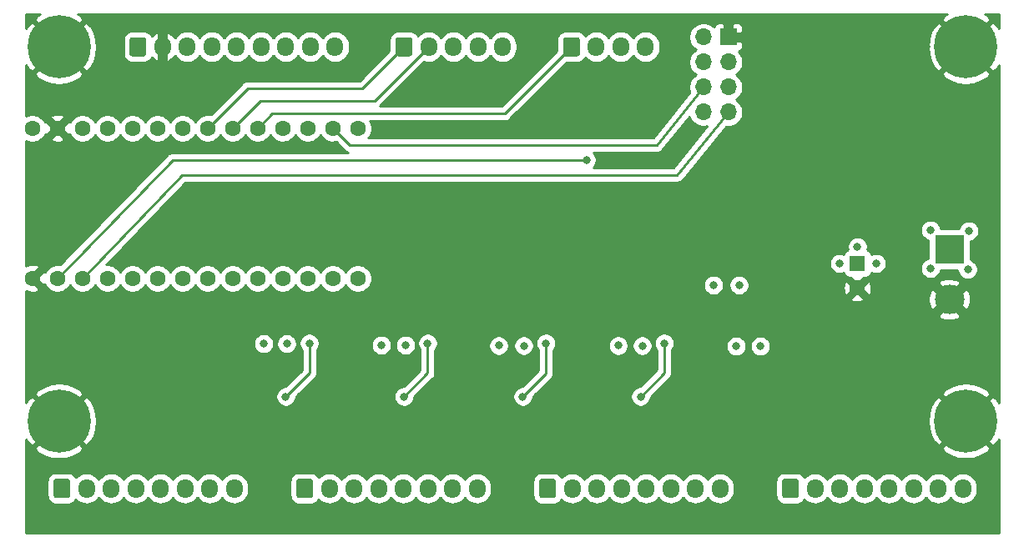
<source format=gbr>
%TF.GenerationSoftware,KiCad,Pcbnew,(5.1.8-0-10_14)*%
%TF.CreationDate,2020-12-11T17:33:19+01:00*%
%TF.ProjectId,32Bit shift register,33324269-7420-4736-9869-667420726567,rev?*%
%TF.SameCoordinates,Original*%
%TF.FileFunction,Copper,L4,Bot*%
%TF.FilePolarity,Positive*%
%FSLAX46Y46*%
G04 Gerber Fmt 4.6, Leading zero omitted, Abs format (unit mm)*
G04 Created by KiCad (PCBNEW (5.1.8-0-10_14)) date 2020-12-11 17:33:19*
%MOMM*%
%LPD*%
G01*
G04 APERTURE LIST*
%TA.AperFunction,ComponentPad*%
%ADD10C,1.600000*%
%TD*%
%TA.AperFunction,ComponentPad*%
%ADD11R,1.700000X1.700000*%
%TD*%
%TA.AperFunction,ComponentPad*%
%ADD12O,1.700000X1.700000*%
%TD*%
%TA.AperFunction,ComponentPad*%
%ADD13O,1.700000X1.950000*%
%TD*%
%TA.AperFunction,ComponentPad*%
%ADD14C,3.000000*%
%TD*%
%TA.AperFunction,ComponentPad*%
%ADD15R,3.000000X3.000000*%
%TD*%
%TA.AperFunction,ComponentPad*%
%ADD16C,0.800000*%
%TD*%
%TA.AperFunction,ComponentPad*%
%ADD17C,6.400000*%
%TD*%
%TA.AperFunction,ComponentPad*%
%ADD18R,1.600000X1.600000*%
%TD*%
%TA.AperFunction,ViaPad*%
%ADD19C,0.800000*%
%TD*%
%TA.AperFunction,Conductor*%
%ADD20C,0.250000*%
%TD*%
%TA.AperFunction,Conductor*%
%ADD21C,0.254000*%
%TD*%
%TA.AperFunction,Conductor*%
%ADD22C,0.100000*%
%TD*%
G04 APERTURE END LIST*
D10*
%TO.P,U6,1*%
%TO.N,GND*%
X94290000Y-63520000D03*
%TO.P,U6,2*%
%TO.N,/ESP_TX*%
X96830000Y-63520000D03*
%TO.P,U6,3*%
%TO.N,/ESP_RX*%
X99370000Y-63520000D03*
%TO.P,U6,4*%
%TO.N,N/C*%
X101910000Y-63520000D03*
%TO.P,U6,5*%
X104450000Y-63520000D03*
%TO.P,U6,6*%
X106990000Y-63520000D03*
%TO.P,U6,7*%
X109530000Y-63520000D03*
%TO.P,U6,8*%
X112070000Y-63520000D03*
%TO.P,U6,9*%
X114610000Y-63520000D03*
%TO.P,U6,10*%
%TO.N,/DIN*%
X117150000Y-63520000D03*
%TO.P,U6,11*%
%TO.N,/WCK*%
X119690000Y-63520000D03*
%TO.P,U6,12*%
%TO.N,/BCK*%
X122230000Y-63520000D03*
%TO.P,U6,13*%
%TO.N,/MOSI*%
X124770000Y-63520000D03*
%TO.P,U6,33*%
%TO.N,VCC*%
X94290000Y-48280000D03*
%TO.P,U6,32*%
%TO.N,GND*%
X96830000Y-48280000D03*
%TO.P,U6,31*%
%TO.N,N/C*%
X99370000Y-48280000D03*
%TO.P,U6,30*%
X101910000Y-48280000D03*
%TO.P,U6,29*%
%TO.N,/LCD_LED*%
X104450000Y-48280000D03*
%TO.P,U6,28*%
%TO.N,/LCD_RESET*%
X106990000Y-48280000D03*
%TO.P,U6,27*%
%TO.N,/LCD_DC*%
X109530000Y-48280000D03*
%TO.P,U6,26*%
%TO.N,/T_IRQ*%
X112070000Y-48280000D03*
%TO.P,U6,25*%
%TO.N,/T_CS*%
X114610000Y-48280000D03*
%TO.P,U6,24*%
%TO.N,/SD_CS*%
X117150000Y-48280000D03*
%TO.P,U6,23*%
%TO.N,N/C*%
X119690000Y-48280000D03*
%TO.P,U6,22*%
%TO.N,/LCD_CS*%
X122230000Y-48280000D03*
%TO.P,U6,21*%
%TO.N,/ESP_RESET*%
X124770000Y-48280000D03*
%TO.P,U6,14*%
%TO.N,/MISO*%
X127310000Y-63520000D03*
%TO.P,U6,20*%
%TO.N,/SCK*%
X127310000Y-48280000D03*
%TD*%
D11*
%TO.P,J5,1*%
%TO.N,GND*%
X164910000Y-39010000D03*
D12*
%TO.P,J5,2*%
%TO.N,/ESP_TX*%
X162370000Y-39010000D03*
%TO.P,J5,3*%
%TO.N,N/C*%
X164910000Y-41550000D03*
%TO.P,J5,4*%
%TO.N,+3V3*%
X162370000Y-41550000D03*
%TO.P,J5,5*%
%TO.N,N/C*%
X164910000Y-44090000D03*
%TO.P,J5,6*%
%TO.N,/ESP_RESET*%
X162370000Y-44090000D03*
%TO.P,J5,7*%
%TO.N,/ESP_RX*%
X164910000Y-46630000D03*
%TO.P,J5,8*%
%TO.N,+3V3*%
X162370000Y-46630000D03*
%TD*%
%TO.P,J8,1*%
%TO.N,VCC*%
%TA.AperFunction,ComponentPad*%
G36*
G01*
X104150000Y-40725100D02*
X104150000Y-39274900D01*
G75*
G02*
X104399900Y-39025000I249900J0D01*
G01*
X105600100Y-39025000D01*
G75*
G02*
X105850000Y-39274900I0J-249900D01*
G01*
X105850000Y-40725100D01*
G75*
G02*
X105600100Y-40975000I-249900J0D01*
G01*
X104399900Y-40975000D01*
G75*
G02*
X104150000Y-40725100I0J249900D01*
G01*
G37*
%TD.AperFunction*%
D13*
%TO.P,J8,2*%
%TO.N,GND*%
X107500000Y-40000000D03*
%TO.P,J8,3*%
%TO.N,/LCD_LED*%
X110000000Y-40000000D03*
%TO.P,J8,4*%
%TO.N,/LCD_RESET*%
X112500000Y-40000000D03*
%TO.P,J8,5*%
%TO.N,/LCD_DC*%
X115000000Y-40000000D03*
%TO.P,J8,6*%
%TO.N,/LCD_CS*%
X117500000Y-40000000D03*
%TO.P,J8,7*%
%TO.N,/MOSI*%
X120000000Y-40000000D03*
%TO.P,J8,8*%
%TO.N,/MISO*%
X122500000Y-40000000D03*
%TO.P,J8,9*%
%TO.N,/SCK*%
X125000000Y-40000000D03*
%TD*%
%TO.P,J7,4*%
%TO.N,/SCK*%
X156500000Y-40000000D03*
%TO.P,J7,3*%
%TO.N,/MISO*%
X154000000Y-40000000D03*
%TO.P,J7,2*%
%TO.N,/MOSI*%
X151500000Y-40000000D03*
%TO.P,J7,1*%
%TO.N,/SD_CS*%
%TA.AperFunction,ComponentPad*%
G36*
G01*
X148150000Y-40725000D02*
X148150000Y-39275000D01*
G75*
G02*
X148400000Y-39025000I250000J0D01*
G01*
X149600000Y-39025000D01*
G75*
G02*
X149850000Y-39275000I0J-250000D01*
G01*
X149850000Y-40725000D01*
G75*
G02*
X149600000Y-40975000I-250000J0D01*
G01*
X148400000Y-40975000D01*
G75*
G02*
X148150000Y-40725000I0J250000D01*
G01*
G37*
%TD.AperFunction*%
%TD*%
%TO.P,J6,5*%
%TO.N,/SCK*%
X142000000Y-40000000D03*
%TO.P,J6,4*%
%TO.N,/MISO*%
X139500000Y-40000000D03*
%TO.P,J6,3*%
%TO.N,/MOSI*%
X137000000Y-40000000D03*
%TO.P,J6,2*%
%TO.N,/T_CS*%
X134500000Y-40000000D03*
%TO.P,J6,1*%
%TO.N,/T_IRQ*%
%TA.AperFunction,ComponentPad*%
G36*
G01*
X131150000Y-40725000D02*
X131150000Y-39275000D01*
G75*
G02*
X131400000Y-39025000I250000J0D01*
G01*
X132600000Y-39025000D01*
G75*
G02*
X132850000Y-39275000I0J-250000D01*
G01*
X132850000Y-40725000D01*
G75*
G02*
X132600000Y-40975000I-250000J0D01*
G01*
X131400000Y-40975000D01*
G75*
G02*
X131150000Y-40725000I0J250000D01*
G01*
G37*
%TD.AperFunction*%
%TD*%
%TO.P,J1,1*%
%TO.N,Net-(J1-Pad1)*%
%TA.AperFunction,ComponentPad*%
G36*
G01*
X96432000Y-85561000D02*
X96432000Y-84111000D01*
G75*
G02*
X96682000Y-83861000I250000J0D01*
G01*
X97882000Y-83861000D01*
G75*
G02*
X98132000Y-84111000I0J-250000D01*
G01*
X98132000Y-85561000D01*
G75*
G02*
X97882000Y-85811000I-250000J0D01*
G01*
X96682000Y-85811000D01*
G75*
G02*
X96432000Y-85561000I0J250000D01*
G01*
G37*
%TD.AperFunction*%
%TO.P,J1,2*%
%TO.N,Net-(J1-Pad2)*%
X99782000Y-84836000D03*
%TO.P,J1,3*%
%TO.N,Net-(J1-Pad3)*%
X102282000Y-84836000D03*
%TO.P,J1,4*%
%TO.N,Net-(J1-Pad4)*%
X104782000Y-84836000D03*
%TO.P,J1,5*%
%TO.N,Net-(J1-Pad5)*%
X107282000Y-84836000D03*
%TO.P,J1,6*%
%TO.N,Net-(J1-Pad6)*%
X109782000Y-84836000D03*
%TO.P,J1,7*%
%TO.N,Net-(J1-Pad7)*%
X112282000Y-84836000D03*
%TO.P,J1,8*%
%TO.N,Net-(J1-Pad8)*%
X114782000Y-84836000D03*
%TD*%
D14*
%TO.P,J9,2*%
%TO.N,GND*%
X187330000Y-65650000D03*
D15*
%TO.P,J9,1*%
%TO.N,VCC*%
X187330000Y-60570000D03*
%TD*%
D16*
%TO.P,H4,1*%
%TO.N,GND*%
X98697056Y-38302944D03*
X97000000Y-37600000D03*
X95302944Y-38302944D03*
X94600000Y-40000000D03*
X95302944Y-41697056D03*
X97000000Y-42400000D03*
X98697056Y-41697056D03*
X99400000Y-40000000D03*
D17*
X97000000Y-40000000D03*
%TD*%
D16*
%TO.P,H3,1*%
%TO.N,GND*%
X98697056Y-76302944D03*
X97000000Y-75600000D03*
X95302944Y-76302944D03*
X94600000Y-78000000D03*
X95302944Y-79697056D03*
X97000000Y-80400000D03*
X98697056Y-79697056D03*
X99400000Y-78000000D03*
D17*
X97000000Y-78000000D03*
%TD*%
D16*
%TO.P,H2,1*%
%TO.N,GND*%
X190697056Y-38302944D03*
X189000000Y-37600000D03*
X187302944Y-38302944D03*
X186600000Y-40000000D03*
X187302944Y-41697056D03*
X189000000Y-42400000D03*
X190697056Y-41697056D03*
X191400000Y-40000000D03*
D17*
X189000000Y-40000000D03*
%TD*%
D16*
%TO.P,H1,1*%
%TO.N,GND*%
X190697056Y-76302944D03*
X189000000Y-75600000D03*
X187302944Y-76302944D03*
X186600000Y-78000000D03*
X187302944Y-79697056D03*
X189000000Y-80400000D03*
X190697056Y-79697056D03*
X191400000Y-78000000D03*
D17*
X189000000Y-78000000D03*
%TD*%
D10*
%TO.P,C9,2*%
%TO.N,GND*%
X178000000Y-64500000D03*
D18*
%TO.P,C9,1*%
%TO.N,VCC*%
X178000000Y-62000000D03*
%TD*%
D13*
%TO.P,J4,8*%
%TO.N,Net-(J4-Pad8)*%
X188696000Y-84836000D03*
%TO.P,J4,7*%
%TO.N,Net-(J4-Pad7)*%
X186196000Y-84836000D03*
%TO.P,J4,6*%
%TO.N,Net-(J4-Pad6)*%
X183696000Y-84836000D03*
%TO.P,J4,5*%
%TO.N,Net-(J4-Pad5)*%
X181196000Y-84836000D03*
%TO.P,J4,4*%
%TO.N,Net-(J4-Pad4)*%
X178696000Y-84836000D03*
%TO.P,J4,3*%
%TO.N,Net-(J4-Pad3)*%
X176196000Y-84836000D03*
%TO.P,J4,2*%
%TO.N,Net-(J4-Pad2)*%
X173696000Y-84836000D03*
%TO.P,J4,1*%
%TO.N,Net-(J4-Pad1)*%
%TA.AperFunction,ComponentPad*%
G36*
G01*
X170346000Y-85561000D02*
X170346000Y-84111000D01*
G75*
G02*
X170596000Y-83861000I250000J0D01*
G01*
X171796000Y-83861000D01*
G75*
G02*
X172046000Y-84111000I0J-250000D01*
G01*
X172046000Y-85561000D01*
G75*
G02*
X171796000Y-85811000I-250000J0D01*
G01*
X170596000Y-85811000D01*
G75*
G02*
X170346000Y-85561000I0J250000D01*
G01*
G37*
%TD.AperFunction*%
%TD*%
%TO.P,J3,1*%
%TO.N,Net-(J3-Pad1)*%
%TA.AperFunction,ComponentPad*%
G36*
G01*
X145708000Y-85561000D02*
X145708000Y-84111000D01*
G75*
G02*
X145958000Y-83861000I250000J0D01*
G01*
X147158000Y-83861000D01*
G75*
G02*
X147408000Y-84111000I0J-250000D01*
G01*
X147408000Y-85561000D01*
G75*
G02*
X147158000Y-85811000I-250000J0D01*
G01*
X145958000Y-85811000D01*
G75*
G02*
X145708000Y-85561000I0J250000D01*
G01*
G37*
%TD.AperFunction*%
%TO.P,J3,2*%
%TO.N,Net-(J3-Pad2)*%
X149058000Y-84836000D03*
%TO.P,J3,3*%
%TO.N,Net-(J3-Pad3)*%
X151558000Y-84836000D03*
%TO.P,J3,4*%
%TO.N,Net-(J3-Pad4)*%
X154058000Y-84836000D03*
%TO.P,J3,5*%
%TO.N,Net-(J3-Pad5)*%
X156558000Y-84836000D03*
%TO.P,J3,6*%
%TO.N,Net-(J3-Pad6)*%
X159058000Y-84836000D03*
%TO.P,J3,7*%
%TO.N,Net-(J3-Pad7)*%
X161558000Y-84836000D03*
%TO.P,J3,8*%
%TO.N,Net-(J3-Pad8)*%
X164058000Y-84836000D03*
%TD*%
%TO.P,J2,1*%
%TO.N,Net-(J2-Pad1)*%
%TA.AperFunction,ComponentPad*%
G36*
G01*
X121070000Y-85561000D02*
X121070000Y-84111000D01*
G75*
G02*
X121320000Y-83861000I250000J0D01*
G01*
X122520000Y-83861000D01*
G75*
G02*
X122770000Y-84111000I0J-250000D01*
G01*
X122770000Y-85561000D01*
G75*
G02*
X122520000Y-85811000I-250000J0D01*
G01*
X121320000Y-85811000D01*
G75*
G02*
X121070000Y-85561000I0J250000D01*
G01*
G37*
%TD.AperFunction*%
%TO.P,J2,2*%
%TO.N,Net-(J2-Pad2)*%
X124420000Y-84836000D03*
%TO.P,J2,3*%
%TO.N,Net-(J2-Pad3)*%
X126920000Y-84836000D03*
%TO.P,J2,4*%
%TO.N,Net-(J2-Pad4)*%
X129420000Y-84836000D03*
%TO.P,J2,5*%
%TO.N,Net-(J2-Pad5)*%
X131920000Y-84836000D03*
%TO.P,J2,6*%
%TO.N,Net-(J2-Pad6)*%
X134420000Y-84836000D03*
%TO.P,J2,7*%
%TO.N,Net-(J2-Pad7)*%
X136920000Y-84836000D03*
%TO.P,J2,8*%
%TO.N,Net-(J2-Pad8)*%
X139420000Y-84836000D03*
%TD*%
D19*
%TO.N,GND*%
X165700000Y-71850000D03*
X168100000Y-71800000D03*
X153670000Y-71870000D03*
X156190000Y-71850000D03*
X141770000Y-71870000D03*
X144150000Y-71850000D03*
X117800000Y-71800000D03*
X129700000Y-71800000D03*
X132080000Y-71790000D03*
X136250000Y-66950000D03*
X148300000Y-66950000D03*
X160300000Y-66850000D03*
X170000000Y-40000000D03*
X175000000Y-40000000D03*
X180000000Y-40000000D03*
X180000000Y-45000000D03*
X175000000Y-45000000D03*
X170000000Y-45000000D03*
X170000000Y-50000000D03*
X175000000Y-50000000D03*
X180000000Y-50000000D03*
X185000000Y-50000000D03*
X190000000Y-50000000D03*
X190000000Y-55000000D03*
X185000000Y-55000000D03*
X180000000Y-55000000D03*
X175000000Y-55000000D03*
X170000000Y-55000000D03*
X170000000Y-60000000D03*
X170000000Y-65000000D03*
X170000000Y-70000000D03*
X175000000Y-70000000D03*
X180000000Y-70000000D03*
X185000000Y-70000000D03*
X190000000Y-70000000D03*
X185000000Y-75000000D03*
X180000000Y-75000000D03*
X175000000Y-75000000D03*
X170000000Y-75000000D03*
X165000000Y-50000000D03*
X160000000Y-50000000D03*
X155000000Y-55000000D03*
X155000000Y-60000000D03*
X155000000Y-65000000D03*
X150000000Y-65000000D03*
X150000000Y-60000000D03*
X150000000Y-55000000D03*
X145000000Y-55000000D03*
X145000000Y-60000000D03*
X145000000Y-65000000D03*
X140000000Y-65000000D03*
X140000000Y-60000000D03*
X140000000Y-55000000D03*
X135000000Y-55000000D03*
X135000000Y-60000000D03*
X135000000Y-65000000D03*
X130000000Y-65000000D03*
X130000000Y-60000000D03*
X130000000Y-55000000D03*
X150000000Y-45000000D03*
X155000000Y-45000000D03*
X160000000Y-45000000D03*
X140000000Y-45000000D03*
X135000000Y-45000000D03*
X105000000Y-45000000D03*
X100000000Y-45000000D03*
X100000000Y-50000000D03*
X105000000Y-50000000D03*
X110000000Y-50000000D03*
X115000000Y-50000000D03*
X115000000Y-55000000D03*
X110000000Y-55000000D03*
X100000000Y-55000000D03*
X95000000Y-45000000D03*
X95000000Y-55000000D03*
X95000000Y-60000000D03*
X105000000Y-60000000D03*
X110000000Y-60000000D03*
X115000000Y-60000000D03*
X120000000Y-60000000D03*
X120000000Y-55000000D03*
X120000000Y-50000000D03*
X125000000Y-50000000D03*
X125000000Y-55000000D03*
X125000000Y-60000000D03*
X115000000Y-70000000D03*
X110000000Y-70000000D03*
X105000000Y-70000000D03*
X100000000Y-70000000D03*
X95000000Y-70000000D03*
X100000000Y-75000000D03*
X105000000Y-75000000D03*
X110000000Y-75000000D03*
X115000000Y-75000000D03*
X190000000Y-45000000D03*
X185000000Y-45000000D03*
X185000000Y-80000000D03*
X185000000Y-40000000D03*
X150000000Y-47500000D03*
X145000000Y-47500000D03*
X95000000Y-87500000D03*
X100000000Y-87500000D03*
X105000000Y-87500000D03*
X110000000Y-87500000D03*
X115000000Y-87500000D03*
X120000000Y-87500000D03*
X125000000Y-87500000D03*
X130000000Y-87500000D03*
X135000000Y-87500000D03*
X140000000Y-87500000D03*
X145000000Y-87500000D03*
X150000000Y-87500000D03*
X155000000Y-87500000D03*
X160000000Y-87500000D03*
X165000000Y-87500000D03*
X170000000Y-87500000D03*
X175000000Y-87500000D03*
X180000000Y-87500000D03*
X185000000Y-87500000D03*
X190000000Y-87500000D03*
X165000000Y-50000000D03*
X160000000Y-40000000D03*
X105000000Y-37500000D03*
X110000000Y-37500000D03*
X115000000Y-37500000D03*
X120000000Y-37500000D03*
X137500000Y-37500000D03*
X155000000Y-37500000D03*
X160000000Y-37500000D03*
X184900000Y-65500000D03*
X187300000Y-63200000D03*
X189800000Y-65600000D03*
X187300000Y-68100000D03*
X160500000Y-63500000D03*
X158400000Y-60000000D03*
X176100000Y-64500000D03*
X178000000Y-66400000D03*
X180000000Y-64500000D03*
X168300000Y-61600000D03*
X120080000Y-71800000D03*
%TO.N,VCC*%
X185400000Y-62500000D03*
X165700000Y-70400000D03*
X168150000Y-70400000D03*
X153730000Y-70340000D03*
X156180000Y-70360000D03*
X141620000Y-70330000D03*
X144150000Y-70350000D03*
X129700000Y-70300000D03*
X117750000Y-70150000D03*
X132150000Y-70300000D03*
X189300000Y-58700000D03*
X189200000Y-62600000D03*
X185400000Y-58600000D03*
X176200000Y-62000000D03*
X178000000Y-60300000D03*
X179900000Y-62000000D03*
X163400000Y-64200000D03*
X166000000Y-64200000D03*
X120100002Y-70150002D03*
%TO.N,/ESP_TX*%
X150500000Y-51500000D03*
%TO.N,Net-(R1-Pad2)*%
X122400000Y-70099994D03*
X120000000Y-75520000D03*
%TO.N,Net-(R2-Pad2)*%
X132000000Y-75520000D03*
X134400000Y-70099994D03*
%TO.N,Net-(R3-Pad2)*%
X144050000Y-75519998D03*
X146400000Y-70100000D03*
%TO.N,Net-(R4-Pad2)*%
X156000000Y-75509996D03*
X158400000Y-70100000D03*
%TD*%
D20*
%TO.N,/T_CS*%
X114610000Y-48280000D02*
X117390000Y-45500000D01*
X129000000Y-45500000D02*
X134500000Y-40000000D01*
X117390000Y-45500000D02*
X129000000Y-45500000D01*
%TO.N,/T_IRQ*%
X112070000Y-48280000D02*
X116150000Y-44200000D01*
X127800000Y-44200000D02*
X132000000Y-40000000D01*
X116150000Y-44200000D02*
X127800000Y-44200000D01*
%TO.N,/SD_CS*%
X117150000Y-48280000D02*
X118630000Y-46800000D01*
X142200000Y-46800000D02*
X149000000Y-40000000D01*
X118630000Y-46800000D02*
X142200000Y-46800000D01*
%TO.N,/ESP_TX*%
X108500000Y-51500000D02*
X96830000Y-63520000D01*
X150500000Y-51500000D02*
X108500000Y-51500000D01*
%TO.N,/ESP_RX*%
X159720000Y-53000000D02*
X164910000Y-46630000D01*
X109500000Y-53000000D02*
X159720000Y-53000000D01*
X99370000Y-63520000D02*
X109500000Y-53000000D01*
%TO.N,Net-(R1-Pad2)*%
X120000000Y-75520000D02*
X122400000Y-73120000D01*
X122400000Y-73120000D02*
X122400000Y-70099994D01*
%TO.N,Net-(R2-Pad2)*%
X132000000Y-75520000D02*
X134400000Y-73120000D01*
X134400000Y-73120000D02*
X134400000Y-70099994D01*
%TO.N,Net-(R3-Pad2)*%
X144050000Y-75519998D02*
X146400000Y-73169998D01*
X146400000Y-73169998D02*
X146400000Y-70100000D01*
%TO.N,Net-(R4-Pad2)*%
X158400000Y-73109996D02*
X158400000Y-70100000D01*
X156000000Y-75509996D02*
X158400000Y-73109996D01*
%TO.N,/ESP_RESET*%
X157640000Y-50000000D02*
X162370000Y-44090000D01*
X126500000Y-50000000D02*
X157640000Y-50000000D01*
X124770000Y-48280000D02*
X126500000Y-50000000D01*
%TD*%
D21*
%TO.N,GND*%
X94879330Y-36782445D02*
X94838912Y-36809452D01*
X94478724Y-37299119D01*
X97000000Y-39820395D01*
X99521276Y-37299119D01*
X99161088Y-36809452D01*
X98885675Y-36660000D01*
X187111926Y-36660000D01*
X186879330Y-36782445D01*
X186838912Y-36809452D01*
X186478724Y-37299119D01*
X189000000Y-39820395D01*
X191521276Y-37299119D01*
X191161088Y-36809452D01*
X190885675Y-36660000D01*
X192340000Y-36660000D01*
X192340000Y-38111926D01*
X192217555Y-37879330D01*
X192190548Y-37838912D01*
X191700881Y-37478724D01*
X189179605Y-40000000D01*
X191700881Y-42521276D01*
X192190548Y-42161088D01*
X192340000Y-41885675D01*
X192340001Y-76111927D01*
X192217555Y-75879330D01*
X192190548Y-75838912D01*
X191700881Y-75478724D01*
X189179605Y-78000000D01*
X191700881Y-80521276D01*
X192190548Y-80161088D01*
X192340001Y-79885673D01*
X192340001Y-89340000D01*
X93660000Y-89340000D01*
X93660000Y-84111000D01*
X95793928Y-84111000D01*
X95793928Y-85561000D01*
X95810992Y-85734254D01*
X95861528Y-85900850D01*
X95943595Y-86054386D01*
X96054038Y-86188962D01*
X96188614Y-86299405D01*
X96342150Y-86381472D01*
X96508746Y-86432008D01*
X96682000Y-86449072D01*
X97882000Y-86449072D01*
X98055254Y-86432008D01*
X98221850Y-86381472D01*
X98375386Y-86299405D01*
X98509962Y-86188962D01*
X98620405Y-86054386D01*
X98674777Y-85952663D01*
X98726866Y-86016134D01*
X98952987Y-86201706D01*
X99210967Y-86339599D01*
X99490890Y-86424513D01*
X99782000Y-86453185D01*
X100073111Y-86424513D01*
X100353034Y-86339599D01*
X100611014Y-86201706D01*
X100837134Y-86016134D01*
X101022706Y-85790014D01*
X101032000Y-85772626D01*
X101041294Y-85790014D01*
X101226866Y-86016134D01*
X101452987Y-86201706D01*
X101710967Y-86339599D01*
X101990890Y-86424513D01*
X102282000Y-86453185D01*
X102573111Y-86424513D01*
X102853034Y-86339599D01*
X103111014Y-86201706D01*
X103337134Y-86016134D01*
X103522706Y-85790014D01*
X103532000Y-85772626D01*
X103541294Y-85790014D01*
X103726866Y-86016134D01*
X103952987Y-86201706D01*
X104210967Y-86339599D01*
X104490890Y-86424513D01*
X104782000Y-86453185D01*
X105073111Y-86424513D01*
X105353034Y-86339599D01*
X105611014Y-86201706D01*
X105837134Y-86016134D01*
X106022706Y-85790014D01*
X106032000Y-85772626D01*
X106041294Y-85790014D01*
X106226866Y-86016134D01*
X106452987Y-86201706D01*
X106710967Y-86339599D01*
X106990890Y-86424513D01*
X107282000Y-86453185D01*
X107573111Y-86424513D01*
X107853034Y-86339599D01*
X108111014Y-86201706D01*
X108337134Y-86016134D01*
X108522706Y-85790014D01*
X108532000Y-85772626D01*
X108541294Y-85790014D01*
X108726866Y-86016134D01*
X108952987Y-86201706D01*
X109210967Y-86339599D01*
X109490890Y-86424513D01*
X109782000Y-86453185D01*
X110073111Y-86424513D01*
X110353034Y-86339599D01*
X110611014Y-86201706D01*
X110837134Y-86016134D01*
X111022706Y-85790014D01*
X111032000Y-85772626D01*
X111041294Y-85790014D01*
X111226866Y-86016134D01*
X111452987Y-86201706D01*
X111710967Y-86339599D01*
X111990890Y-86424513D01*
X112282000Y-86453185D01*
X112573111Y-86424513D01*
X112853034Y-86339599D01*
X113111014Y-86201706D01*
X113337134Y-86016134D01*
X113522706Y-85790014D01*
X113532000Y-85772626D01*
X113541294Y-85790014D01*
X113726866Y-86016134D01*
X113952987Y-86201706D01*
X114210967Y-86339599D01*
X114490890Y-86424513D01*
X114782000Y-86453185D01*
X115073111Y-86424513D01*
X115353034Y-86339599D01*
X115611014Y-86201706D01*
X115837134Y-86016134D01*
X116022706Y-85790014D01*
X116160599Y-85532033D01*
X116245513Y-85252110D01*
X116267000Y-85033949D01*
X116267000Y-84638050D01*
X116245513Y-84419889D01*
X116160599Y-84139966D01*
X116145117Y-84111000D01*
X120431928Y-84111000D01*
X120431928Y-85561000D01*
X120448992Y-85734254D01*
X120499528Y-85900850D01*
X120581595Y-86054386D01*
X120692038Y-86188962D01*
X120826614Y-86299405D01*
X120980150Y-86381472D01*
X121146746Y-86432008D01*
X121320000Y-86449072D01*
X122520000Y-86449072D01*
X122693254Y-86432008D01*
X122859850Y-86381472D01*
X123013386Y-86299405D01*
X123147962Y-86188962D01*
X123258405Y-86054386D01*
X123312777Y-85952663D01*
X123364866Y-86016134D01*
X123590987Y-86201706D01*
X123848967Y-86339599D01*
X124128890Y-86424513D01*
X124420000Y-86453185D01*
X124711111Y-86424513D01*
X124991034Y-86339599D01*
X125249014Y-86201706D01*
X125475134Y-86016134D01*
X125660706Y-85790014D01*
X125670000Y-85772626D01*
X125679294Y-85790014D01*
X125864866Y-86016134D01*
X126090987Y-86201706D01*
X126348967Y-86339599D01*
X126628890Y-86424513D01*
X126920000Y-86453185D01*
X127211111Y-86424513D01*
X127491034Y-86339599D01*
X127749014Y-86201706D01*
X127975134Y-86016134D01*
X128160706Y-85790014D01*
X128170000Y-85772626D01*
X128179294Y-85790014D01*
X128364866Y-86016134D01*
X128590987Y-86201706D01*
X128848967Y-86339599D01*
X129128890Y-86424513D01*
X129420000Y-86453185D01*
X129711111Y-86424513D01*
X129991034Y-86339599D01*
X130249014Y-86201706D01*
X130475134Y-86016134D01*
X130660706Y-85790014D01*
X130670000Y-85772626D01*
X130679294Y-85790014D01*
X130864866Y-86016134D01*
X131090987Y-86201706D01*
X131348967Y-86339599D01*
X131628890Y-86424513D01*
X131920000Y-86453185D01*
X132211111Y-86424513D01*
X132491034Y-86339599D01*
X132749014Y-86201706D01*
X132975134Y-86016134D01*
X133160706Y-85790014D01*
X133170000Y-85772626D01*
X133179294Y-85790014D01*
X133364866Y-86016134D01*
X133590987Y-86201706D01*
X133848967Y-86339599D01*
X134128890Y-86424513D01*
X134420000Y-86453185D01*
X134711111Y-86424513D01*
X134991034Y-86339599D01*
X135249014Y-86201706D01*
X135475134Y-86016134D01*
X135660706Y-85790014D01*
X135670000Y-85772626D01*
X135679294Y-85790014D01*
X135864866Y-86016134D01*
X136090987Y-86201706D01*
X136348967Y-86339599D01*
X136628890Y-86424513D01*
X136920000Y-86453185D01*
X137211111Y-86424513D01*
X137491034Y-86339599D01*
X137749014Y-86201706D01*
X137975134Y-86016134D01*
X138160706Y-85790014D01*
X138170000Y-85772626D01*
X138179294Y-85790014D01*
X138364866Y-86016134D01*
X138590987Y-86201706D01*
X138848967Y-86339599D01*
X139128890Y-86424513D01*
X139420000Y-86453185D01*
X139711111Y-86424513D01*
X139991034Y-86339599D01*
X140249014Y-86201706D01*
X140475134Y-86016134D01*
X140660706Y-85790014D01*
X140798599Y-85532033D01*
X140883513Y-85252110D01*
X140905000Y-85033949D01*
X140905000Y-84638050D01*
X140883513Y-84419889D01*
X140798599Y-84139966D01*
X140783117Y-84111000D01*
X145069928Y-84111000D01*
X145069928Y-85561000D01*
X145086992Y-85734254D01*
X145137528Y-85900850D01*
X145219595Y-86054386D01*
X145330038Y-86188962D01*
X145464614Y-86299405D01*
X145618150Y-86381472D01*
X145784746Y-86432008D01*
X145958000Y-86449072D01*
X147158000Y-86449072D01*
X147331254Y-86432008D01*
X147497850Y-86381472D01*
X147651386Y-86299405D01*
X147785962Y-86188962D01*
X147896405Y-86054386D01*
X147950777Y-85952663D01*
X148002866Y-86016134D01*
X148228987Y-86201706D01*
X148486967Y-86339599D01*
X148766890Y-86424513D01*
X149058000Y-86453185D01*
X149349111Y-86424513D01*
X149629034Y-86339599D01*
X149887014Y-86201706D01*
X150113134Y-86016134D01*
X150298706Y-85790014D01*
X150308000Y-85772626D01*
X150317294Y-85790014D01*
X150502866Y-86016134D01*
X150728987Y-86201706D01*
X150986967Y-86339599D01*
X151266890Y-86424513D01*
X151558000Y-86453185D01*
X151849111Y-86424513D01*
X152129034Y-86339599D01*
X152387014Y-86201706D01*
X152613134Y-86016134D01*
X152798706Y-85790014D01*
X152808000Y-85772626D01*
X152817294Y-85790014D01*
X153002866Y-86016134D01*
X153228987Y-86201706D01*
X153486967Y-86339599D01*
X153766890Y-86424513D01*
X154058000Y-86453185D01*
X154349111Y-86424513D01*
X154629034Y-86339599D01*
X154887014Y-86201706D01*
X155113134Y-86016134D01*
X155298706Y-85790014D01*
X155308000Y-85772626D01*
X155317294Y-85790014D01*
X155502866Y-86016134D01*
X155728987Y-86201706D01*
X155986967Y-86339599D01*
X156266890Y-86424513D01*
X156558000Y-86453185D01*
X156849111Y-86424513D01*
X157129034Y-86339599D01*
X157387014Y-86201706D01*
X157613134Y-86016134D01*
X157798706Y-85790014D01*
X157808000Y-85772626D01*
X157817294Y-85790014D01*
X158002866Y-86016134D01*
X158228987Y-86201706D01*
X158486967Y-86339599D01*
X158766890Y-86424513D01*
X159058000Y-86453185D01*
X159349111Y-86424513D01*
X159629034Y-86339599D01*
X159887014Y-86201706D01*
X160113134Y-86016134D01*
X160298706Y-85790014D01*
X160308000Y-85772626D01*
X160317294Y-85790014D01*
X160502866Y-86016134D01*
X160728987Y-86201706D01*
X160986967Y-86339599D01*
X161266890Y-86424513D01*
X161558000Y-86453185D01*
X161849111Y-86424513D01*
X162129034Y-86339599D01*
X162387014Y-86201706D01*
X162613134Y-86016134D01*
X162798706Y-85790014D01*
X162808000Y-85772626D01*
X162817294Y-85790014D01*
X163002866Y-86016134D01*
X163228987Y-86201706D01*
X163486967Y-86339599D01*
X163766890Y-86424513D01*
X164058000Y-86453185D01*
X164349111Y-86424513D01*
X164629034Y-86339599D01*
X164887014Y-86201706D01*
X165113134Y-86016134D01*
X165298706Y-85790014D01*
X165436599Y-85532033D01*
X165521513Y-85252110D01*
X165543000Y-85033949D01*
X165543000Y-84638050D01*
X165521513Y-84419889D01*
X165436599Y-84139966D01*
X165421117Y-84111000D01*
X169707928Y-84111000D01*
X169707928Y-85561000D01*
X169724992Y-85734254D01*
X169775528Y-85900850D01*
X169857595Y-86054386D01*
X169968038Y-86188962D01*
X170102614Y-86299405D01*
X170256150Y-86381472D01*
X170422746Y-86432008D01*
X170596000Y-86449072D01*
X171796000Y-86449072D01*
X171969254Y-86432008D01*
X172135850Y-86381472D01*
X172289386Y-86299405D01*
X172423962Y-86188962D01*
X172534405Y-86054386D01*
X172588777Y-85952663D01*
X172640866Y-86016134D01*
X172866987Y-86201706D01*
X173124967Y-86339599D01*
X173404890Y-86424513D01*
X173696000Y-86453185D01*
X173987111Y-86424513D01*
X174267034Y-86339599D01*
X174525014Y-86201706D01*
X174751134Y-86016134D01*
X174936706Y-85790014D01*
X174946000Y-85772626D01*
X174955294Y-85790014D01*
X175140866Y-86016134D01*
X175366987Y-86201706D01*
X175624967Y-86339599D01*
X175904890Y-86424513D01*
X176196000Y-86453185D01*
X176487111Y-86424513D01*
X176767034Y-86339599D01*
X177025014Y-86201706D01*
X177251134Y-86016134D01*
X177436706Y-85790014D01*
X177446000Y-85772626D01*
X177455294Y-85790014D01*
X177640866Y-86016134D01*
X177866987Y-86201706D01*
X178124967Y-86339599D01*
X178404890Y-86424513D01*
X178696000Y-86453185D01*
X178987111Y-86424513D01*
X179267034Y-86339599D01*
X179525014Y-86201706D01*
X179751134Y-86016134D01*
X179936706Y-85790014D01*
X179946000Y-85772626D01*
X179955294Y-85790014D01*
X180140866Y-86016134D01*
X180366987Y-86201706D01*
X180624967Y-86339599D01*
X180904890Y-86424513D01*
X181196000Y-86453185D01*
X181487111Y-86424513D01*
X181767034Y-86339599D01*
X182025014Y-86201706D01*
X182251134Y-86016134D01*
X182436706Y-85790014D01*
X182446000Y-85772626D01*
X182455294Y-85790014D01*
X182640866Y-86016134D01*
X182866987Y-86201706D01*
X183124967Y-86339599D01*
X183404890Y-86424513D01*
X183696000Y-86453185D01*
X183987111Y-86424513D01*
X184267034Y-86339599D01*
X184525014Y-86201706D01*
X184751134Y-86016134D01*
X184936706Y-85790014D01*
X184946000Y-85772626D01*
X184955294Y-85790014D01*
X185140866Y-86016134D01*
X185366987Y-86201706D01*
X185624967Y-86339599D01*
X185904890Y-86424513D01*
X186196000Y-86453185D01*
X186487111Y-86424513D01*
X186767034Y-86339599D01*
X187025014Y-86201706D01*
X187251134Y-86016134D01*
X187436706Y-85790014D01*
X187446000Y-85772626D01*
X187455294Y-85790014D01*
X187640866Y-86016134D01*
X187866987Y-86201706D01*
X188124967Y-86339599D01*
X188404890Y-86424513D01*
X188696000Y-86453185D01*
X188987111Y-86424513D01*
X189267034Y-86339599D01*
X189525014Y-86201706D01*
X189751134Y-86016134D01*
X189936706Y-85790014D01*
X190074599Y-85532033D01*
X190159513Y-85252110D01*
X190181000Y-85033949D01*
X190181000Y-84638050D01*
X190159513Y-84419889D01*
X190074599Y-84139966D01*
X189936706Y-83881986D01*
X189751134Y-83655866D01*
X189525013Y-83470294D01*
X189267033Y-83332401D01*
X188987110Y-83247487D01*
X188696000Y-83218815D01*
X188404889Y-83247487D01*
X188124966Y-83332401D01*
X187866986Y-83470294D01*
X187640866Y-83655866D01*
X187455294Y-83881987D01*
X187446000Y-83899374D01*
X187436706Y-83881986D01*
X187251134Y-83655866D01*
X187025013Y-83470294D01*
X186767033Y-83332401D01*
X186487110Y-83247487D01*
X186196000Y-83218815D01*
X185904889Y-83247487D01*
X185624966Y-83332401D01*
X185366986Y-83470294D01*
X185140866Y-83655866D01*
X184955294Y-83881987D01*
X184946000Y-83899374D01*
X184936706Y-83881986D01*
X184751134Y-83655866D01*
X184525013Y-83470294D01*
X184267033Y-83332401D01*
X183987110Y-83247487D01*
X183696000Y-83218815D01*
X183404889Y-83247487D01*
X183124966Y-83332401D01*
X182866986Y-83470294D01*
X182640866Y-83655866D01*
X182455294Y-83881987D01*
X182446000Y-83899374D01*
X182436706Y-83881986D01*
X182251134Y-83655866D01*
X182025013Y-83470294D01*
X181767033Y-83332401D01*
X181487110Y-83247487D01*
X181196000Y-83218815D01*
X180904889Y-83247487D01*
X180624966Y-83332401D01*
X180366986Y-83470294D01*
X180140866Y-83655866D01*
X179955294Y-83881987D01*
X179946000Y-83899374D01*
X179936706Y-83881986D01*
X179751134Y-83655866D01*
X179525013Y-83470294D01*
X179267033Y-83332401D01*
X178987110Y-83247487D01*
X178696000Y-83218815D01*
X178404889Y-83247487D01*
X178124966Y-83332401D01*
X177866986Y-83470294D01*
X177640866Y-83655866D01*
X177455294Y-83881987D01*
X177446000Y-83899374D01*
X177436706Y-83881986D01*
X177251134Y-83655866D01*
X177025013Y-83470294D01*
X176767033Y-83332401D01*
X176487110Y-83247487D01*
X176196000Y-83218815D01*
X175904889Y-83247487D01*
X175624966Y-83332401D01*
X175366986Y-83470294D01*
X175140866Y-83655866D01*
X174955294Y-83881987D01*
X174946000Y-83899374D01*
X174936706Y-83881986D01*
X174751134Y-83655866D01*
X174525013Y-83470294D01*
X174267033Y-83332401D01*
X173987110Y-83247487D01*
X173696000Y-83218815D01*
X173404889Y-83247487D01*
X173124966Y-83332401D01*
X172866986Y-83470294D01*
X172640866Y-83655866D01*
X172588777Y-83719337D01*
X172534405Y-83617614D01*
X172423962Y-83483038D01*
X172289386Y-83372595D01*
X172135850Y-83290528D01*
X171969254Y-83239992D01*
X171796000Y-83222928D01*
X170596000Y-83222928D01*
X170422746Y-83239992D01*
X170256150Y-83290528D01*
X170102614Y-83372595D01*
X169968038Y-83483038D01*
X169857595Y-83617614D01*
X169775528Y-83771150D01*
X169724992Y-83937746D01*
X169707928Y-84111000D01*
X165421117Y-84111000D01*
X165298706Y-83881986D01*
X165113134Y-83655866D01*
X164887013Y-83470294D01*
X164629033Y-83332401D01*
X164349110Y-83247487D01*
X164058000Y-83218815D01*
X163766889Y-83247487D01*
X163486966Y-83332401D01*
X163228986Y-83470294D01*
X163002866Y-83655866D01*
X162817294Y-83881987D01*
X162808000Y-83899374D01*
X162798706Y-83881986D01*
X162613134Y-83655866D01*
X162387013Y-83470294D01*
X162129033Y-83332401D01*
X161849110Y-83247487D01*
X161558000Y-83218815D01*
X161266889Y-83247487D01*
X160986966Y-83332401D01*
X160728986Y-83470294D01*
X160502866Y-83655866D01*
X160317294Y-83881987D01*
X160308000Y-83899374D01*
X160298706Y-83881986D01*
X160113134Y-83655866D01*
X159887013Y-83470294D01*
X159629033Y-83332401D01*
X159349110Y-83247487D01*
X159058000Y-83218815D01*
X158766889Y-83247487D01*
X158486966Y-83332401D01*
X158228986Y-83470294D01*
X158002866Y-83655866D01*
X157817294Y-83881987D01*
X157808000Y-83899374D01*
X157798706Y-83881986D01*
X157613134Y-83655866D01*
X157387013Y-83470294D01*
X157129033Y-83332401D01*
X156849110Y-83247487D01*
X156558000Y-83218815D01*
X156266889Y-83247487D01*
X155986966Y-83332401D01*
X155728986Y-83470294D01*
X155502866Y-83655866D01*
X155317294Y-83881987D01*
X155308000Y-83899374D01*
X155298706Y-83881986D01*
X155113134Y-83655866D01*
X154887013Y-83470294D01*
X154629033Y-83332401D01*
X154349110Y-83247487D01*
X154058000Y-83218815D01*
X153766889Y-83247487D01*
X153486966Y-83332401D01*
X153228986Y-83470294D01*
X153002866Y-83655866D01*
X152817294Y-83881987D01*
X152808000Y-83899374D01*
X152798706Y-83881986D01*
X152613134Y-83655866D01*
X152387013Y-83470294D01*
X152129033Y-83332401D01*
X151849110Y-83247487D01*
X151558000Y-83218815D01*
X151266889Y-83247487D01*
X150986966Y-83332401D01*
X150728986Y-83470294D01*
X150502866Y-83655866D01*
X150317294Y-83881987D01*
X150308000Y-83899374D01*
X150298706Y-83881986D01*
X150113134Y-83655866D01*
X149887013Y-83470294D01*
X149629033Y-83332401D01*
X149349110Y-83247487D01*
X149058000Y-83218815D01*
X148766889Y-83247487D01*
X148486966Y-83332401D01*
X148228986Y-83470294D01*
X148002866Y-83655866D01*
X147950777Y-83719337D01*
X147896405Y-83617614D01*
X147785962Y-83483038D01*
X147651386Y-83372595D01*
X147497850Y-83290528D01*
X147331254Y-83239992D01*
X147158000Y-83222928D01*
X145958000Y-83222928D01*
X145784746Y-83239992D01*
X145618150Y-83290528D01*
X145464614Y-83372595D01*
X145330038Y-83483038D01*
X145219595Y-83617614D01*
X145137528Y-83771150D01*
X145086992Y-83937746D01*
X145069928Y-84111000D01*
X140783117Y-84111000D01*
X140660706Y-83881986D01*
X140475134Y-83655866D01*
X140249013Y-83470294D01*
X139991033Y-83332401D01*
X139711110Y-83247487D01*
X139420000Y-83218815D01*
X139128889Y-83247487D01*
X138848966Y-83332401D01*
X138590986Y-83470294D01*
X138364866Y-83655866D01*
X138179294Y-83881987D01*
X138170000Y-83899374D01*
X138160706Y-83881986D01*
X137975134Y-83655866D01*
X137749013Y-83470294D01*
X137491033Y-83332401D01*
X137211110Y-83247487D01*
X136920000Y-83218815D01*
X136628889Y-83247487D01*
X136348966Y-83332401D01*
X136090986Y-83470294D01*
X135864866Y-83655866D01*
X135679294Y-83881987D01*
X135670000Y-83899374D01*
X135660706Y-83881986D01*
X135475134Y-83655866D01*
X135249013Y-83470294D01*
X134991033Y-83332401D01*
X134711110Y-83247487D01*
X134420000Y-83218815D01*
X134128889Y-83247487D01*
X133848966Y-83332401D01*
X133590986Y-83470294D01*
X133364866Y-83655866D01*
X133179294Y-83881987D01*
X133170000Y-83899374D01*
X133160706Y-83881986D01*
X132975134Y-83655866D01*
X132749013Y-83470294D01*
X132491033Y-83332401D01*
X132211110Y-83247487D01*
X131920000Y-83218815D01*
X131628889Y-83247487D01*
X131348966Y-83332401D01*
X131090986Y-83470294D01*
X130864866Y-83655866D01*
X130679294Y-83881987D01*
X130670000Y-83899374D01*
X130660706Y-83881986D01*
X130475134Y-83655866D01*
X130249013Y-83470294D01*
X129991033Y-83332401D01*
X129711110Y-83247487D01*
X129420000Y-83218815D01*
X129128889Y-83247487D01*
X128848966Y-83332401D01*
X128590986Y-83470294D01*
X128364866Y-83655866D01*
X128179294Y-83881987D01*
X128170000Y-83899374D01*
X128160706Y-83881986D01*
X127975134Y-83655866D01*
X127749013Y-83470294D01*
X127491033Y-83332401D01*
X127211110Y-83247487D01*
X126920000Y-83218815D01*
X126628889Y-83247487D01*
X126348966Y-83332401D01*
X126090986Y-83470294D01*
X125864866Y-83655866D01*
X125679294Y-83881987D01*
X125670000Y-83899374D01*
X125660706Y-83881986D01*
X125475134Y-83655866D01*
X125249013Y-83470294D01*
X124991033Y-83332401D01*
X124711110Y-83247487D01*
X124420000Y-83218815D01*
X124128889Y-83247487D01*
X123848966Y-83332401D01*
X123590986Y-83470294D01*
X123364866Y-83655866D01*
X123312777Y-83719337D01*
X123258405Y-83617614D01*
X123147962Y-83483038D01*
X123013386Y-83372595D01*
X122859850Y-83290528D01*
X122693254Y-83239992D01*
X122520000Y-83222928D01*
X121320000Y-83222928D01*
X121146746Y-83239992D01*
X120980150Y-83290528D01*
X120826614Y-83372595D01*
X120692038Y-83483038D01*
X120581595Y-83617614D01*
X120499528Y-83771150D01*
X120448992Y-83937746D01*
X120431928Y-84111000D01*
X116145117Y-84111000D01*
X116022706Y-83881986D01*
X115837134Y-83655866D01*
X115611013Y-83470294D01*
X115353033Y-83332401D01*
X115073110Y-83247487D01*
X114782000Y-83218815D01*
X114490889Y-83247487D01*
X114210966Y-83332401D01*
X113952986Y-83470294D01*
X113726866Y-83655866D01*
X113541294Y-83881987D01*
X113532000Y-83899374D01*
X113522706Y-83881986D01*
X113337134Y-83655866D01*
X113111013Y-83470294D01*
X112853033Y-83332401D01*
X112573110Y-83247487D01*
X112282000Y-83218815D01*
X111990889Y-83247487D01*
X111710966Y-83332401D01*
X111452986Y-83470294D01*
X111226866Y-83655866D01*
X111041294Y-83881987D01*
X111032000Y-83899374D01*
X111022706Y-83881986D01*
X110837134Y-83655866D01*
X110611013Y-83470294D01*
X110353033Y-83332401D01*
X110073110Y-83247487D01*
X109782000Y-83218815D01*
X109490889Y-83247487D01*
X109210966Y-83332401D01*
X108952986Y-83470294D01*
X108726866Y-83655866D01*
X108541294Y-83881987D01*
X108532000Y-83899374D01*
X108522706Y-83881986D01*
X108337134Y-83655866D01*
X108111013Y-83470294D01*
X107853033Y-83332401D01*
X107573110Y-83247487D01*
X107282000Y-83218815D01*
X106990889Y-83247487D01*
X106710966Y-83332401D01*
X106452986Y-83470294D01*
X106226866Y-83655866D01*
X106041294Y-83881987D01*
X106032000Y-83899374D01*
X106022706Y-83881986D01*
X105837134Y-83655866D01*
X105611013Y-83470294D01*
X105353033Y-83332401D01*
X105073110Y-83247487D01*
X104782000Y-83218815D01*
X104490889Y-83247487D01*
X104210966Y-83332401D01*
X103952986Y-83470294D01*
X103726866Y-83655866D01*
X103541294Y-83881987D01*
X103532000Y-83899374D01*
X103522706Y-83881986D01*
X103337134Y-83655866D01*
X103111013Y-83470294D01*
X102853033Y-83332401D01*
X102573110Y-83247487D01*
X102282000Y-83218815D01*
X101990889Y-83247487D01*
X101710966Y-83332401D01*
X101452986Y-83470294D01*
X101226866Y-83655866D01*
X101041294Y-83881987D01*
X101032000Y-83899374D01*
X101022706Y-83881986D01*
X100837134Y-83655866D01*
X100611013Y-83470294D01*
X100353033Y-83332401D01*
X100073110Y-83247487D01*
X99782000Y-83218815D01*
X99490889Y-83247487D01*
X99210966Y-83332401D01*
X98952986Y-83470294D01*
X98726866Y-83655866D01*
X98674777Y-83719337D01*
X98620405Y-83617614D01*
X98509962Y-83483038D01*
X98375386Y-83372595D01*
X98221850Y-83290528D01*
X98055254Y-83239992D01*
X97882000Y-83222928D01*
X96682000Y-83222928D01*
X96508746Y-83239992D01*
X96342150Y-83290528D01*
X96188614Y-83372595D01*
X96054038Y-83483038D01*
X95943595Y-83617614D01*
X95861528Y-83771150D01*
X95810992Y-83937746D01*
X95793928Y-84111000D01*
X93660000Y-84111000D01*
X93660000Y-80700881D01*
X94478724Y-80700881D01*
X94838912Y-81190548D01*
X95502882Y-81550849D01*
X96224385Y-81774694D01*
X96975695Y-81853480D01*
X97727938Y-81784178D01*
X98452208Y-81569452D01*
X99120670Y-81217555D01*
X99161088Y-81190548D01*
X99521276Y-80700881D01*
X186478724Y-80700881D01*
X186838912Y-81190548D01*
X187502882Y-81550849D01*
X188224385Y-81774694D01*
X188975695Y-81853480D01*
X189727938Y-81784178D01*
X190452208Y-81569452D01*
X191120670Y-81217555D01*
X191161088Y-81190548D01*
X191521276Y-80700881D01*
X189000000Y-78179605D01*
X186478724Y-80700881D01*
X99521276Y-80700881D01*
X97000000Y-78179605D01*
X94478724Y-80700881D01*
X93660000Y-80700881D01*
X93660000Y-79888074D01*
X93782445Y-80120670D01*
X93809452Y-80161088D01*
X94299119Y-80521276D01*
X96820395Y-78000000D01*
X97179605Y-78000000D01*
X99700881Y-80521276D01*
X100190548Y-80161088D01*
X100550849Y-79497118D01*
X100774694Y-78775615D01*
X100853480Y-78024305D01*
X100849002Y-77975695D01*
X185146520Y-77975695D01*
X185215822Y-78727938D01*
X185430548Y-79452208D01*
X185782445Y-80120670D01*
X185809452Y-80161088D01*
X186299119Y-80521276D01*
X188820395Y-78000000D01*
X186299119Y-75478724D01*
X185809452Y-75838912D01*
X185449151Y-76502882D01*
X185225306Y-77224385D01*
X185146520Y-77975695D01*
X100849002Y-77975695D01*
X100784178Y-77272062D01*
X100569452Y-76547792D01*
X100217555Y-75879330D01*
X100190548Y-75838912D01*
X99700881Y-75478724D01*
X97179605Y-78000000D01*
X96820395Y-78000000D01*
X94299119Y-75478724D01*
X93809452Y-75838912D01*
X93660000Y-76114325D01*
X93660000Y-75299119D01*
X94478724Y-75299119D01*
X97000000Y-77820395D01*
X99402334Y-75418061D01*
X118965000Y-75418061D01*
X118965000Y-75621939D01*
X119004774Y-75821898D01*
X119082795Y-76010256D01*
X119196063Y-76179774D01*
X119340226Y-76323937D01*
X119509744Y-76437205D01*
X119698102Y-76515226D01*
X119898061Y-76555000D01*
X120101939Y-76555000D01*
X120301898Y-76515226D01*
X120490256Y-76437205D01*
X120659774Y-76323937D01*
X120803937Y-76179774D01*
X120917205Y-76010256D01*
X120995226Y-75821898D01*
X121035000Y-75621939D01*
X121035000Y-75559801D01*
X121176740Y-75418061D01*
X130965000Y-75418061D01*
X130965000Y-75621939D01*
X131004774Y-75821898D01*
X131082795Y-76010256D01*
X131196063Y-76179774D01*
X131340226Y-76323937D01*
X131509744Y-76437205D01*
X131698102Y-76515226D01*
X131898061Y-76555000D01*
X132101939Y-76555000D01*
X132301898Y-76515226D01*
X132490256Y-76437205D01*
X132659774Y-76323937D01*
X132803937Y-76179774D01*
X132917205Y-76010256D01*
X132995226Y-75821898D01*
X133035000Y-75621939D01*
X133035000Y-75559801D01*
X133176742Y-75418059D01*
X143015000Y-75418059D01*
X143015000Y-75621937D01*
X143054774Y-75821896D01*
X143132795Y-76010254D01*
X143246063Y-76179772D01*
X143390226Y-76323935D01*
X143559744Y-76437203D01*
X143748102Y-76515224D01*
X143948061Y-76554998D01*
X144151939Y-76554998D01*
X144351898Y-76515224D01*
X144540256Y-76437203D01*
X144709774Y-76323935D01*
X144853937Y-76179772D01*
X144967205Y-76010254D01*
X145045226Y-75821896D01*
X145085000Y-75621937D01*
X145085000Y-75559799D01*
X145236742Y-75408057D01*
X154965000Y-75408057D01*
X154965000Y-75611935D01*
X155004774Y-75811894D01*
X155082795Y-76000252D01*
X155196063Y-76169770D01*
X155340226Y-76313933D01*
X155509744Y-76427201D01*
X155698102Y-76505222D01*
X155898061Y-76544996D01*
X156101939Y-76544996D01*
X156301898Y-76505222D01*
X156490256Y-76427201D01*
X156659774Y-76313933D01*
X156803937Y-76169770D01*
X156917205Y-76000252D01*
X156995226Y-75811894D01*
X157035000Y-75611935D01*
X157035000Y-75549797D01*
X157285678Y-75299119D01*
X186478724Y-75299119D01*
X189000000Y-77820395D01*
X191521276Y-75299119D01*
X191161088Y-74809452D01*
X190497118Y-74449151D01*
X189775615Y-74225306D01*
X189024305Y-74146520D01*
X188272062Y-74215822D01*
X187547792Y-74430548D01*
X186879330Y-74782445D01*
X186838912Y-74809452D01*
X186478724Y-75299119D01*
X157285678Y-75299119D01*
X158911004Y-73673794D01*
X158940001Y-73649997D01*
X159034974Y-73534272D01*
X159105546Y-73402243D01*
X159149003Y-73258982D01*
X159160000Y-73147329D01*
X159160000Y-73147328D01*
X159163677Y-73109996D01*
X159160000Y-73072663D01*
X159160000Y-70803711D01*
X159203937Y-70759774D01*
X159317205Y-70590256D01*
X159395226Y-70401898D01*
X159415880Y-70298061D01*
X164665000Y-70298061D01*
X164665000Y-70501939D01*
X164704774Y-70701898D01*
X164782795Y-70890256D01*
X164896063Y-71059774D01*
X165040226Y-71203937D01*
X165209744Y-71317205D01*
X165398102Y-71395226D01*
X165598061Y-71435000D01*
X165801939Y-71435000D01*
X166001898Y-71395226D01*
X166190256Y-71317205D01*
X166359774Y-71203937D01*
X166503937Y-71059774D01*
X166617205Y-70890256D01*
X166695226Y-70701898D01*
X166735000Y-70501939D01*
X166735000Y-70298061D01*
X167115000Y-70298061D01*
X167115000Y-70501939D01*
X167154774Y-70701898D01*
X167232795Y-70890256D01*
X167346063Y-71059774D01*
X167490226Y-71203937D01*
X167659744Y-71317205D01*
X167848102Y-71395226D01*
X168048061Y-71435000D01*
X168251939Y-71435000D01*
X168451898Y-71395226D01*
X168640256Y-71317205D01*
X168809774Y-71203937D01*
X168953937Y-71059774D01*
X169067205Y-70890256D01*
X169145226Y-70701898D01*
X169185000Y-70501939D01*
X169185000Y-70298061D01*
X169145226Y-70098102D01*
X169067205Y-69909744D01*
X168953937Y-69740226D01*
X168809774Y-69596063D01*
X168640256Y-69482795D01*
X168451898Y-69404774D01*
X168251939Y-69365000D01*
X168048061Y-69365000D01*
X167848102Y-69404774D01*
X167659744Y-69482795D01*
X167490226Y-69596063D01*
X167346063Y-69740226D01*
X167232795Y-69909744D01*
X167154774Y-70098102D01*
X167115000Y-70298061D01*
X166735000Y-70298061D01*
X166695226Y-70098102D01*
X166617205Y-69909744D01*
X166503937Y-69740226D01*
X166359774Y-69596063D01*
X166190256Y-69482795D01*
X166001898Y-69404774D01*
X165801939Y-69365000D01*
X165598061Y-69365000D01*
X165398102Y-69404774D01*
X165209744Y-69482795D01*
X165040226Y-69596063D01*
X164896063Y-69740226D01*
X164782795Y-69909744D01*
X164704774Y-70098102D01*
X164665000Y-70298061D01*
X159415880Y-70298061D01*
X159435000Y-70201939D01*
X159435000Y-69998061D01*
X159395226Y-69798102D01*
X159317205Y-69609744D01*
X159203937Y-69440226D01*
X159059774Y-69296063D01*
X158890256Y-69182795D01*
X158701898Y-69104774D01*
X158501939Y-69065000D01*
X158298061Y-69065000D01*
X158098102Y-69104774D01*
X157909744Y-69182795D01*
X157740226Y-69296063D01*
X157596063Y-69440226D01*
X157482795Y-69609744D01*
X157404774Y-69798102D01*
X157365000Y-69998061D01*
X157365000Y-70201939D01*
X157404774Y-70401898D01*
X157482795Y-70590256D01*
X157596063Y-70759774D01*
X157640001Y-70803712D01*
X157640000Y-72795194D01*
X155960199Y-74474996D01*
X155898061Y-74474996D01*
X155698102Y-74514770D01*
X155509744Y-74592791D01*
X155340226Y-74706059D01*
X155196063Y-74850222D01*
X155082795Y-75019740D01*
X155004774Y-75208098D01*
X154965000Y-75408057D01*
X145236742Y-75408057D01*
X146911004Y-73733796D01*
X146940001Y-73709999D01*
X147034974Y-73594274D01*
X147105546Y-73462245D01*
X147149003Y-73318984D01*
X147160000Y-73207331D01*
X147160000Y-73207321D01*
X147163676Y-73169998D01*
X147160000Y-73132675D01*
X147160000Y-70803711D01*
X147203937Y-70759774D01*
X147317205Y-70590256D01*
X147395226Y-70401898D01*
X147427814Y-70238061D01*
X152695000Y-70238061D01*
X152695000Y-70441939D01*
X152734774Y-70641898D01*
X152812795Y-70830256D01*
X152926063Y-70999774D01*
X153070226Y-71143937D01*
X153239744Y-71257205D01*
X153428102Y-71335226D01*
X153628061Y-71375000D01*
X153831939Y-71375000D01*
X154031898Y-71335226D01*
X154220256Y-71257205D01*
X154389774Y-71143937D01*
X154533937Y-70999774D01*
X154647205Y-70830256D01*
X154725226Y-70641898D01*
X154765000Y-70441939D01*
X154765000Y-70258061D01*
X155145000Y-70258061D01*
X155145000Y-70461939D01*
X155184774Y-70661898D01*
X155262795Y-70850256D01*
X155376063Y-71019774D01*
X155520226Y-71163937D01*
X155689744Y-71277205D01*
X155878102Y-71355226D01*
X156078061Y-71395000D01*
X156281939Y-71395000D01*
X156481898Y-71355226D01*
X156670256Y-71277205D01*
X156839774Y-71163937D01*
X156983937Y-71019774D01*
X157097205Y-70850256D01*
X157175226Y-70661898D01*
X157215000Y-70461939D01*
X157215000Y-70258061D01*
X157175226Y-70058102D01*
X157097205Y-69869744D01*
X156983937Y-69700226D01*
X156839774Y-69556063D01*
X156670256Y-69442795D01*
X156481898Y-69364774D01*
X156281939Y-69325000D01*
X156078061Y-69325000D01*
X155878102Y-69364774D01*
X155689744Y-69442795D01*
X155520226Y-69556063D01*
X155376063Y-69700226D01*
X155262795Y-69869744D01*
X155184774Y-70058102D01*
X155145000Y-70258061D01*
X154765000Y-70258061D01*
X154765000Y-70238061D01*
X154725226Y-70038102D01*
X154647205Y-69849744D01*
X154533937Y-69680226D01*
X154389774Y-69536063D01*
X154220256Y-69422795D01*
X154031898Y-69344774D01*
X153831939Y-69305000D01*
X153628061Y-69305000D01*
X153428102Y-69344774D01*
X153239744Y-69422795D01*
X153070226Y-69536063D01*
X152926063Y-69680226D01*
X152812795Y-69849744D01*
X152734774Y-70038102D01*
X152695000Y-70238061D01*
X147427814Y-70238061D01*
X147435000Y-70201939D01*
X147435000Y-69998061D01*
X147395226Y-69798102D01*
X147317205Y-69609744D01*
X147203937Y-69440226D01*
X147059774Y-69296063D01*
X146890256Y-69182795D01*
X146701898Y-69104774D01*
X146501939Y-69065000D01*
X146298061Y-69065000D01*
X146098102Y-69104774D01*
X145909744Y-69182795D01*
X145740226Y-69296063D01*
X145596063Y-69440226D01*
X145482795Y-69609744D01*
X145404774Y-69798102D01*
X145365000Y-69998061D01*
X145365000Y-70201939D01*
X145404774Y-70401898D01*
X145482795Y-70590256D01*
X145596063Y-70759774D01*
X145640001Y-70803712D01*
X145640000Y-72855196D01*
X144010199Y-74484998D01*
X143948061Y-74484998D01*
X143748102Y-74524772D01*
X143559744Y-74602793D01*
X143390226Y-74716061D01*
X143246063Y-74860224D01*
X143132795Y-75029742D01*
X143054774Y-75218100D01*
X143015000Y-75418059D01*
X133176742Y-75418059D01*
X134911004Y-73683798D01*
X134940001Y-73660001D01*
X135034974Y-73544276D01*
X135105546Y-73412247D01*
X135149003Y-73268986D01*
X135160000Y-73157333D01*
X135160000Y-73157332D01*
X135163677Y-73120000D01*
X135160000Y-73082667D01*
X135160000Y-70803705D01*
X135203937Y-70759768D01*
X135317205Y-70590250D01*
X135395226Y-70401892D01*
X135429802Y-70228061D01*
X140585000Y-70228061D01*
X140585000Y-70431939D01*
X140624774Y-70631898D01*
X140702795Y-70820256D01*
X140816063Y-70989774D01*
X140960226Y-71133937D01*
X141129744Y-71247205D01*
X141318102Y-71325226D01*
X141518061Y-71365000D01*
X141721939Y-71365000D01*
X141921898Y-71325226D01*
X142110256Y-71247205D01*
X142279774Y-71133937D01*
X142423937Y-70989774D01*
X142537205Y-70820256D01*
X142615226Y-70631898D01*
X142655000Y-70431939D01*
X142655000Y-70248061D01*
X143115000Y-70248061D01*
X143115000Y-70451939D01*
X143154774Y-70651898D01*
X143232795Y-70840256D01*
X143346063Y-71009774D01*
X143490226Y-71153937D01*
X143659744Y-71267205D01*
X143848102Y-71345226D01*
X144048061Y-71385000D01*
X144251939Y-71385000D01*
X144451898Y-71345226D01*
X144640256Y-71267205D01*
X144809774Y-71153937D01*
X144953937Y-71009774D01*
X145067205Y-70840256D01*
X145145226Y-70651898D01*
X145185000Y-70451939D01*
X145185000Y-70248061D01*
X145145226Y-70048102D01*
X145067205Y-69859744D01*
X144953937Y-69690226D01*
X144809774Y-69546063D01*
X144640256Y-69432795D01*
X144451898Y-69354774D01*
X144251939Y-69315000D01*
X144048061Y-69315000D01*
X143848102Y-69354774D01*
X143659744Y-69432795D01*
X143490226Y-69546063D01*
X143346063Y-69690226D01*
X143232795Y-69859744D01*
X143154774Y-70048102D01*
X143115000Y-70248061D01*
X142655000Y-70248061D01*
X142655000Y-70228061D01*
X142615226Y-70028102D01*
X142537205Y-69839744D01*
X142423937Y-69670226D01*
X142279774Y-69526063D01*
X142110256Y-69412795D01*
X141921898Y-69334774D01*
X141721939Y-69295000D01*
X141518061Y-69295000D01*
X141318102Y-69334774D01*
X141129744Y-69412795D01*
X140960226Y-69526063D01*
X140816063Y-69670226D01*
X140702795Y-69839744D01*
X140624774Y-70028102D01*
X140585000Y-70228061D01*
X135429802Y-70228061D01*
X135435000Y-70201933D01*
X135435000Y-69998055D01*
X135395226Y-69798096D01*
X135317205Y-69609738D01*
X135203937Y-69440220D01*
X135059774Y-69296057D01*
X134890256Y-69182789D01*
X134701898Y-69104768D01*
X134501939Y-69064994D01*
X134298061Y-69064994D01*
X134098102Y-69104768D01*
X133909744Y-69182789D01*
X133740226Y-69296057D01*
X133596063Y-69440220D01*
X133482795Y-69609738D01*
X133404774Y-69798096D01*
X133365000Y-69998055D01*
X133365000Y-70201933D01*
X133404774Y-70401892D01*
X133482795Y-70590250D01*
X133596063Y-70759768D01*
X133640001Y-70803706D01*
X133640000Y-72805198D01*
X131960199Y-74485000D01*
X131898061Y-74485000D01*
X131698102Y-74524774D01*
X131509744Y-74602795D01*
X131340226Y-74716063D01*
X131196063Y-74860226D01*
X131082795Y-75029744D01*
X131004774Y-75218102D01*
X130965000Y-75418061D01*
X121176740Y-75418061D01*
X122911004Y-73683798D01*
X122940001Y-73660001D01*
X123034974Y-73544276D01*
X123105546Y-73412247D01*
X123149003Y-73268986D01*
X123160000Y-73157333D01*
X123160000Y-73157332D01*
X123163677Y-73120000D01*
X123160000Y-73082667D01*
X123160000Y-70803705D01*
X123203937Y-70759768D01*
X123317205Y-70590250D01*
X123395226Y-70401892D01*
X123435000Y-70201933D01*
X123435000Y-70198061D01*
X128665000Y-70198061D01*
X128665000Y-70401939D01*
X128704774Y-70601898D01*
X128782795Y-70790256D01*
X128896063Y-70959774D01*
X129040226Y-71103937D01*
X129209744Y-71217205D01*
X129398102Y-71295226D01*
X129598061Y-71335000D01*
X129801939Y-71335000D01*
X130001898Y-71295226D01*
X130190256Y-71217205D01*
X130359774Y-71103937D01*
X130503937Y-70959774D01*
X130617205Y-70790256D01*
X130695226Y-70601898D01*
X130735000Y-70401939D01*
X130735000Y-70198061D01*
X131115000Y-70198061D01*
X131115000Y-70401939D01*
X131154774Y-70601898D01*
X131232795Y-70790256D01*
X131346063Y-70959774D01*
X131490226Y-71103937D01*
X131659744Y-71217205D01*
X131848102Y-71295226D01*
X132048061Y-71335000D01*
X132251939Y-71335000D01*
X132451898Y-71295226D01*
X132640256Y-71217205D01*
X132809774Y-71103937D01*
X132953937Y-70959774D01*
X133067205Y-70790256D01*
X133145226Y-70601898D01*
X133185000Y-70401939D01*
X133185000Y-70198061D01*
X133145226Y-69998102D01*
X133067205Y-69809744D01*
X132953937Y-69640226D01*
X132809774Y-69496063D01*
X132640256Y-69382795D01*
X132451898Y-69304774D01*
X132251939Y-69265000D01*
X132048061Y-69265000D01*
X131848102Y-69304774D01*
X131659744Y-69382795D01*
X131490226Y-69496063D01*
X131346063Y-69640226D01*
X131232795Y-69809744D01*
X131154774Y-69998102D01*
X131115000Y-70198061D01*
X130735000Y-70198061D01*
X130695226Y-69998102D01*
X130617205Y-69809744D01*
X130503937Y-69640226D01*
X130359774Y-69496063D01*
X130190256Y-69382795D01*
X130001898Y-69304774D01*
X129801939Y-69265000D01*
X129598061Y-69265000D01*
X129398102Y-69304774D01*
X129209744Y-69382795D01*
X129040226Y-69496063D01*
X128896063Y-69640226D01*
X128782795Y-69809744D01*
X128704774Y-69998102D01*
X128665000Y-70198061D01*
X123435000Y-70198061D01*
X123435000Y-69998055D01*
X123395226Y-69798096D01*
X123317205Y-69609738D01*
X123203937Y-69440220D01*
X123059774Y-69296057D01*
X122890256Y-69182789D01*
X122701898Y-69104768D01*
X122501939Y-69064994D01*
X122298061Y-69064994D01*
X122098102Y-69104768D01*
X121909744Y-69182789D01*
X121740226Y-69296057D01*
X121596063Y-69440220D01*
X121482795Y-69609738D01*
X121404774Y-69798096D01*
X121365000Y-69998055D01*
X121365000Y-70201933D01*
X121404774Y-70401892D01*
X121482795Y-70590250D01*
X121596063Y-70759768D01*
X121640001Y-70803706D01*
X121640000Y-72805198D01*
X119960199Y-74485000D01*
X119898061Y-74485000D01*
X119698102Y-74524774D01*
X119509744Y-74602795D01*
X119340226Y-74716063D01*
X119196063Y-74860226D01*
X119082795Y-75029744D01*
X119004774Y-75218102D01*
X118965000Y-75418061D01*
X99402334Y-75418061D01*
X99521276Y-75299119D01*
X99161088Y-74809452D01*
X98497118Y-74449151D01*
X97775615Y-74225306D01*
X97024305Y-74146520D01*
X96272062Y-74215822D01*
X95547792Y-74430548D01*
X94879330Y-74782445D01*
X94838912Y-74809452D01*
X94478724Y-75299119D01*
X93660000Y-75299119D01*
X93660000Y-70048061D01*
X116715000Y-70048061D01*
X116715000Y-70251939D01*
X116754774Y-70451898D01*
X116832795Y-70640256D01*
X116946063Y-70809774D01*
X117090226Y-70953937D01*
X117259744Y-71067205D01*
X117448102Y-71145226D01*
X117648061Y-71185000D01*
X117851939Y-71185000D01*
X118051898Y-71145226D01*
X118240256Y-71067205D01*
X118409774Y-70953937D01*
X118553937Y-70809774D01*
X118667205Y-70640256D01*
X118745226Y-70451898D01*
X118785000Y-70251939D01*
X118785000Y-70048063D01*
X119065002Y-70048063D01*
X119065002Y-70251941D01*
X119104776Y-70451900D01*
X119182797Y-70640258D01*
X119296065Y-70809776D01*
X119440228Y-70953939D01*
X119609746Y-71067207D01*
X119798104Y-71145228D01*
X119998063Y-71185002D01*
X120201941Y-71185002D01*
X120401900Y-71145228D01*
X120590258Y-71067207D01*
X120759776Y-70953939D01*
X120903939Y-70809776D01*
X121017207Y-70640258D01*
X121095228Y-70451900D01*
X121135002Y-70251941D01*
X121135002Y-70048063D01*
X121095228Y-69848104D01*
X121017207Y-69659746D01*
X120903939Y-69490228D01*
X120759776Y-69346065D01*
X120590258Y-69232797D01*
X120401900Y-69154776D01*
X120201941Y-69115002D01*
X119998063Y-69115002D01*
X119798104Y-69154776D01*
X119609746Y-69232797D01*
X119440228Y-69346065D01*
X119296065Y-69490228D01*
X119182797Y-69659746D01*
X119104776Y-69848104D01*
X119065002Y-70048063D01*
X118785000Y-70048063D01*
X118785000Y-70048061D01*
X118745226Y-69848102D01*
X118667205Y-69659744D01*
X118553937Y-69490226D01*
X118409774Y-69346063D01*
X118240256Y-69232795D01*
X118051898Y-69154774D01*
X117851939Y-69115000D01*
X117648061Y-69115000D01*
X117448102Y-69154774D01*
X117259744Y-69232795D01*
X117090226Y-69346063D01*
X116946063Y-69490226D01*
X116832795Y-69659744D01*
X116754774Y-69848102D01*
X116715000Y-70048061D01*
X93660000Y-70048061D01*
X93660000Y-67293492D01*
X186214009Y-67293492D01*
X186389976Y-67578418D01*
X186784254Y-67724754D01*
X187199506Y-67791358D01*
X187619771Y-67775670D01*
X188028901Y-67678295D01*
X188270024Y-67578418D01*
X188445991Y-67293492D01*
X187330000Y-66177502D01*
X186214009Y-67293492D01*
X93660000Y-67293492D01*
X93660000Y-65579622D01*
X177306458Y-65579622D01*
X177388638Y-65805924D01*
X177655157Y-65900102D01*
X177934930Y-65940475D01*
X178217203Y-65925491D01*
X178491129Y-65855727D01*
X178611362Y-65805924D01*
X178693542Y-65579622D01*
X178633426Y-65519506D01*
X185188642Y-65519506D01*
X185204330Y-65939771D01*
X185301705Y-66348901D01*
X185401582Y-66590024D01*
X185686508Y-66765991D01*
X186802498Y-65650000D01*
X187857502Y-65650000D01*
X188973492Y-66765991D01*
X189258418Y-66590024D01*
X189404754Y-66195746D01*
X189471358Y-65780494D01*
X189455670Y-65360229D01*
X189358295Y-64951099D01*
X189258418Y-64709976D01*
X188973492Y-64534009D01*
X187857502Y-65650000D01*
X186802498Y-65650000D01*
X185686508Y-64534009D01*
X185401582Y-64709976D01*
X185255246Y-65104254D01*
X185188642Y-65519506D01*
X178633426Y-65519506D01*
X178000000Y-64886080D01*
X177306458Y-65579622D01*
X93660000Y-65579622D01*
X93660000Y-64774600D01*
X93678638Y-64825924D01*
X93945157Y-64920102D01*
X94224930Y-64960475D01*
X94507203Y-64945491D01*
X94781129Y-64875727D01*
X94901362Y-64825924D01*
X94983542Y-64599622D01*
X94290000Y-63906080D01*
X94275858Y-63920223D01*
X93889778Y-63534143D01*
X93903920Y-63520000D01*
X94676080Y-63520000D01*
X95369622Y-64213542D01*
X95538622Y-64152171D01*
X95558320Y-64199727D01*
X95715363Y-64434759D01*
X95915241Y-64634637D01*
X96150273Y-64791680D01*
X96411426Y-64899853D01*
X96688665Y-64955000D01*
X96971335Y-64955000D01*
X97248574Y-64899853D01*
X97509727Y-64791680D01*
X97744759Y-64634637D01*
X97944637Y-64434759D01*
X98100000Y-64202241D01*
X98255363Y-64434759D01*
X98455241Y-64634637D01*
X98690273Y-64791680D01*
X98951426Y-64899853D01*
X99228665Y-64955000D01*
X99511335Y-64955000D01*
X99788574Y-64899853D01*
X100049727Y-64791680D01*
X100284759Y-64634637D01*
X100484637Y-64434759D01*
X100640000Y-64202241D01*
X100795363Y-64434759D01*
X100995241Y-64634637D01*
X101230273Y-64791680D01*
X101491426Y-64899853D01*
X101768665Y-64955000D01*
X102051335Y-64955000D01*
X102328574Y-64899853D01*
X102589727Y-64791680D01*
X102824759Y-64634637D01*
X103024637Y-64434759D01*
X103180000Y-64202241D01*
X103335363Y-64434759D01*
X103535241Y-64634637D01*
X103770273Y-64791680D01*
X104031426Y-64899853D01*
X104308665Y-64955000D01*
X104591335Y-64955000D01*
X104868574Y-64899853D01*
X105129727Y-64791680D01*
X105364759Y-64634637D01*
X105564637Y-64434759D01*
X105720000Y-64202241D01*
X105875363Y-64434759D01*
X106075241Y-64634637D01*
X106310273Y-64791680D01*
X106571426Y-64899853D01*
X106848665Y-64955000D01*
X107131335Y-64955000D01*
X107408574Y-64899853D01*
X107669727Y-64791680D01*
X107904759Y-64634637D01*
X108104637Y-64434759D01*
X108260000Y-64202241D01*
X108415363Y-64434759D01*
X108615241Y-64634637D01*
X108850273Y-64791680D01*
X109111426Y-64899853D01*
X109388665Y-64955000D01*
X109671335Y-64955000D01*
X109948574Y-64899853D01*
X110209727Y-64791680D01*
X110444759Y-64634637D01*
X110644637Y-64434759D01*
X110800000Y-64202241D01*
X110955363Y-64434759D01*
X111155241Y-64634637D01*
X111390273Y-64791680D01*
X111651426Y-64899853D01*
X111928665Y-64955000D01*
X112211335Y-64955000D01*
X112488574Y-64899853D01*
X112749727Y-64791680D01*
X112984759Y-64634637D01*
X113184637Y-64434759D01*
X113340000Y-64202241D01*
X113495363Y-64434759D01*
X113695241Y-64634637D01*
X113930273Y-64791680D01*
X114191426Y-64899853D01*
X114468665Y-64955000D01*
X114751335Y-64955000D01*
X115028574Y-64899853D01*
X115289727Y-64791680D01*
X115524759Y-64634637D01*
X115724637Y-64434759D01*
X115880000Y-64202241D01*
X116035363Y-64434759D01*
X116235241Y-64634637D01*
X116470273Y-64791680D01*
X116731426Y-64899853D01*
X117008665Y-64955000D01*
X117291335Y-64955000D01*
X117568574Y-64899853D01*
X117829727Y-64791680D01*
X118064759Y-64634637D01*
X118264637Y-64434759D01*
X118420000Y-64202241D01*
X118575363Y-64434759D01*
X118775241Y-64634637D01*
X119010273Y-64791680D01*
X119271426Y-64899853D01*
X119548665Y-64955000D01*
X119831335Y-64955000D01*
X120108574Y-64899853D01*
X120369727Y-64791680D01*
X120604759Y-64634637D01*
X120804637Y-64434759D01*
X120960000Y-64202241D01*
X121115363Y-64434759D01*
X121315241Y-64634637D01*
X121550273Y-64791680D01*
X121811426Y-64899853D01*
X122088665Y-64955000D01*
X122371335Y-64955000D01*
X122648574Y-64899853D01*
X122909727Y-64791680D01*
X123144759Y-64634637D01*
X123344637Y-64434759D01*
X123500000Y-64202241D01*
X123655363Y-64434759D01*
X123855241Y-64634637D01*
X124090273Y-64791680D01*
X124351426Y-64899853D01*
X124628665Y-64955000D01*
X124911335Y-64955000D01*
X125188574Y-64899853D01*
X125449727Y-64791680D01*
X125684759Y-64634637D01*
X125884637Y-64434759D01*
X126040000Y-64202241D01*
X126195363Y-64434759D01*
X126395241Y-64634637D01*
X126630273Y-64791680D01*
X126891426Y-64899853D01*
X127168665Y-64955000D01*
X127451335Y-64955000D01*
X127728574Y-64899853D01*
X127989727Y-64791680D01*
X128224759Y-64634637D01*
X128424637Y-64434759D01*
X128581680Y-64199727D01*
X128623791Y-64098061D01*
X162365000Y-64098061D01*
X162365000Y-64301939D01*
X162404774Y-64501898D01*
X162482795Y-64690256D01*
X162596063Y-64859774D01*
X162740226Y-65003937D01*
X162909744Y-65117205D01*
X163098102Y-65195226D01*
X163298061Y-65235000D01*
X163501939Y-65235000D01*
X163701898Y-65195226D01*
X163890256Y-65117205D01*
X164059774Y-65003937D01*
X164203937Y-64859774D01*
X164317205Y-64690256D01*
X164395226Y-64501898D01*
X164435000Y-64301939D01*
X164435000Y-64098061D01*
X164965000Y-64098061D01*
X164965000Y-64301939D01*
X165004774Y-64501898D01*
X165082795Y-64690256D01*
X165196063Y-64859774D01*
X165340226Y-65003937D01*
X165509744Y-65117205D01*
X165698102Y-65195226D01*
X165898061Y-65235000D01*
X166101939Y-65235000D01*
X166301898Y-65195226D01*
X166490256Y-65117205D01*
X166659774Y-65003937D01*
X166803937Y-64859774D01*
X166917205Y-64690256D01*
X166995226Y-64501898D01*
X167008546Y-64434930D01*
X176559525Y-64434930D01*
X176574509Y-64717203D01*
X176644273Y-64991129D01*
X176694076Y-65111362D01*
X176920378Y-65193542D01*
X177613920Y-64500000D01*
X178386080Y-64500000D01*
X179079622Y-65193542D01*
X179305924Y-65111362D01*
X179400102Y-64844843D01*
X179440475Y-64565070D01*
X179425491Y-64282797D01*
X179355727Y-64008871D01*
X179354749Y-64006508D01*
X186214009Y-64006508D01*
X187330000Y-65122498D01*
X188445991Y-64006508D01*
X188270024Y-63721582D01*
X187875746Y-63575246D01*
X187460494Y-63508642D01*
X187040229Y-63524330D01*
X186631099Y-63621705D01*
X186389976Y-63721582D01*
X186214009Y-64006508D01*
X179354749Y-64006508D01*
X179305924Y-63888638D01*
X179079622Y-63806458D01*
X178386080Y-64500000D01*
X177613920Y-64500000D01*
X176920378Y-63806458D01*
X176694076Y-63888638D01*
X176599898Y-64155157D01*
X176559525Y-64434930D01*
X167008546Y-64434930D01*
X167035000Y-64301939D01*
X167035000Y-64098061D01*
X166995226Y-63898102D01*
X166917205Y-63709744D01*
X166803937Y-63540226D01*
X166659774Y-63396063D01*
X166490256Y-63282795D01*
X166301898Y-63204774D01*
X166101939Y-63165000D01*
X165898061Y-63165000D01*
X165698102Y-63204774D01*
X165509744Y-63282795D01*
X165340226Y-63396063D01*
X165196063Y-63540226D01*
X165082795Y-63709744D01*
X165004774Y-63898102D01*
X164965000Y-64098061D01*
X164435000Y-64098061D01*
X164395226Y-63898102D01*
X164317205Y-63709744D01*
X164203937Y-63540226D01*
X164059774Y-63396063D01*
X163890256Y-63282795D01*
X163701898Y-63204774D01*
X163501939Y-63165000D01*
X163298061Y-63165000D01*
X163098102Y-63204774D01*
X162909744Y-63282795D01*
X162740226Y-63396063D01*
X162596063Y-63540226D01*
X162482795Y-63709744D01*
X162404774Y-63898102D01*
X162365000Y-64098061D01*
X128623791Y-64098061D01*
X128689853Y-63938574D01*
X128745000Y-63661335D01*
X128745000Y-63378665D01*
X128689853Y-63101426D01*
X128581680Y-62840273D01*
X128424637Y-62605241D01*
X128224759Y-62405363D01*
X127989727Y-62248320D01*
X127728574Y-62140147D01*
X127451335Y-62085000D01*
X127168665Y-62085000D01*
X126891426Y-62140147D01*
X126630273Y-62248320D01*
X126395241Y-62405363D01*
X126195363Y-62605241D01*
X126040000Y-62837759D01*
X125884637Y-62605241D01*
X125684759Y-62405363D01*
X125449727Y-62248320D01*
X125188574Y-62140147D01*
X124911335Y-62085000D01*
X124628665Y-62085000D01*
X124351426Y-62140147D01*
X124090273Y-62248320D01*
X123855241Y-62405363D01*
X123655363Y-62605241D01*
X123500000Y-62837759D01*
X123344637Y-62605241D01*
X123144759Y-62405363D01*
X122909727Y-62248320D01*
X122648574Y-62140147D01*
X122371335Y-62085000D01*
X122088665Y-62085000D01*
X121811426Y-62140147D01*
X121550273Y-62248320D01*
X121315241Y-62405363D01*
X121115363Y-62605241D01*
X120960000Y-62837759D01*
X120804637Y-62605241D01*
X120604759Y-62405363D01*
X120369727Y-62248320D01*
X120108574Y-62140147D01*
X119831335Y-62085000D01*
X119548665Y-62085000D01*
X119271426Y-62140147D01*
X119010273Y-62248320D01*
X118775241Y-62405363D01*
X118575363Y-62605241D01*
X118420000Y-62837759D01*
X118264637Y-62605241D01*
X118064759Y-62405363D01*
X117829727Y-62248320D01*
X117568574Y-62140147D01*
X117291335Y-62085000D01*
X117008665Y-62085000D01*
X116731426Y-62140147D01*
X116470273Y-62248320D01*
X116235241Y-62405363D01*
X116035363Y-62605241D01*
X115880000Y-62837759D01*
X115724637Y-62605241D01*
X115524759Y-62405363D01*
X115289727Y-62248320D01*
X115028574Y-62140147D01*
X114751335Y-62085000D01*
X114468665Y-62085000D01*
X114191426Y-62140147D01*
X113930273Y-62248320D01*
X113695241Y-62405363D01*
X113495363Y-62605241D01*
X113340000Y-62837759D01*
X113184637Y-62605241D01*
X112984759Y-62405363D01*
X112749727Y-62248320D01*
X112488574Y-62140147D01*
X112211335Y-62085000D01*
X111928665Y-62085000D01*
X111651426Y-62140147D01*
X111390273Y-62248320D01*
X111155241Y-62405363D01*
X110955363Y-62605241D01*
X110800000Y-62837759D01*
X110644637Y-62605241D01*
X110444759Y-62405363D01*
X110209727Y-62248320D01*
X109948574Y-62140147D01*
X109671335Y-62085000D01*
X109388665Y-62085000D01*
X109111426Y-62140147D01*
X108850273Y-62248320D01*
X108615241Y-62405363D01*
X108415363Y-62605241D01*
X108260000Y-62837759D01*
X108104637Y-62605241D01*
X107904759Y-62405363D01*
X107669727Y-62248320D01*
X107408574Y-62140147D01*
X107131335Y-62085000D01*
X106848665Y-62085000D01*
X106571426Y-62140147D01*
X106310273Y-62248320D01*
X106075241Y-62405363D01*
X105875363Y-62605241D01*
X105720000Y-62837759D01*
X105564637Y-62605241D01*
X105364759Y-62405363D01*
X105129727Y-62248320D01*
X104868574Y-62140147D01*
X104591335Y-62085000D01*
X104308665Y-62085000D01*
X104031426Y-62140147D01*
X103770273Y-62248320D01*
X103535241Y-62405363D01*
X103335363Y-62605241D01*
X103180000Y-62837759D01*
X103024637Y-62605241D01*
X102824759Y-62405363D01*
X102589727Y-62248320D01*
X102328574Y-62140147D01*
X102051335Y-62085000D01*
X101806868Y-62085000D01*
X101986876Y-61898061D01*
X175165000Y-61898061D01*
X175165000Y-62101939D01*
X175204774Y-62301898D01*
X175282795Y-62490256D01*
X175396063Y-62659774D01*
X175540226Y-62803937D01*
X175709744Y-62917205D01*
X175898102Y-62995226D01*
X176098061Y-63035000D01*
X176301939Y-63035000D01*
X176501898Y-62995226D01*
X176585183Y-62960728D01*
X176610498Y-63044180D01*
X176669463Y-63154494D01*
X176748815Y-63251185D01*
X176845506Y-63330537D01*
X176955820Y-63389502D01*
X177075518Y-63425812D01*
X177200000Y-63438072D01*
X177324152Y-63438072D01*
X178000000Y-64113920D01*
X178675848Y-63438072D01*
X178800000Y-63438072D01*
X178924482Y-63425812D01*
X179044180Y-63389502D01*
X179154494Y-63330537D01*
X179251185Y-63251185D01*
X179330537Y-63154494D01*
X179389502Y-63044180D01*
X179425812Y-62924482D01*
X179425871Y-62923885D01*
X179598102Y-62995226D01*
X179798061Y-63035000D01*
X180001939Y-63035000D01*
X180201898Y-62995226D01*
X180390256Y-62917205D01*
X180559774Y-62803937D01*
X180703937Y-62659774D01*
X180817205Y-62490256D01*
X180895226Y-62301898D01*
X180935000Y-62101939D01*
X180935000Y-61898061D01*
X180895226Y-61698102D01*
X180817205Y-61509744D01*
X180703937Y-61340226D01*
X180559774Y-61196063D01*
X180390256Y-61082795D01*
X180201898Y-61004774D01*
X180001939Y-60965000D01*
X179798061Y-60965000D01*
X179598102Y-61004774D01*
X179425871Y-61076115D01*
X179425812Y-61075518D01*
X179389502Y-60955820D01*
X179330537Y-60845506D01*
X179251185Y-60748815D01*
X179154494Y-60669463D01*
X179044180Y-60610498D01*
X178996398Y-60596004D01*
X179035000Y-60401939D01*
X179035000Y-60198061D01*
X178995226Y-59998102D01*
X178917205Y-59809744D01*
X178803937Y-59640226D01*
X178659774Y-59496063D01*
X178490256Y-59382795D01*
X178301898Y-59304774D01*
X178101939Y-59265000D01*
X177898061Y-59265000D01*
X177698102Y-59304774D01*
X177509744Y-59382795D01*
X177340226Y-59496063D01*
X177196063Y-59640226D01*
X177082795Y-59809744D01*
X177004774Y-59998102D01*
X176965000Y-60198061D01*
X176965000Y-60401939D01*
X177003602Y-60596004D01*
X176955820Y-60610498D01*
X176845506Y-60669463D01*
X176748815Y-60748815D01*
X176669463Y-60845506D01*
X176610498Y-60955820D01*
X176585183Y-61039272D01*
X176501898Y-61004774D01*
X176301939Y-60965000D01*
X176098061Y-60965000D01*
X175898102Y-61004774D01*
X175709744Y-61082795D01*
X175540226Y-61196063D01*
X175396063Y-61340226D01*
X175282795Y-61509744D01*
X175204774Y-61698102D01*
X175165000Y-61898061D01*
X101986876Y-61898061D01*
X105260831Y-58498061D01*
X184365000Y-58498061D01*
X184365000Y-58701939D01*
X184404774Y-58901898D01*
X184482795Y-59090256D01*
X184596063Y-59259774D01*
X184740226Y-59403937D01*
X184909744Y-59517205D01*
X185098102Y-59595226D01*
X185191928Y-59613889D01*
X185191928Y-61486111D01*
X185098102Y-61504774D01*
X184909744Y-61582795D01*
X184740226Y-61696063D01*
X184596063Y-61840226D01*
X184482795Y-62009744D01*
X184404774Y-62198102D01*
X184365000Y-62398061D01*
X184365000Y-62601939D01*
X184404774Y-62801898D01*
X184482795Y-62990256D01*
X184596063Y-63159774D01*
X184740226Y-63303937D01*
X184909744Y-63417205D01*
X185098102Y-63495226D01*
X185298061Y-63535000D01*
X185501939Y-63535000D01*
X185701898Y-63495226D01*
X185890256Y-63417205D01*
X186059774Y-63303937D01*
X186203937Y-63159774D01*
X186317205Y-62990256D01*
X186395226Y-62801898D01*
X186413889Y-62708072D01*
X188166220Y-62708072D01*
X188204774Y-62901898D01*
X188282795Y-63090256D01*
X188396063Y-63259774D01*
X188540226Y-63403937D01*
X188709744Y-63517205D01*
X188898102Y-63595226D01*
X189098061Y-63635000D01*
X189301939Y-63635000D01*
X189501898Y-63595226D01*
X189690256Y-63517205D01*
X189859774Y-63403937D01*
X190003937Y-63259774D01*
X190117205Y-63090256D01*
X190195226Y-62901898D01*
X190235000Y-62701939D01*
X190235000Y-62498061D01*
X190195226Y-62298102D01*
X190117205Y-62109744D01*
X190003937Y-61940226D01*
X189859774Y-61796063D01*
X189690256Y-61682795D01*
X189501898Y-61604774D01*
X189468072Y-61598046D01*
X189468072Y-59721845D01*
X189601898Y-59695226D01*
X189790256Y-59617205D01*
X189959774Y-59503937D01*
X190103937Y-59359774D01*
X190217205Y-59190256D01*
X190295226Y-59001898D01*
X190335000Y-58801939D01*
X190335000Y-58598061D01*
X190295226Y-58398102D01*
X190217205Y-58209744D01*
X190103937Y-58040226D01*
X189959774Y-57896063D01*
X189790256Y-57782795D01*
X189601898Y-57704774D01*
X189401939Y-57665000D01*
X189198061Y-57665000D01*
X188998102Y-57704774D01*
X188809744Y-57782795D01*
X188640226Y-57896063D01*
X188496063Y-58040226D01*
X188382795Y-58209744D01*
X188304774Y-58398102D01*
X188298046Y-58431928D01*
X186421845Y-58431928D01*
X186395226Y-58298102D01*
X186317205Y-58109744D01*
X186203937Y-57940226D01*
X186059774Y-57796063D01*
X185890256Y-57682795D01*
X185701898Y-57604774D01*
X185501939Y-57565000D01*
X185298061Y-57565000D01*
X185098102Y-57604774D01*
X184909744Y-57682795D01*
X184740226Y-57796063D01*
X184596063Y-57940226D01*
X184482795Y-58109744D01*
X184404774Y-58298102D01*
X184365000Y-58498061D01*
X105260831Y-58498061D01*
X109823243Y-53760000D01*
X159646513Y-53760000D01*
X159647845Y-53760260D01*
X159721009Y-53760000D01*
X159757333Y-53760000D01*
X159758693Y-53759866D01*
X159797550Y-53759728D01*
X159832984Y-53752549D01*
X159868986Y-53749003D01*
X159906193Y-53737716D01*
X159944275Y-53730001D01*
X159977625Y-53716048D01*
X160012247Y-53705546D01*
X160046536Y-53687218D01*
X160082382Y-53672221D01*
X160112377Y-53652024D01*
X160144276Y-53634974D01*
X160174324Y-53610314D01*
X160206563Y-53588607D01*
X160232043Y-53562945D01*
X160260001Y-53540001D01*
X160284661Y-53509953D01*
X160285614Y-53508993D01*
X160308372Y-53481060D01*
X160354974Y-53424276D01*
X160355615Y-53423076D01*
X164692028Y-48100736D01*
X164763740Y-48115000D01*
X165056260Y-48115000D01*
X165343158Y-48057932D01*
X165613411Y-47945990D01*
X165856632Y-47783475D01*
X166063475Y-47576632D01*
X166225990Y-47333411D01*
X166337932Y-47063158D01*
X166395000Y-46776260D01*
X166395000Y-46483740D01*
X166337932Y-46196842D01*
X166225990Y-45926589D01*
X166063475Y-45683368D01*
X165856632Y-45476525D01*
X165682240Y-45360000D01*
X165856632Y-45243475D01*
X166063475Y-45036632D01*
X166225990Y-44793411D01*
X166337932Y-44523158D01*
X166395000Y-44236260D01*
X166395000Y-43943740D01*
X166337932Y-43656842D01*
X166225990Y-43386589D01*
X166063475Y-43143368D01*
X165856632Y-42936525D01*
X165682240Y-42820000D01*
X165856632Y-42703475D01*
X165859226Y-42700881D01*
X186478724Y-42700881D01*
X186838912Y-43190548D01*
X187502882Y-43550849D01*
X188224385Y-43774694D01*
X188975695Y-43853480D01*
X189727938Y-43784178D01*
X190452208Y-43569452D01*
X191120670Y-43217555D01*
X191161088Y-43190548D01*
X191521276Y-42700881D01*
X189000000Y-40179605D01*
X186478724Y-42700881D01*
X165859226Y-42700881D01*
X166063475Y-42496632D01*
X166225990Y-42253411D01*
X166337932Y-41983158D01*
X166395000Y-41696260D01*
X166395000Y-41403740D01*
X166337932Y-41116842D01*
X166225990Y-40846589D01*
X166063475Y-40603368D01*
X165931620Y-40471513D01*
X166004180Y-40449502D01*
X166114494Y-40390537D01*
X166211185Y-40311185D01*
X166290537Y-40214494D01*
X166349502Y-40104180D01*
X166385812Y-39984482D01*
X166386677Y-39975695D01*
X185146520Y-39975695D01*
X185215822Y-40727938D01*
X185430548Y-41452208D01*
X185782445Y-42120670D01*
X185809452Y-42161088D01*
X186299119Y-42521276D01*
X188820395Y-40000000D01*
X186299119Y-37478724D01*
X185809452Y-37838912D01*
X185449151Y-38502882D01*
X185225306Y-39224385D01*
X185146520Y-39975695D01*
X166386677Y-39975695D01*
X166398072Y-39860000D01*
X166395000Y-39541750D01*
X166236250Y-39383000D01*
X165283000Y-39383000D01*
X165283000Y-39403000D01*
X164537000Y-39403000D01*
X164537000Y-39383000D01*
X164517000Y-39383000D01*
X164517000Y-38637000D01*
X164537000Y-38637000D01*
X164537000Y-37683750D01*
X165283000Y-37683750D01*
X165283000Y-38637000D01*
X166236250Y-38637000D01*
X166395000Y-38478250D01*
X166398072Y-38160000D01*
X166385812Y-38035518D01*
X166349502Y-37915820D01*
X166290537Y-37805506D01*
X166211185Y-37708815D01*
X166114494Y-37629463D01*
X166004180Y-37570498D01*
X165884482Y-37534188D01*
X165760000Y-37521928D01*
X165441750Y-37525000D01*
X165283000Y-37683750D01*
X164537000Y-37683750D01*
X164378250Y-37525000D01*
X164060000Y-37521928D01*
X163935518Y-37534188D01*
X163815820Y-37570498D01*
X163705506Y-37629463D01*
X163608815Y-37708815D01*
X163529463Y-37805506D01*
X163470498Y-37915820D01*
X163448487Y-37988380D01*
X163316632Y-37856525D01*
X163073411Y-37694010D01*
X162803158Y-37582068D01*
X162516260Y-37525000D01*
X162223740Y-37525000D01*
X161936842Y-37582068D01*
X161666589Y-37694010D01*
X161423368Y-37856525D01*
X161216525Y-38063368D01*
X161054010Y-38306589D01*
X160942068Y-38576842D01*
X160885000Y-38863740D01*
X160885000Y-39156260D01*
X160942068Y-39443158D01*
X161054010Y-39713411D01*
X161216525Y-39956632D01*
X161423368Y-40163475D01*
X161597760Y-40280000D01*
X161423368Y-40396525D01*
X161216525Y-40603368D01*
X161054010Y-40846589D01*
X160942068Y-41116842D01*
X160885000Y-41403740D01*
X160885000Y-41696260D01*
X160942068Y-41983158D01*
X161054010Y-42253411D01*
X161216525Y-42496632D01*
X161423368Y-42703475D01*
X161597760Y-42820000D01*
X161423368Y-42936525D01*
X161216525Y-43143368D01*
X161054010Y-43386589D01*
X160942068Y-43656842D01*
X160885000Y-43943740D01*
X160885000Y-44236260D01*
X160942068Y-44523158D01*
X160978840Y-44611935D01*
X157274822Y-49240000D01*
X128379396Y-49240000D01*
X128424637Y-49194759D01*
X128581680Y-48959727D01*
X128689853Y-48698574D01*
X128745000Y-48421335D01*
X128745000Y-48138665D01*
X128689853Y-47861426D01*
X128581680Y-47600273D01*
X128554771Y-47560000D01*
X142162678Y-47560000D01*
X142200000Y-47563676D01*
X142237322Y-47560000D01*
X142237333Y-47560000D01*
X142348986Y-47549003D01*
X142492247Y-47505546D01*
X142624276Y-47434974D01*
X142740001Y-47340001D01*
X142763804Y-47310997D01*
X148461730Y-41613072D01*
X149600000Y-41613072D01*
X149773254Y-41596008D01*
X149939850Y-41545472D01*
X150093386Y-41463405D01*
X150227962Y-41352962D01*
X150338405Y-41218386D01*
X150392777Y-41116663D01*
X150444866Y-41180134D01*
X150670987Y-41365706D01*
X150928967Y-41503599D01*
X151208890Y-41588513D01*
X151500000Y-41617185D01*
X151791111Y-41588513D01*
X152071034Y-41503599D01*
X152329014Y-41365706D01*
X152555134Y-41180134D01*
X152740706Y-40954014D01*
X152750000Y-40936626D01*
X152759294Y-40954014D01*
X152944866Y-41180134D01*
X153170987Y-41365706D01*
X153428967Y-41503599D01*
X153708890Y-41588513D01*
X154000000Y-41617185D01*
X154291111Y-41588513D01*
X154571034Y-41503599D01*
X154829014Y-41365706D01*
X155055134Y-41180134D01*
X155240706Y-40954014D01*
X155250000Y-40936626D01*
X155259294Y-40954014D01*
X155444866Y-41180134D01*
X155670987Y-41365706D01*
X155928967Y-41503599D01*
X156208890Y-41588513D01*
X156500000Y-41617185D01*
X156791111Y-41588513D01*
X157071034Y-41503599D01*
X157329014Y-41365706D01*
X157555134Y-41180134D01*
X157740706Y-40954014D01*
X157878599Y-40696033D01*
X157963513Y-40416110D01*
X157985000Y-40197949D01*
X157985000Y-39802050D01*
X157963513Y-39583889D01*
X157878599Y-39303966D01*
X157740706Y-39045986D01*
X157555134Y-38819866D01*
X157329013Y-38634294D01*
X157071033Y-38496401D01*
X156791110Y-38411487D01*
X156500000Y-38382815D01*
X156208889Y-38411487D01*
X155928966Y-38496401D01*
X155670986Y-38634294D01*
X155444866Y-38819866D01*
X155259294Y-39045987D01*
X155250000Y-39063374D01*
X155240706Y-39045986D01*
X155055134Y-38819866D01*
X154829013Y-38634294D01*
X154571033Y-38496401D01*
X154291110Y-38411487D01*
X154000000Y-38382815D01*
X153708889Y-38411487D01*
X153428966Y-38496401D01*
X153170986Y-38634294D01*
X152944866Y-38819866D01*
X152759294Y-39045987D01*
X152750000Y-39063374D01*
X152740706Y-39045986D01*
X152555134Y-38819866D01*
X152329013Y-38634294D01*
X152071033Y-38496401D01*
X151791110Y-38411487D01*
X151500000Y-38382815D01*
X151208889Y-38411487D01*
X150928966Y-38496401D01*
X150670986Y-38634294D01*
X150444866Y-38819866D01*
X150392777Y-38883337D01*
X150338405Y-38781614D01*
X150227962Y-38647038D01*
X150093386Y-38536595D01*
X149939850Y-38454528D01*
X149773254Y-38403992D01*
X149600000Y-38386928D01*
X148400000Y-38386928D01*
X148226746Y-38403992D01*
X148060150Y-38454528D01*
X147906614Y-38536595D01*
X147772038Y-38647038D01*
X147661595Y-38781614D01*
X147579528Y-38935150D01*
X147528992Y-39101746D01*
X147511928Y-39275000D01*
X147511928Y-40413270D01*
X141885199Y-46040000D01*
X129540002Y-46040000D01*
X129563804Y-46010997D01*
X134038098Y-41536704D01*
X134208890Y-41588513D01*
X134500000Y-41617185D01*
X134791111Y-41588513D01*
X135071034Y-41503599D01*
X135329014Y-41365706D01*
X135555134Y-41180134D01*
X135740706Y-40954014D01*
X135750000Y-40936626D01*
X135759294Y-40954014D01*
X135944866Y-41180134D01*
X136170987Y-41365706D01*
X136428967Y-41503599D01*
X136708890Y-41588513D01*
X137000000Y-41617185D01*
X137291111Y-41588513D01*
X137571034Y-41503599D01*
X137829014Y-41365706D01*
X138055134Y-41180134D01*
X138240706Y-40954014D01*
X138250000Y-40936626D01*
X138259294Y-40954014D01*
X138444866Y-41180134D01*
X138670987Y-41365706D01*
X138928967Y-41503599D01*
X139208890Y-41588513D01*
X139500000Y-41617185D01*
X139791111Y-41588513D01*
X140071034Y-41503599D01*
X140329014Y-41365706D01*
X140555134Y-41180134D01*
X140740706Y-40954014D01*
X140750000Y-40936626D01*
X140759294Y-40954014D01*
X140944866Y-41180134D01*
X141170987Y-41365706D01*
X141428967Y-41503599D01*
X141708890Y-41588513D01*
X142000000Y-41617185D01*
X142291111Y-41588513D01*
X142571034Y-41503599D01*
X142829014Y-41365706D01*
X143055134Y-41180134D01*
X143240706Y-40954014D01*
X143378599Y-40696033D01*
X143463513Y-40416110D01*
X143485000Y-40197949D01*
X143485000Y-39802050D01*
X143463513Y-39583889D01*
X143378599Y-39303966D01*
X143240706Y-39045986D01*
X143055134Y-38819866D01*
X142829013Y-38634294D01*
X142571033Y-38496401D01*
X142291110Y-38411487D01*
X142000000Y-38382815D01*
X141708889Y-38411487D01*
X141428966Y-38496401D01*
X141170986Y-38634294D01*
X140944866Y-38819866D01*
X140759294Y-39045987D01*
X140750000Y-39063374D01*
X140740706Y-39045986D01*
X140555134Y-38819866D01*
X140329013Y-38634294D01*
X140071033Y-38496401D01*
X139791110Y-38411487D01*
X139500000Y-38382815D01*
X139208889Y-38411487D01*
X138928966Y-38496401D01*
X138670986Y-38634294D01*
X138444866Y-38819866D01*
X138259294Y-39045987D01*
X138250000Y-39063374D01*
X138240706Y-39045986D01*
X138055134Y-38819866D01*
X137829013Y-38634294D01*
X137571033Y-38496401D01*
X137291110Y-38411487D01*
X137000000Y-38382815D01*
X136708889Y-38411487D01*
X136428966Y-38496401D01*
X136170986Y-38634294D01*
X135944866Y-38819866D01*
X135759294Y-39045987D01*
X135750000Y-39063374D01*
X135740706Y-39045986D01*
X135555134Y-38819866D01*
X135329013Y-38634294D01*
X135071033Y-38496401D01*
X134791110Y-38411487D01*
X134500000Y-38382815D01*
X134208889Y-38411487D01*
X133928966Y-38496401D01*
X133670986Y-38634294D01*
X133444866Y-38819866D01*
X133392777Y-38883337D01*
X133338405Y-38781614D01*
X133227962Y-38647038D01*
X133093386Y-38536595D01*
X132939850Y-38454528D01*
X132773254Y-38403992D01*
X132600000Y-38386928D01*
X131400000Y-38386928D01*
X131226746Y-38403992D01*
X131060150Y-38454528D01*
X130906614Y-38536595D01*
X130772038Y-38647038D01*
X130661595Y-38781614D01*
X130579528Y-38935150D01*
X130528992Y-39101746D01*
X130511928Y-39275000D01*
X130511928Y-40413270D01*
X127485199Y-43440000D01*
X116187322Y-43440000D01*
X116149999Y-43436324D01*
X116112676Y-43440000D01*
X116112667Y-43440000D01*
X116001014Y-43450997D01*
X115857753Y-43494454D01*
X115725724Y-43565026D01*
X115609999Y-43659999D01*
X115586201Y-43688997D01*
X112393887Y-46881312D01*
X112211335Y-46845000D01*
X111928665Y-46845000D01*
X111651426Y-46900147D01*
X111390273Y-47008320D01*
X111155241Y-47165363D01*
X110955363Y-47365241D01*
X110800000Y-47597759D01*
X110644637Y-47365241D01*
X110444759Y-47165363D01*
X110209727Y-47008320D01*
X109948574Y-46900147D01*
X109671335Y-46845000D01*
X109388665Y-46845000D01*
X109111426Y-46900147D01*
X108850273Y-47008320D01*
X108615241Y-47165363D01*
X108415363Y-47365241D01*
X108260000Y-47597759D01*
X108104637Y-47365241D01*
X107904759Y-47165363D01*
X107669727Y-47008320D01*
X107408574Y-46900147D01*
X107131335Y-46845000D01*
X106848665Y-46845000D01*
X106571426Y-46900147D01*
X106310273Y-47008320D01*
X106075241Y-47165363D01*
X105875363Y-47365241D01*
X105720000Y-47597759D01*
X105564637Y-47365241D01*
X105364759Y-47165363D01*
X105129727Y-47008320D01*
X104868574Y-46900147D01*
X104591335Y-46845000D01*
X104308665Y-46845000D01*
X104031426Y-46900147D01*
X103770273Y-47008320D01*
X103535241Y-47165363D01*
X103335363Y-47365241D01*
X103180000Y-47597759D01*
X103024637Y-47365241D01*
X102824759Y-47165363D01*
X102589727Y-47008320D01*
X102328574Y-46900147D01*
X102051335Y-46845000D01*
X101768665Y-46845000D01*
X101491426Y-46900147D01*
X101230273Y-47008320D01*
X100995241Y-47165363D01*
X100795363Y-47365241D01*
X100640000Y-47597759D01*
X100484637Y-47365241D01*
X100284759Y-47165363D01*
X100049727Y-47008320D01*
X99788574Y-46900147D01*
X99511335Y-46845000D01*
X99228665Y-46845000D01*
X98951426Y-46900147D01*
X98690273Y-47008320D01*
X98455241Y-47165363D01*
X98255363Y-47365241D01*
X98098320Y-47600273D01*
X98078622Y-47647829D01*
X97909622Y-47586458D01*
X97216080Y-48280000D01*
X97909622Y-48973542D01*
X98078622Y-48912171D01*
X98098320Y-48959727D01*
X98255363Y-49194759D01*
X98455241Y-49394637D01*
X98690273Y-49551680D01*
X98951426Y-49659853D01*
X99228665Y-49715000D01*
X99511335Y-49715000D01*
X99788574Y-49659853D01*
X100049727Y-49551680D01*
X100284759Y-49394637D01*
X100484637Y-49194759D01*
X100640000Y-48962241D01*
X100795363Y-49194759D01*
X100995241Y-49394637D01*
X101230273Y-49551680D01*
X101491426Y-49659853D01*
X101768665Y-49715000D01*
X102051335Y-49715000D01*
X102328574Y-49659853D01*
X102589727Y-49551680D01*
X102824759Y-49394637D01*
X103024637Y-49194759D01*
X103180000Y-48962241D01*
X103335363Y-49194759D01*
X103535241Y-49394637D01*
X103770273Y-49551680D01*
X104031426Y-49659853D01*
X104308665Y-49715000D01*
X104591335Y-49715000D01*
X104868574Y-49659853D01*
X105129727Y-49551680D01*
X105364759Y-49394637D01*
X105564637Y-49194759D01*
X105720000Y-48962241D01*
X105875363Y-49194759D01*
X106075241Y-49394637D01*
X106310273Y-49551680D01*
X106571426Y-49659853D01*
X106848665Y-49715000D01*
X107131335Y-49715000D01*
X107408574Y-49659853D01*
X107669727Y-49551680D01*
X107904759Y-49394637D01*
X108104637Y-49194759D01*
X108260000Y-48962241D01*
X108415363Y-49194759D01*
X108615241Y-49394637D01*
X108850273Y-49551680D01*
X109111426Y-49659853D01*
X109388665Y-49715000D01*
X109671335Y-49715000D01*
X109948574Y-49659853D01*
X110209727Y-49551680D01*
X110444759Y-49394637D01*
X110644637Y-49194759D01*
X110800000Y-48962241D01*
X110955363Y-49194759D01*
X111155241Y-49394637D01*
X111390273Y-49551680D01*
X111651426Y-49659853D01*
X111928665Y-49715000D01*
X112211335Y-49715000D01*
X112488574Y-49659853D01*
X112749727Y-49551680D01*
X112984759Y-49394637D01*
X113184637Y-49194759D01*
X113340000Y-48962241D01*
X113495363Y-49194759D01*
X113695241Y-49394637D01*
X113930273Y-49551680D01*
X114191426Y-49659853D01*
X114468665Y-49715000D01*
X114751335Y-49715000D01*
X115028574Y-49659853D01*
X115289727Y-49551680D01*
X115524759Y-49394637D01*
X115724637Y-49194759D01*
X115880000Y-48962241D01*
X116035363Y-49194759D01*
X116235241Y-49394637D01*
X116470273Y-49551680D01*
X116731426Y-49659853D01*
X117008665Y-49715000D01*
X117291335Y-49715000D01*
X117568574Y-49659853D01*
X117829727Y-49551680D01*
X118064759Y-49394637D01*
X118264637Y-49194759D01*
X118420000Y-48962241D01*
X118575363Y-49194759D01*
X118775241Y-49394637D01*
X119010273Y-49551680D01*
X119271426Y-49659853D01*
X119548665Y-49715000D01*
X119831335Y-49715000D01*
X120108574Y-49659853D01*
X120369727Y-49551680D01*
X120604759Y-49394637D01*
X120804637Y-49194759D01*
X120960000Y-48962241D01*
X121115363Y-49194759D01*
X121315241Y-49394637D01*
X121550273Y-49551680D01*
X121811426Y-49659853D01*
X122088665Y-49715000D01*
X122371335Y-49715000D01*
X122648574Y-49659853D01*
X122909727Y-49551680D01*
X123144759Y-49394637D01*
X123344637Y-49194759D01*
X123500000Y-48962241D01*
X123655363Y-49194759D01*
X123855241Y-49394637D01*
X124090273Y-49551680D01*
X124351426Y-49659853D01*
X124628665Y-49715000D01*
X124911335Y-49715000D01*
X125098055Y-49677859D01*
X125936904Y-50511859D01*
X125959999Y-50540001D01*
X125989847Y-50564497D01*
X125990633Y-50565278D01*
X126018784Y-50588245D01*
X126075724Y-50634974D01*
X126076704Y-50635498D01*
X126077566Y-50636201D01*
X126142644Y-50670744D01*
X126207753Y-50705546D01*
X126208819Y-50705869D01*
X126209800Y-50706390D01*
X126280308Y-50727555D01*
X126321335Y-50740000D01*
X108531700Y-50740000D01*
X108488718Y-50736407D01*
X108419951Y-50744207D01*
X108351014Y-50750997D01*
X108345592Y-50752642D01*
X108339965Y-50753280D01*
X108274013Y-50774355D01*
X108207753Y-50794454D01*
X108202759Y-50797123D01*
X108197362Y-50798848D01*
X108136775Y-50832393D01*
X108075724Y-50865026D01*
X108071346Y-50868619D01*
X108066390Y-50871363D01*
X108013514Y-50916080D01*
X107959999Y-50959999D01*
X107932634Y-50993343D01*
X97132770Y-62117112D01*
X96971335Y-62085000D01*
X96688665Y-62085000D01*
X96411426Y-62140147D01*
X96150273Y-62248320D01*
X95915241Y-62405363D01*
X95715363Y-62605241D01*
X95558320Y-62840273D01*
X95538622Y-62887829D01*
X95369622Y-62826458D01*
X94676080Y-63520000D01*
X93903920Y-63520000D01*
X93889778Y-63505858D01*
X94275858Y-63119778D01*
X94290000Y-63133920D01*
X94983542Y-62440378D01*
X94901362Y-62214076D01*
X94634843Y-62119898D01*
X94355070Y-62079525D01*
X94072797Y-62094509D01*
X93798871Y-62164273D01*
X93678638Y-62214076D01*
X93660000Y-62265400D01*
X93660000Y-49572278D01*
X93871426Y-49659853D01*
X94148665Y-49715000D01*
X94431335Y-49715000D01*
X94708574Y-49659853D01*
X94969727Y-49551680D01*
X95204759Y-49394637D01*
X95239774Y-49359622D01*
X96136458Y-49359622D01*
X96218638Y-49585924D01*
X96485157Y-49680102D01*
X96764930Y-49720475D01*
X97047203Y-49705491D01*
X97321129Y-49635727D01*
X97441362Y-49585924D01*
X97523542Y-49359622D01*
X96830000Y-48666080D01*
X96136458Y-49359622D01*
X95239774Y-49359622D01*
X95404637Y-49194759D01*
X95561680Y-48959727D01*
X95581378Y-48912171D01*
X95750378Y-48973542D01*
X96443920Y-48280000D01*
X95750378Y-47586458D01*
X95581378Y-47647829D01*
X95561680Y-47600273D01*
X95404637Y-47365241D01*
X95239774Y-47200378D01*
X96136458Y-47200378D01*
X96830000Y-47893920D01*
X97523542Y-47200378D01*
X97441362Y-46974076D01*
X97174843Y-46879898D01*
X96895070Y-46839525D01*
X96612797Y-46854509D01*
X96338871Y-46924273D01*
X96218638Y-46974076D01*
X96136458Y-47200378D01*
X95239774Y-47200378D01*
X95204759Y-47165363D01*
X94969727Y-47008320D01*
X94708574Y-46900147D01*
X94431335Y-46845000D01*
X94148665Y-46845000D01*
X93871426Y-46900147D01*
X93660000Y-46987722D01*
X93660000Y-42700881D01*
X94478724Y-42700881D01*
X94838912Y-43190548D01*
X95502882Y-43550849D01*
X96224385Y-43774694D01*
X96975695Y-43853480D01*
X97727938Y-43784178D01*
X98452208Y-43569452D01*
X99120670Y-43217555D01*
X99161088Y-43190548D01*
X99521276Y-42700881D01*
X97000000Y-40179605D01*
X94478724Y-42700881D01*
X93660000Y-42700881D01*
X93660000Y-41888074D01*
X93782445Y-42120670D01*
X93809452Y-42161088D01*
X94299119Y-42521276D01*
X96820395Y-40000000D01*
X97179605Y-40000000D01*
X99700881Y-42521276D01*
X100190548Y-42161088D01*
X100550849Y-41497118D01*
X100774694Y-40775615D01*
X100853480Y-40024305D01*
X100784440Y-39274900D01*
X103511928Y-39274900D01*
X103511928Y-40725100D01*
X103528990Y-40898335D01*
X103579521Y-41064912D01*
X103661578Y-41218431D01*
X103772009Y-41352991D01*
X103906569Y-41463422D01*
X104060088Y-41545479D01*
X104226665Y-41596010D01*
X104399900Y-41613072D01*
X105600100Y-41613072D01*
X105773335Y-41596010D01*
X105939912Y-41545479D01*
X106093431Y-41463422D01*
X106227991Y-41352991D01*
X106338422Y-41218431D01*
X106399339Y-41104462D01*
X106600983Y-41293769D01*
X106846273Y-41446701D01*
X106906735Y-41486345D01*
X107127000Y-41397718D01*
X107127000Y-40373000D01*
X107107000Y-40373000D01*
X107107000Y-39627000D01*
X107127000Y-39627000D01*
X107127000Y-38602282D01*
X107873000Y-38602282D01*
X107873000Y-39627000D01*
X107893000Y-39627000D01*
X107893000Y-40373000D01*
X107873000Y-40373000D01*
X107873000Y-41397718D01*
X108093265Y-41486345D01*
X108153727Y-41446701D01*
X108399017Y-41293769D01*
X108609758Y-41095922D01*
X108738715Y-40915514D01*
X108759294Y-40954014D01*
X108944866Y-41180134D01*
X109170987Y-41365706D01*
X109428967Y-41503599D01*
X109708890Y-41588513D01*
X110000000Y-41617185D01*
X110291111Y-41588513D01*
X110571034Y-41503599D01*
X110829014Y-41365706D01*
X111055134Y-41180134D01*
X111240706Y-40954014D01*
X111250000Y-40936626D01*
X111259294Y-40954014D01*
X111444866Y-41180134D01*
X111670987Y-41365706D01*
X111928967Y-41503599D01*
X112208890Y-41588513D01*
X112500000Y-41617185D01*
X112791111Y-41588513D01*
X113071034Y-41503599D01*
X113329014Y-41365706D01*
X113555134Y-41180134D01*
X113740706Y-40954014D01*
X113750000Y-40936626D01*
X113759294Y-40954014D01*
X113944866Y-41180134D01*
X114170987Y-41365706D01*
X114428967Y-41503599D01*
X114708890Y-41588513D01*
X115000000Y-41617185D01*
X115291111Y-41588513D01*
X115571034Y-41503599D01*
X115829014Y-41365706D01*
X116055134Y-41180134D01*
X116240706Y-40954014D01*
X116250000Y-40936626D01*
X116259294Y-40954014D01*
X116444866Y-41180134D01*
X116670987Y-41365706D01*
X116928967Y-41503599D01*
X117208890Y-41588513D01*
X117500000Y-41617185D01*
X117791111Y-41588513D01*
X118071034Y-41503599D01*
X118329014Y-41365706D01*
X118555134Y-41180134D01*
X118740706Y-40954014D01*
X118750000Y-40936626D01*
X118759294Y-40954014D01*
X118944866Y-41180134D01*
X119170987Y-41365706D01*
X119428967Y-41503599D01*
X119708890Y-41588513D01*
X120000000Y-41617185D01*
X120291111Y-41588513D01*
X120571034Y-41503599D01*
X120829014Y-41365706D01*
X121055134Y-41180134D01*
X121240706Y-40954014D01*
X121250000Y-40936626D01*
X121259294Y-40954014D01*
X121444866Y-41180134D01*
X121670987Y-41365706D01*
X121928967Y-41503599D01*
X122208890Y-41588513D01*
X122500000Y-41617185D01*
X122791111Y-41588513D01*
X123071034Y-41503599D01*
X123329014Y-41365706D01*
X123555134Y-41180134D01*
X123740706Y-40954014D01*
X123750000Y-40936626D01*
X123759294Y-40954014D01*
X123944866Y-41180134D01*
X124170987Y-41365706D01*
X124428967Y-41503599D01*
X124708890Y-41588513D01*
X125000000Y-41617185D01*
X125291111Y-41588513D01*
X125571034Y-41503599D01*
X125829014Y-41365706D01*
X126055134Y-41180134D01*
X126240706Y-40954014D01*
X126378599Y-40696033D01*
X126463513Y-40416110D01*
X126485000Y-40197949D01*
X126485000Y-39802050D01*
X126463513Y-39583889D01*
X126378599Y-39303966D01*
X126240706Y-39045986D01*
X126055134Y-38819866D01*
X125829013Y-38634294D01*
X125571033Y-38496401D01*
X125291110Y-38411487D01*
X125000000Y-38382815D01*
X124708889Y-38411487D01*
X124428966Y-38496401D01*
X124170986Y-38634294D01*
X123944866Y-38819866D01*
X123759294Y-39045987D01*
X123750000Y-39063374D01*
X123740706Y-39045986D01*
X123555134Y-38819866D01*
X123329013Y-38634294D01*
X123071033Y-38496401D01*
X122791110Y-38411487D01*
X122500000Y-38382815D01*
X122208889Y-38411487D01*
X121928966Y-38496401D01*
X121670986Y-38634294D01*
X121444866Y-38819866D01*
X121259294Y-39045987D01*
X121250000Y-39063374D01*
X121240706Y-39045986D01*
X121055134Y-38819866D01*
X120829013Y-38634294D01*
X120571033Y-38496401D01*
X120291110Y-38411487D01*
X120000000Y-38382815D01*
X119708889Y-38411487D01*
X119428966Y-38496401D01*
X119170986Y-38634294D01*
X118944866Y-38819866D01*
X118759294Y-39045987D01*
X118750000Y-39063374D01*
X118740706Y-39045986D01*
X118555134Y-38819866D01*
X118329013Y-38634294D01*
X118071033Y-38496401D01*
X117791110Y-38411487D01*
X117500000Y-38382815D01*
X117208889Y-38411487D01*
X116928966Y-38496401D01*
X116670986Y-38634294D01*
X116444866Y-38819866D01*
X116259294Y-39045987D01*
X116250000Y-39063374D01*
X116240706Y-39045986D01*
X116055134Y-38819866D01*
X115829013Y-38634294D01*
X115571033Y-38496401D01*
X115291110Y-38411487D01*
X115000000Y-38382815D01*
X114708889Y-38411487D01*
X114428966Y-38496401D01*
X114170986Y-38634294D01*
X113944866Y-38819866D01*
X113759294Y-39045987D01*
X113750000Y-39063374D01*
X113740706Y-39045986D01*
X113555134Y-38819866D01*
X113329013Y-38634294D01*
X113071033Y-38496401D01*
X112791110Y-38411487D01*
X112500000Y-38382815D01*
X112208889Y-38411487D01*
X111928966Y-38496401D01*
X111670986Y-38634294D01*
X111444866Y-38819866D01*
X111259294Y-39045987D01*
X111250000Y-39063374D01*
X111240706Y-39045986D01*
X111055134Y-38819866D01*
X110829013Y-38634294D01*
X110571033Y-38496401D01*
X110291110Y-38411487D01*
X110000000Y-38382815D01*
X109708889Y-38411487D01*
X109428966Y-38496401D01*
X109170986Y-38634294D01*
X108944866Y-38819866D01*
X108759294Y-39045987D01*
X108738716Y-39084486D01*
X108609758Y-38904078D01*
X108399017Y-38706231D01*
X108153727Y-38553299D01*
X108093265Y-38513655D01*
X107873000Y-38602282D01*
X107127000Y-38602282D01*
X106906735Y-38513655D01*
X106846273Y-38553299D01*
X106600983Y-38706231D01*
X106399339Y-38895538D01*
X106338422Y-38781569D01*
X106227991Y-38647009D01*
X106093431Y-38536578D01*
X105939912Y-38454521D01*
X105773335Y-38403990D01*
X105600100Y-38386928D01*
X104399900Y-38386928D01*
X104226665Y-38403990D01*
X104060088Y-38454521D01*
X103906569Y-38536578D01*
X103772009Y-38647009D01*
X103661578Y-38781569D01*
X103579521Y-38935088D01*
X103528990Y-39101665D01*
X103511928Y-39274900D01*
X100784440Y-39274900D01*
X100784178Y-39272062D01*
X100569452Y-38547792D01*
X100217555Y-37879330D01*
X100190548Y-37838912D01*
X99700881Y-37478724D01*
X97179605Y-40000000D01*
X96820395Y-40000000D01*
X94299119Y-37478724D01*
X93809452Y-37838912D01*
X93660000Y-38114325D01*
X93660000Y-36660000D01*
X95111926Y-36660000D01*
X94879330Y-36782445D01*
%TA.AperFunction,Conductor*%
D22*
G36*
X94879330Y-36782445D02*
G01*
X94838912Y-36809452D01*
X94478724Y-37299119D01*
X97000000Y-39820395D01*
X99521276Y-37299119D01*
X99161088Y-36809452D01*
X98885675Y-36660000D01*
X187111926Y-36660000D01*
X186879330Y-36782445D01*
X186838912Y-36809452D01*
X186478724Y-37299119D01*
X189000000Y-39820395D01*
X191521276Y-37299119D01*
X191161088Y-36809452D01*
X190885675Y-36660000D01*
X192340000Y-36660000D01*
X192340000Y-38111926D01*
X192217555Y-37879330D01*
X192190548Y-37838912D01*
X191700881Y-37478724D01*
X189179605Y-40000000D01*
X191700881Y-42521276D01*
X192190548Y-42161088D01*
X192340000Y-41885675D01*
X192340001Y-76111927D01*
X192217555Y-75879330D01*
X192190548Y-75838912D01*
X191700881Y-75478724D01*
X189179605Y-78000000D01*
X191700881Y-80521276D01*
X192190548Y-80161088D01*
X192340001Y-79885673D01*
X192340001Y-89340000D01*
X93660000Y-89340000D01*
X93660000Y-84111000D01*
X95793928Y-84111000D01*
X95793928Y-85561000D01*
X95810992Y-85734254D01*
X95861528Y-85900850D01*
X95943595Y-86054386D01*
X96054038Y-86188962D01*
X96188614Y-86299405D01*
X96342150Y-86381472D01*
X96508746Y-86432008D01*
X96682000Y-86449072D01*
X97882000Y-86449072D01*
X98055254Y-86432008D01*
X98221850Y-86381472D01*
X98375386Y-86299405D01*
X98509962Y-86188962D01*
X98620405Y-86054386D01*
X98674777Y-85952663D01*
X98726866Y-86016134D01*
X98952987Y-86201706D01*
X99210967Y-86339599D01*
X99490890Y-86424513D01*
X99782000Y-86453185D01*
X100073111Y-86424513D01*
X100353034Y-86339599D01*
X100611014Y-86201706D01*
X100837134Y-86016134D01*
X101022706Y-85790014D01*
X101032000Y-85772626D01*
X101041294Y-85790014D01*
X101226866Y-86016134D01*
X101452987Y-86201706D01*
X101710967Y-86339599D01*
X101990890Y-86424513D01*
X102282000Y-86453185D01*
X102573111Y-86424513D01*
X102853034Y-86339599D01*
X103111014Y-86201706D01*
X103337134Y-86016134D01*
X103522706Y-85790014D01*
X103532000Y-85772626D01*
X103541294Y-85790014D01*
X103726866Y-86016134D01*
X103952987Y-86201706D01*
X104210967Y-86339599D01*
X104490890Y-86424513D01*
X104782000Y-86453185D01*
X105073111Y-86424513D01*
X105353034Y-86339599D01*
X105611014Y-86201706D01*
X105837134Y-86016134D01*
X106022706Y-85790014D01*
X106032000Y-85772626D01*
X106041294Y-85790014D01*
X106226866Y-86016134D01*
X106452987Y-86201706D01*
X106710967Y-86339599D01*
X106990890Y-86424513D01*
X107282000Y-86453185D01*
X107573111Y-86424513D01*
X107853034Y-86339599D01*
X108111014Y-86201706D01*
X108337134Y-86016134D01*
X108522706Y-85790014D01*
X108532000Y-85772626D01*
X108541294Y-85790014D01*
X108726866Y-86016134D01*
X108952987Y-86201706D01*
X109210967Y-86339599D01*
X109490890Y-86424513D01*
X109782000Y-86453185D01*
X110073111Y-86424513D01*
X110353034Y-86339599D01*
X110611014Y-86201706D01*
X110837134Y-86016134D01*
X111022706Y-85790014D01*
X111032000Y-85772626D01*
X111041294Y-85790014D01*
X111226866Y-86016134D01*
X111452987Y-86201706D01*
X111710967Y-86339599D01*
X111990890Y-86424513D01*
X112282000Y-86453185D01*
X112573111Y-86424513D01*
X112853034Y-86339599D01*
X113111014Y-86201706D01*
X113337134Y-86016134D01*
X113522706Y-85790014D01*
X113532000Y-85772626D01*
X113541294Y-85790014D01*
X113726866Y-86016134D01*
X113952987Y-86201706D01*
X114210967Y-86339599D01*
X114490890Y-86424513D01*
X114782000Y-86453185D01*
X115073111Y-86424513D01*
X115353034Y-86339599D01*
X115611014Y-86201706D01*
X115837134Y-86016134D01*
X116022706Y-85790014D01*
X116160599Y-85532033D01*
X116245513Y-85252110D01*
X116267000Y-85033949D01*
X116267000Y-84638050D01*
X116245513Y-84419889D01*
X116160599Y-84139966D01*
X116145117Y-84111000D01*
X120431928Y-84111000D01*
X120431928Y-85561000D01*
X120448992Y-85734254D01*
X120499528Y-85900850D01*
X120581595Y-86054386D01*
X120692038Y-86188962D01*
X120826614Y-86299405D01*
X120980150Y-86381472D01*
X121146746Y-86432008D01*
X121320000Y-86449072D01*
X122520000Y-86449072D01*
X122693254Y-86432008D01*
X122859850Y-86381472D01*
X123013386Y-86299405D01*
X123147962Y-86188962D01*
X123258405Y-86054386D01*
X123312777Y-85952663D01*
X123364866Y-86016134D01*
X123590987Y-86201706D01*
X123848967Y-86339599D01*
X124128890Y-86424513D01*
X124420000Y-86453185D01*
X124711111Y-86424513D01*
X124991034Y-86339599D01*
X125249014Y-86201706D01*
X125475134Y-86016134D01*
X125660706Y-85790014D01*
X125670000Y-85772626D01*
X125679294Y-85790014D01*
X125864866Y-86016134D01*
X126090987Y-86201706D01*
X126348967Y-86339599D01*
X126628890Y-86424513D01*
X126920000Y-86453185D01*
X127211111Y-86424513D01*
X127491034Y-86339599D01*
X127749014Y-86201706D01*
X127975134Y-86016134D01*
X128160706Y-85790014D01*
X128170000Y-85772626D01*
X128179294Y-85790014D01*
X128364866Y-86016134D01*
X128590987Y-86201706D01*
X128848967Y-86339599D01*
X129128890Y-86424513D01*
X129420000Y-86453185D01*
X129711111Y-86424513D01*
X129991034Y-86339599D01*
X130249014Y-86201706D01*
X130475134Y-86016134D01*
X130660706Y-85790014D01*
X130670000Y-85772626D01*
X130679294Y-85790014D01*
X130864866Y-86016134D01*
X131090987Y-86201706D01*
X131348967Y-86339599D01*
X131628890Y-86424513D01*
X131920000Y-86453185D01*
X132211111Y-86424513D01*
X132491034Y-86339599D01*
X132749014Y-86201706D01*
X132975134Y-86016134D01*
X133160706Y-85790014D01*
X133170000Y-85772626D01*
X133179294Y-85790014D01*
X133364866Y-86016134D01*
X133590987Y-86201706D01*
X133848967Y-86339599D01*
X134128890Y-86424513D01*
X134420000Y-86453185D01*
X134711111Y-86424513D01*
X134991034Y-86339599D01*
X135249014Y-86201706D01*
X135475134Y-86016134D01*
X135660706Y-85790014D01*
X135670000Y-85772626D01*
X135679294Y-85790014D01*
X135864866Y-86016134D01*
X136090987Y-86201706D01*
X136348967Y-86339599D01*
X136628890Y-86424513D01*
X136920000Y-86453185D01*
X137211111Y-86424513D01*
X137491034Y-86339599D01*
X137749014Y-86201706D01*
X137975134Y-86016134D01*
X138160706Y-85790014D01*
X138170000Y-85772626D01*
X138179294Y-85790014D01*
X138364866Y-86016134D01*
X138590987Y-86201706D01*
X138848967Y-86339599D01*
X139128890Y-86424513D01*
X139420000Y-86453185D01*
X139711111Y-86424513D01*
X139991034Y-86339599D01*
X140249014Y-86201706D01*
X140475134Y-86016134D01*
X140660706Y-85790014D01*
X140798599Y-85532033D01*
X140883513Y-85252110D01*
X140905000Y-85033949D01*
X140905000Y-84638050D01*
X140883513Y-84419889D01*
X140798599Y-84139966D01*
X140783117Y-84111000D01*
X145069928Y-84111000D01*
X145069928Y-85561000D01*
X145086992Y-85734254D01*
X145137528Y-85900850D01*
X145219595Y-86054386D01*
X145330038Y-86188962D01*
X145464614Y-86299405D01*
X145618150Y-86381472D01*
X145784746Y-86432008D01*
X145958000Y-86449072D01*
X147158000Y-86449072D01*
X147331254Y-86432008D01*
X147497850Y-86381472D01*
X147651386Y-86299405D01*
X147785962Y-86188962D01*
X147896405Y-86054386D01*
X147950777Y-85952663D01*
X148002866Y-86016134D01*
X148228987Y-86201706D01*
X148486967Y-86339599D01*
X148766890Y-86424513D01*
X149058000Y-86453185D01*
X149349111Y-86424513D01*
X149629034Y-86339599D01*
X149887014Y-86201706D01*
X150113134Y-86016134D01*
X150298706Y-85790014D01*
X150308000Y-85772626D01*
X150317294Y-85790014D01*
X150502866Y-86016134D01*
X150728987Y-86201706D01*
X150986967Y-86339599D01*
X151266890Y-86424513D01*
X151558000Y-86453185D01*
X151849111Y-86424513D01*
X152129034Y-86339599D01*
X152387014Y-86201706D01*
X152613134Y-86016134D01*
X152798706Y-85790014D01*
X152808000Y-85772626D01*
X152817294Y-85790014D01*
X153002866Y-86016134D01*
X153228987Y-86201706D01*
X153486967Y-86339599D01*
X153766890Y-86424513D01*
X154058000Y-86453185D01*
X154349111Y-86424513D01*
X154629034Y-86339599D01*
X154887014Y-86201706D01*
X155113134Y-86016134D01*
X155298706Y-85790014D01*
X155308000Y-85772626D01*
X155317294Y-85790014D01*
X155502866Y-86016134D01*
X155728987Y-86201706D01*
X155986967Y-86339599D01*
X156266890Y-86424513D01*
X156558000Y-86453185D01*
X156849111Y-86424513D01*
X157129034Y-86339599D01*
X157387014Y-86201706D01*
X157613134Y-86016134D01*
X157798706Y-85790014D01*
X157808000Y-85772626D01*
X157817294Y-85790014D01*
X158002866Y-86016134D01*
X158228987Y-86201706D01*
X158486967Y-86339599D01*
X158766890Y-86424513D01*
X159058000Y-86453185D01*
X159349111Y-86424513D01*
X159629034Y-86339599D01*
X159887014Y-86201706D01*
X160113134Y-86016134D01*
X160298706Y-85790014D01*
X160308000Y-85772626D01*
X160317294Y-85790014D01*
X160502866Y-86016134D01*
X160728987Y-86201706D01*
X160986967Y-86339599D01*
X161266890Y-86424513D01*
X161558000Y-86453185D01*
X161849111Y-86424513D01*
X162129034Y-86339599D01*
X162387014Y-86201706D01*
X162613134Y-86016134D01*
X162798706Y-85790014D01*
X162808000Y-85772626D01*
X162817294Y-85790014D01*
X163002866Y-86016134D01*
X163228987Y-86201706D01*
X163486967Y-86339599D01*
X163766890Y-86424513D01*
X164058000Y-86453185D01*
X164349111Y-86424513D01*
X164629034Y-86339599D01*
X164887014Y-86201706D01*
X165113134Y-86016134D01*
X165298706Y-85790014D01*
X165436599Y-85532033D01*
X165521513Y-85252110D01*
X165543000Y-85033949D01*
X165543000Y-84638050D01*
X165521513Y-84419889D01*
X165436599Y-84139966D01*
X165421117Y-84111000D01*
X169707928Y-84111000D01*
X169707928Y-85561000D01*
X169724992Y-85734254D01*
X169775528Y-85900850D01*
X169857595Y-86054386D01*
X169968038Y-86188962D01*
X170102614Y-86299405D01*
X170256150Y-86381472D01*
X170422746Y-86432008D01*
X170596000Y-86449072D01*
X171796000Y-86449072D01*
X171969254Y-86432008D01*
X172135850Y-86381472D01*
X172289386Y-86299405D01*
X172423962Y-86188962D01*
X172534405Y-86054386D01*
X172588777Y-85952663D01*
X172640866Y-86016134D01*
X172866987Y-86201706D01*
X173124967Y-86339599D01*
X173404890Y-86424513D01*
X173696000Y-86453185D01*
X173987111Y-86424513D01*
X174267034Y-86339599D01*
X174525014Y-86201706D01*
X174751134Y-86016134D01*
X174936706Y-85790014D01*
X174946000Y-85772626D01*
X174955294Y-85790014D01*
X175140866Y-86016134D01*
X175366987Y-86201706D01*
X175624967Y-86339599D01*
X175904890Y-86424513D01*
X176196000Y-86453185D01*
X176487111Y-86424513D01*
X176767034Y-86339599D01*
X177025014Y-86201706D01*
X177251134Y-86016134D01*
X177436706Y-85790014D01*
X177446000Y-85772626D01*
X177455294Y-85790014D01*
X177640866Y-86016134D01*
X177866987Y-86201706D01*
X178124967Y-86339599D01*
X178404890Y-86424513D01*
X178696000Y-86453185D01*
X178987111Y-86424513D01*
X179267034Y-86339599D01*
X179525014Y-86201706D01*
X179751134Y-86016134D01*
X179936706Y-85790014D01*
X179946000Y-85772626D01*
X179955294Y-85790014D01*
X180140866Y-86016134D01*
X180366987Y-86201706D01*
X180624967Y-86339599D01*
X180904890Y-86424513D01*
X181196000Y-86453185D01*
X181487111Y-86424513D01*
X181767034Y-86339599D01*
X182025014Y-86201706D01*
X182251134Y-86016134D01*
X182436706Y-85790014D01*
X182446000Y-85772626D01*
X182455294Y-85790014D01*
X182640866Y-86016134D01*
X182866987Y-86201706D01*
X183124967Y-86339599D01*
X183404890Y-86424513D01*
X183696000Y-86453185D01*
X183987111Y-86424513D01*
X184267034Y-86339599D01*
X184525014Y-86201706D01*
X184751134Y-86016134D01*
X184936706Y-85790014D01*
X184946000Y-85772626D01*
X184955294Y-85790014D01*
X185140866Y-86016134D01*
X185366987Y-86201706D01*
X185624967Y-86339599D01*
X185904890Y-86424513D01*
X186196000Y-86453185D01*
X186487111Y-86424513D01*
X186767034Y-86339599D01*
X187025014Y-86201706D01*
X187251134Y-86016134D01*
X187436706Y-85790014D01*
X187446000Y-85772626D01*
X187455294Y-85790014D01*
X187640866Y-86016134D01*
X187866987Y-86201706D01*
X188124967Y-86339599D01*
X188404890Y-86424513D01*
X188696000Y-86453185D01*
X188987111Y-86424513D01*
X189267034Y-86339599D01*
X189525014Y-86201706D01*
X189751134Y-86016134D01*
X189936706Y-85790014D01*
X190074599Y-85532033D01*
X190159513Y-85252110D01*
X190181000Y-85033949D01*
X190181000Y-84638050D01*
X190159513Y-84419889D01*
X190074599Y-84139966D01*
X189936706Y-83881986D01*
X189751134Y-83655866D01*
X189525013Y-83470294D01*
X189267033Y-83332401D01*
X188987110Y-83247487D01*
X188696000Y-83218815D01*
X188404889Y-83247487D01*
X188124966Y-83332401D01*
X187866986Y-83470294D01*
X187640866Y-83655866D01*
X187455294Y-83881987D01*
X187446000Y-83899374D01*
X187436706Y-83881986D01*
X187251134Y-83655866D01*
X187025013Y-83470294D01*
X186767033Y-83332401D01*
X186487110Y-83247487D01*
X186196000Y-83218815D01*
X185904889Y-83247487D01*
X185624966Y-83332401D01*
X185366986Y-83470294D01*
X185140866Y-83655866D01*
X184955294Y-83881987D01*
X184946000Y-83899374D01*
X184936706Y-83881986D01*
X184751134Y-83655866D01*
X184525013Y-83470294D01*
X184267033Y-83332401D01*
X183987110Y-83247487D01*
X183696000Y-83218815D01*
X183404889Y-83247487D01*
X183124966Y-83332401D01*
X182866986Y-83470294D01*
X182640866Y-83655866D01*
X182455294Y-83881987D01*
X182446000Y-83899374D01*
X182436706Y-83881986D01*
X182251134Y-83655866D01*
X182025013Y-83470294D01*
X181767033Y-83332401D01*
X181487110Y-83247487D01*
X181196000Y-83218815D01*
X180904889Y-83247487D01*
X180624966Y-83332401D01*
X180366986Y-83470294D01*
X180140866Y-83655866D01*
X179955294Y-83881987D01*
X179946000Y-83899374D01*
X179936706Y-83881986D01*
X179751134Y-83655866D01*
X179525013Y-83470294D01*
X179267033Y-83332401D01*
X178987110Y-83247487D01*
X178696000Y-83218815D01*
X178404889Y-83247487D01*
X178124966Y-83332401D01*
X177866986Y-83470294D01*
X177640866Y-83655866D01*
X177455294Y-83881987D01*
X177446000Y-83899374D01*
X177436706Y-83881986D01*
X177251134Y-83655866D01*
X177025013Y-83470294D01*
X176767033Y-83332401D01*
X176487110Y-83247487D01*
X176196000Y-83218815D01*
X175904889Y-83247487D01*
X175624966Y-83332401D01*
X175366986Y-83470294D01*
X175140866Y-83655866D01*
X174955294Y-83881987D01*
X174946000Y-83899374D01*
X174936706Y-83881986D01*
X174751134Y-83655866D01*
X174525013Y-83470294D01*
X174267033Y-83332401D01*
X173987110Y-83247487D01*
X173696000Y-83218815D01*
X173404889Y-83247487D01*
X173124966Y-83332401D01*
X172866986Y-83470294D01*
X172640866Y-83655866D01*
X172588777Y-83719337D01*
X172534405Y-83617614D01*
X172423962Y-83483038D01*
X172289386Y-83372595D01*
X172135850Y-83290528D01*
X171969254Y-83239992D01*
X171796000Y-83222928D01*
X170596000Y-83222928D01*
X170422746Y-83239992D01*
X170256150Y-83290528D01*
X170102614Y-83372595D01*
X169968038Y-83483038D01*
X169857595Y-83617614D01*
X169775528Y-83771150D01*
X169724992Y-83937746D01*
X169707928Y-84111000D01*
X165421117Y-84111000D01*
X165298706Y-83881986D01*
X165113134Y-83655866D01*
X164887013Y-83470294D01*
X164629033Y-83332401D01*
X164349110Y-83247487D01*
X164058000Y-83218815D01*
X163766889Y-83247487D01*
X163486966Y-83332401D01*
X163228986Y-83470294D01*
X163002866Y-83655866D01*
X162817294Y-83881987D01*
X162808000Y-83899374D01*
X162798706Y-83881986D01*
X162613134Y-83655866D01*
X162387013Y-83470294D01*
X162129033Y-83332401D01*
X161849110Y-83247487D01*
X161558000Y-83218815D01*
X161266889Y-83247487D01*
X160986966Y-83332401D01*
X160728986Y-83470294D01*
X160502866Y-83655866D01*
X160317294Y-83881987D01*
X160308000Y-83899374D01*
X160298706Y-83881986D01*
X160113134Y-83655866D01*
X159887013Y-83470294D01*
X159629033Y-83332401D01*
X159349110Y-83247487D01*
X159058000Y-83218815D01*
X158766889Y-83247487D01*
X158486966Y-83332401D01*
X158228986Y-83470294D01*
X158002866Y-83655866D01*
X157817294Y-83881987D01*
X157808000Y-83899374D01*
X157798706Y-83881986D01*
X157613134Y-83655866D01*
X157387013Y-83470294D01*
X157129033Y-83332401D01*
X156849110Y-83247487D01*
X156558000Y-83218815D01*
X156266889Y-83247487D01*
X155986966Y-83332401D01*
X155728986Y-83470294D01*
X155502866Y-83655866D01*
X155317294Y-83881987D01*
X155308000Y-83899374D01*
X155298706Y-83881986D01*
X155113134Y-83655866D01*
X154887013Y-83470294D01*
X154629033Y-83332401D01*
X154349110Y-83247487D01*
X154058000Y-83218815D01*
X153766889Y-83247487D01*
X153486966Y-83332401D01*
X153228986Y-83470294D01*
X153002866Y-83655866D01*
X152817294Y-83881987D01*
X152808000Y-83899374D01*
X152798706Y-83881986D01*
X152613134Y-83655866D01*
X152387013Y-83470294D01*
X152129033Y-83332401D01*
X151849110Y-83247487D01*
X151558000Y-83218815D01*
X151266889Y-83247487D01*
X150986966Y-83332401D01*
X150728986Y-83470294D01*
X150502866Y-83655866D01*
X150317294Y-83881987D01*
X150308000Y-83899374D01*
X150298706Y-83881986D01*
X150113134Y-83655866D01*
X149887013Y-83470294D01*
X149629033Y-83332401D01*
X149349110Y-83247487D01*
X149058000Y-83218815D01*
X148766889Y-83247487D01*
X148486966Y-83332401D01*
X148228986Y-83470294D01*
X148002866Y-83655866D01*
X147950777Y-83719337D01*
X147896405Y-83617614D01*
X147785962Y-83483038D01*
X147651386Y-83372595D01*
X147497850Y-83290528D01*
X147331254Y-83239992D01*
X147158000Y-83222928D01*
X145958000Y-83222928D01*
X145784746Y-83239992D01*
X145618150Y-83290528D01*
X145464614Y-83372595D01*
X145330038Y-83483038D01*
X145219595Y-83617614D01*
X145137528Y-83771150D01*
X145086992Y-83937746D01*
X145069928Y-84111000D01*
X140783117Y-84111000D01*
X140660706Y-83881986D01*
X140475134Y-83655866D01*
X140249013Y-83470294D01*
X139991033Y-83332401D01*
X139711110Y-83247487D01*
X139420000Y-83218815D01*
X139128889Y-83247487D01*
X138848966Y-83332401D01*
X138590986Y-83470294D01*
X138364866Y-83655866D01*
X138179294Y-83881987D01*
X138170000Y-83899374D01*
X138160706Y-83881986D01*
X137975134Y-83655866D01*
X137749013Y-83470294D01*
X137491033Y-83332401D01*
X137211110Y-83247487D01*
X136920000Y-83218815D01*
X136628889Y-83247487D01*
X136348966Y-83332401D01*
X136090986Y-83470294D01*
X135864866Y-83655866D01*
X135679294Y-83881987D01*
X135670000Y-83899374D01*
X135660706Y-83881986D01*
X135475134Y-83655866D01*
X135249013Y-83470294D01*
X134991033Y-83332401D01*
X134711110Y-83247487D01*
X134420000Y-83218815D01*
X134128889Y-83247487D01*
X133848966Y-83332401D01*
X133590986Y-83470294D01*
X133364866Y-83655866D01*
X133179294Y-83881987D01*
X133170000Y-83899374D01*
X133160706Y-83881986D01*
X132975134Y-83655866D01*
X132749013Y-83470294D01*
X132491033Y-83332401D01*
X132211110Y-83247487D01*
X131920000Y-83218815D01*
X131628889Y-83247487D01*
X131348966Y-83332401D01*
X131090986Y-83470294D01*
X130864866Y-83655866D01*
X130679294Y-83881987D01*
X130670000Y-83899374D01*
X130660706Y-83881986D01*
X130475134Y-83655866D01*
X130249013Y-83470294D01*
X129991033Y-83332401D01*
X129711110Y-83247487D01*
X129420000Y-83218815D01*
X129128889Y-83247487D01*
X128848966Y-83332401D01*
X128590986Y-83470294D01*
X128364866Y-83655866D01*
X128179294Y-83881987D01*
X128170000Y-83899374D01*
X128160706Y-83881986D01*
X127975134Y-83655866D01*
X127749013Y-83470294D01*
X127491033Y-83332401D01*
X127211110Y-83247487D01*
X126920000Y-83218815D01*
X126628889Y-83247487D01*
X126348966Y-83332401D01*
X126090986Y-83470294D01*
X125864866Y-83655866D01*
X125679294Y-83881987D01*
X125670000Y-83899374D01*
X125660706Y-83881986D01*
X125475134Y-83655866D01*
X125249013Y-83470294D01*
X124991033Y-83332401D01*
X124711110Y-83247487D01*
X124420000Y-83218815D01*
X124128889Y-83247487D01*
X123848966Y-83332401D01*
X123590986Y-83470294D01*
X123364866Y-83655866D01*
X123312777Y-83719337D01*
X123258405Y-83617614D01*
X123147962Y-83483038D01*
X123013386Y-83372595D01*
X122859850Y-83290528D01*
X122693254Y-83239992D01*
X122520000Y-83222928D01*
X121320000Y-83222928D01*
X121146746Y-83239992D01*
X120980150Y-83290528D01*
X120826614Y-83372595D01*
X120692038Y-83483038D01*
X120581595Y-83617614D01*
X120499528Y-83771150D01*
X120448992Y-83937746D01*
X120431928Y-84111000D01*
X116145117Y-84111000D01*
X116022706Y-83881986D01*
X115837134Y-83655866D01*
X115611013Y-83470294D01*
X115353033Y-83332401D01*
X115073110Y-83247487D01*
X114782000Y-83218815D01*
X114490889Y-83247487D01*
X114210966Y-83332401D01*
X113952986Y-83470294D01*
X113726866Y-83655866D01*
X113541294Y-83881987D01*
X113532000Y-83899374D01*
X113522706Y-83881986D01*
X113337134Y-83655866D01*
X113111013Y-83470294D01*
X112853033Y-83332401D01*
X112573110Y-83247487D01*
X112282000Y-83218815D01*
X111990889Y-83247487D01*
X111710966Y-83332401D01*
X111452986Y-83470294D01*
X111226866Y-83655866D01*
X111041294Y-83881987D01*
X111032000Y-83899374D01*
X111022706Y-83881986D01*
X110837134Y-83655866D01*
X110611013Y-83470294D01*
X110353033Y-83332401D01*
X110073110Y-83247487D01*
X109782000Y-83218815D01*
X109490889Y-83247487D01*
X109210966Y-83332401D01*
X108952986Y-83470294D01*
X108726866Y-83655866D01*
X108541294Y-83881987D01*
X108532000Y-83899374D01*
X108522706Y-83881986D01*
X108337134Y-83655866D01*
X108111013Y-83470294D01*
X107853033Y-83332401D01*
X107573110Y-83247487D01*
X107282000Y-83218815D01*
X106990889Y-83247487D01*
X106710966Y-83332401D01*
X106452986Y-83470294D01*
X106226866Y-83655866D01*
X106041294Y-83881987D01*
X106032000Y-83899374D01*
X106022706Y-83881986D01*
X105837134Y-83655866D01*
X105611013Y-83470294D01*
X105353033Y-83332401D01*
X105073110Y-83247487D01*
X104782000Y-83218815D01*
X104490889Y-83247487D01*
X104210966Y-83332401D01*
X103952986Y-83470294D01*
X103726866Y-83655866D01*
X103541294Y-83881987D01*
X103532000Y-83899374D01*
X103522706Y-83881986D01*
X103337134Y-83655866D01*
X103111013Y-83470294D01*
X102853033Y-83332401D01*
X102573110Y-83247487D01*
X102282000Y-83218815D01*
X101990889Y-83247487D01*
X101710966Y-83332401D01*
X101452986Y-83470294D01*
X101226866Y-83655866D01*
X101041294Y-83881987D01*
X101032000Y-83899374D01*
X101022706Y-83881986D01*
X100837134Y-83655866D01*
X100611013Y-83470294D01*
X100353033Y-83332401D01*
X100073110Y-83247487D01*
X99782000Y-83218815D01*
X99490889Y-83247487D01*
X99210966Y-83332401D01*
X98952986Y-83470294D01*
X98726866Y-83655866D01*
X98674777Y-83719337D01*
X98620405Y-83617614D01*
X98509962Y-83483038D01*
X98375386Y-83372595D01*
X98221850Y-83290528D01*
X98055254Y-83239992D01*
X97882000Y-83222928D01*
X96682000Y-83222928D01*
X96508746Y-83239992D01*
X96342150Y-83290528D01*
X96188614Y-83372595D01*
X96054038Y-83483038D01*
X95943595Y-83617614D01*
X95861528Y-83771150D01*
X95810992Y-83937746D01*
X95793928Y-84111000D01*
X93660000Y-84111000D01*
X93660000Y-80700881D01*
X94478724Y-80700881D01*
X94838912Y-81190548D01*
X95502882Y-81550849D01*
X96224385Y-81774694D01*
X96975695Y-81853480D01*
X97727938Y-81784178D01*
X98452208Y-81569452D01*
X99120670Y-81217555D01*
X99161088Y-81190548D01*
X99521276Y-80700881D01*
X186478724Y-80700881D01*
X186838912Y-81190548D01*
X187502882Y-81550849D01*
X188224385Y-81774694D01*
X188975695Y-81853480D01*
X189727938Y-81784178D01*
X190452208Y-81569452D01*
X191120670Y-81217555D01*
X191161088Y-81190548D01*
X191521276Y-80700881D01*
X189000000Y-78179605D01*
X186478724Y-80700881D01*
X99521276Y-80700881D01*
X97000000Y-78179605D01*
X94478724Y-80700881D01*
X93660000Y-80700881D01*
X93660000Y-79888074D01*
X93782445Y-80120670D01*
X93809452Y-80161088D01*
X94299119Y-80521276D01*
X96820395Y-78000000D01*
X97179605Y-78000000D01*
X99700881Y-80521276D01*
X100190548Y-80161088D01*
X100550849Y-79497118D01*
X100774694Y-78775615D01*
X100853480Y-78024305D01*
X100849002Y-77975695D01*
X185146520Y-77975695D01*
X185215822Y-78727938D01*
X185430548Y-79452208D01*
X185782445Y-80120670D01*
X185809452Y-80161088D01*
X186299119Y-80521276D01*
X188820395Y-78000000D01*
X186299119Y-75478724D01*
X185809452Y-75838912D01*
X185449151Y-76502882D01*
X185225306Y-77224385D01*
X185146520Y-77975695D01*
X100849002Y-77975695D01*
X100784178Y-77272062D01*
X100569452Y-76547792D01*
X100217555Y-75879330D01*
X100190548Y-75838912D01*
X99700881Y-75478724D01*
X97179605Y-78000000D01*
X96820395Y-78000000D01*
X94299119Y-75478724D01*
X93809452Y-75838912D01*
X93660000Y-76114325D01*
X93660000Y-75299119D01*
X94478724Y-75299119D01*
X97000000Y-77820395D01*
X99402334Y-75418061D01*
X118965000Y-75418061D01*
X118965000Y-75621939D01*
X119004774Y-75821898D01*
X119082795Y-76010256D01*
X119196063Y-76179774D01*
X119340226Y-76323937D01*
X119509744Y-76437205D01*
X119698102Y-76515226D01*
X119898061Y-76555000D01*
X120101939Y-76555000D01*
X120301898Y-76515226D01*
X120490256Y-76437205D01*
X120659774Y-76323937D01*
X120803937Y-76179774D01*
X120917205Y-76010256D01*
X120995226Y-75821898D01*
X121035000Y-75621939D01*
X121035000Y-75559801D01*
X121176740Y-75418061D01*
X130965000Y-75418061D01*
X130965000Y-75621939D01*
X131004774Y-75821898D01*
X131082795Y-76010256D01*
X131196063Y-76179774D01*
X131340226Y-76323937D01*
X131509744Y-76437205D01*
X131698102Y-76515226D01*
X131898061Y-76555000D01*
X132101939Y-76555000D01*
X132301898Y-76515226D01*
X132490256Y-76437205D01*
X132659774Y-76323937D01*
X132803937Y-76179774D01*
X132917205Y-76010256D01*
X132995226Y-75821898D01*
X133035000Y-75621939D01*
X133035000Y-75559801D01*
X133176742Y-75418059D01*
X143015000Y-75418059D01*
X143015000Y-75621937D01*
X143054774Y-75821896D01*
X143132795Y-76010254D01*
X143246063Y-76179772D01*
X143390226Y-76323935D01*
X143559744Y-76437203D01*
X143748102Y-76515224D01*
X143948061Y-76554998D01*
X144151939Y-76554998D01*
X144351898Y-76515224D01*
X144540256Y-76437203D01*
X144709774Y-76323935D01*
X144853937Y-76179772D01*
X144967205Y-76010254D01*
X145045226Y-75821896D01*
X145085000Y-75621937D01*
X145085000Y-75559799D01*
X145236742Y-75408057D01*
X154965000Y-75408057D01*
X154965000Y-75611935D01*
X155004774Y-75811894D01*
X155082795Y-76000252D01*
X155196063Y-76169770D01*
X155340226Y-76313933D01*
X155509744Y-76427201D01*
X155698102Y-76505222D01*
X155898061Y-76544996D01*
X156101939Y-76544996D01*
X156301898Y-76505222D01*
X156490256Y-76427201D01*
X156659774Y-76313933D01*
X156803937Y-76169770D01*
X156917205Y-76000252D01*
X156995226Y-75811894D01*
X157035000Y-75611935D01*
X157035000Y-75549797D01*
X157285678Y-75299119D01*
X186478724Y-75299119D01*
X189000000Y-77820395D01*
X191521276Y-75299119D01*
X191161088Y-74809452D01*
X190497118Y-74449151D01*
X189775615Y-74225306D01*
X189024305Y-74146520D01*
X188272062Y-74215822D01*
X187547792Y-74430548D01*
X186879330Y-74782445D01*
X186838912Y-74809452D01*
X186478724Y-75299119D01*
X157285678Y-75299119D01*
X158911004Y-73673794D01*
X158940001Y-73649997D01*
X159034974Y-73534272D01*
X159105546Y-73402243D01*
X159149003Y-73258982D01*
X159160000Y-73147329D01*
X159160000Y-73147328D01*
X159163677Y-73109996D01*
X159160000Y-73072663D01*
X159160000Y-70803711D01*
X159203937Y-70759774D01*
X159317205Y-70590256D01*
X159395226Y-70401898D01*
X159415880Y-70298061D01*
X164665000Y-70298061D01*
X164665000Y-70501939D01*
X164704774Y-70701898D01*
X164782795Y-70890256D01*
X164896063Y-71059774D01*
X165040226Y-71203937D01*
X165209744Y-71317205D01*
X165398102Y-71395226D01*
X165598061Y-71435000D01*
X165801939Y-71435000D01*
X166001898Y-71395226D01*
X166190256Y-71317205D01*
X166359774Y-71203937D01*
X166503937Y-71059774D01*
X166617205Y-70890256D01*
X166695226Y-70701898D01*
X166735000Y-70501939D01*
X166735000Y-70298061D01*
X167115000Y-70298061D01*
X167115000Y-70501939D01*
X167154774Y-70701898D01*
X167232795Y-70890256D01*
X167346063Y-71059774D01*
X167490226Y-71203937D01*
X167659744Y-71317205D01*
X167848102Y-71395226D01*
X168048061Y-71435000D01*
X168251939Y-71435000D01*
X168451898Y-71395226D01*
X168640256Y-71317205D01*
X168809774Y-71203937D01*
X168953937Y-71059774D01*
X169067205Y-70890256D01*
X169145226Y-70701898D01*
X169185000Y-70501939D01*
X169185000Y-70298061D01*
X169145226Y-70098102D01*
X169067205Y-69909744D01*
X168953937Y-69740226D01*
X168809774Y-69596063D01*
X168640256Y-69482795D01*
X168451898Y-69404774D01*
X168251939Y-69365000D01*
X168048061Y-69365000D01*
X167848102Y-69404774D01*
X167659744Y-69482795D01*
X167490226Y-69596063D01*
X167346063Y-69740226D01*
X167232795Y-69909744D01*
X167154774Y-70098102D01*
X167115000Y-70298061D01*
X166735000Y-70298061D01*
X166695226Y-70098102D01*
X166617205Y-69909744D01*
X166503937Y-69740226D01*
X166359774Y-69596063D01*
X166190256Y-69482795D01*
X166001898Y-69404774D01*
X165801939Y-69365000D01*
X165598061Y-69365000D01*
X165398102Y-69404774D01*
X165209744Y-69482795D01*
X165040226Y-69596063D01*
X164896063Y-69740226D01*
X164782795Y-69909744D01*
X164704774Y-70098102D01*
X164665000Y-70298061D01*
X159415880Y-70298061D01*
X159435000Y-70201939D01*
X159435000Y-69998061D01*
X159395226Y-69798102D01*
X159317205Y-69609744D01*
X159203937Y-69440226D01*
X159059774Y-69296063D01*
X158890256Y-69182795D01*
X158701898Y-69104774D01*
X158501939Y-69065000D01*
X158298061Y-69065000D01*
X158098102Y-69104774D01*
X157909744Y-69182795D01*
X157740226Y-69296063D01*
X157596063Y-69440226D01*
X157482795Y-69609744D01*
X157404774Y-69798102D01*
X157365000Y-69998061D01*
X157365000Y-70201939D01*
X157404774Y-70401898D01*
X157482795Y-70590256D01*
X157596063Y-70759774D01*
X157640001Y-70803712D01*
X157640000Y-72795194D01*
X155960199Y-74474996D01*
X155898061Y-74474996D01*
X155698102Y-74514770D01*
X155509744Y-74592791D01*
X155340226Y-74706059D01*
X155196063Y-74850222D01*
X155082795Y-75019740D01*
X155004774Y-75208098D01*
X154965000Y-75408057D01*
X145236742Y-75408057D01*
X146911004Y-73733796D01*
X146940001Y-73709999D01*
X147034974Y-73594274D01*
X147105546Y-73462245D01*
X147149003Y-73318984D01*
X147160000Y-73207331D01*
X147160000Y-73207321D01*
X147163676Y-73169998D01*
X147160000Y-73132675D01*
X147160000Y-70803711D01*
X147203937Y-70759774D01*
X147317205Y-70590256D01*
X147395226Y-70401898D01*
X147427814Y-70238061D01*
X152695000Y-70238061D01*
X152695000Y-70441939D01*
X152734774Y-70641898D01*
X152812795Y-70830256D01*
X152926063Y-70999774D01*
X153070226Y-71143937D01*
X153239744Y-71257205D01*
X153428102Y-71335226D01*
X153628061Y-71375000D01*
X153831939Y-71375000D01*
X154031898Y-71335226D01*
X154220256Y-71257205D01*
X154389774Y-71143937D01*
X154533937Y-70999774D01*
X154647205Y-70830256D01*
X154725226Y-70641898D01*
X154765000Y-70441939D01*
X154765000Y-70258061D01*
X155145000Y-70258061D01*
X155145000Y-70461939D01*
X155184774Y-70661898D01*
X155262795Y-70850256D01*
X155376063Y-71019774D01*
X155520226Y-71163937D01*
X155689744Y-71277205D01*
X155878102Y-71355226D01*
X156078061Y-71395000D01*
X156281939Y-71395000D01*
X156481898Y-71355226D01*
X156670256Y-71277205D01*
X156839774Y-71163937D01*
X156983937Y-71019774D01*
X157097205Y-70850256D01*
X157175226Y-70661898D01*
X157215000Y-70461939D01*
X157215000Y-70258061D01*
X157175226Y-70058102D01*
X157097205Y-69869744D01*
X156983937Y-69700226D01*
X156839774Y-69556063D01*
X156670256Y-69442795D01*
X156481898Y-69364774D01*
X156281939Y-69325000D01*
X156078061Y-69325000D01*
X155878102Y-69364774D01*
X155689744Y-69442795D01*
X155520226Y-69556063D01*
X155376063Y-69700226D01*
X155262795Y-69869744D01*
X155184774Y-70058102D01*
X155145000Y-70258061D01*
X154765000Y-70258061D01*
X154765000Y-70238061D01*
X154725226Y-70038102D01*
X154647205Y-69849744D01*
X154533937Y-69680226D01*
X154389774Y-69536063D01*
X154220256Y-69422795D01*
X154031898Y-69344774D01*
X153831939Y-69305000D01*
X153628061Y-69305000D01*
X153428102Y-69344774D01*
X153239744Y-69422795D01*
X153070226Y-69536063D01*
X152926063Y-69680226D01*
X152812795Y-69849744D01*
X152734774Y-70038102D01*
X152695000Y-70238061D01*
X147427814Y-70238061D01*
X147435000Y-70201939D01*
X147435000Y-69998061D01*
X147395226Y-69798102D01*
X147317205Y-69609744D01*
X147203937Y-69440226D01*
X147059774Y-69296063D01*
X146890256Y-69182795D01*
X146701898Y-69104774D01*
X146501939Y-69065000D01*
X146298061Y-69065000D01*
X146098102Y-69104774D01*
X145909744Y-69182795D01*
X145740226Y-69296063D01*
X145596063Y-69440226D01*
X145482795Y-69609744D01*
X145404774Y-69798102D01*
X145365000Y-69998061D01*
X145365000Y-70201939D01*
X145404774Y-70401898D01*
X145482795Y-70590256D01*
X145596063Y-70759774D01*
X145640001Y-70803712D01*
X145640000Y-72855196D01*
X144010199Y-74484998D01*
X143948061Y-74484998D01*
X143748102Y-74524772D01*
X143559744Y-74602793D01*
X143390226Y-74716061D01*
X143246063Y-74860224D01*
X143132795Y-75029742D01*
X143054774Y-75218100D01*
X143015000Y-75418059D01*
X133176742Y-75418059D01*
X134911004Y-73683798D01*
X134940001Y-73660001D01*
X135034974Y-73544276D01*
X135105546Y-73412247D01*
X135149003Y-73268986D01*
X135160000Y-73157333D01*
X135160000Y-73157332D01*
X135163677Y-73120000D01*
X135160000Y-73082667D01*
X135160000Y-70803705D01*
X135203937Y-70759768D01*
X135317205Y-70590250D01*
X135395226Y-70401892D01*
X135429802Y-70228061D01*
X140585000Y-70228061D01*
X140585000Y-70431939D01*
X140624774Y-70631898D01*
X140702795Y-70820256D01*
X140816063Y-70989774D01*
X140960226Y-71133937D01*
X141129744Y-71247205D01*
X141318102Y-71325226D01*
X141518061Y-71365000D01*
X141721939Y-71365000D01*
X141921898Y-71325226D01*
X142110256Y-71247205D01*
X142279774Y-71133937D01*
X142423937Y-70989774D01*
X142537205Y-70820256D01*
X142615226Y-70631898D01*
X142655000Y-70431939D01*
X142655000Y-70248061D01*
X143115000Y-70248061D01*
X143115000Y-70451939D01*
X143154774Y-70651898D01*
X143232795Y-70840256D01*
X143346063Y-71009774D01*
X143490226Y-71153937D01*
X143659744Y-71267205D01*
X143848102Y-71345226D01*
X144048061Y-71385000D01*
X144251939Y-71385000D01*
X144451898Y-71345226D01*
X144640256Y-71267205D01*
X144809774Y-71153937D01*
X144953937Y-71009774D01*
X145067205Y-70840256D01*
X145145226Y-70651898D01*
X145185000Y-70451939D01*
X145185000Y-70248061D01*
X145145226Y-70048102D01*
X145067205Y-69859744D01*
X144953937Y-69690226D01*
X144809774Y-69546063D01*
X144640256Y-69432795D01*
X144451898Y-69354774D01*
X144251939Y-69315000D01*
X144048061Y-69315000D01*
X143848102Y-69354774D01*
X143659744Y-69432795D01*
X143490226Y-69546063D01*
X143346063Y-69690226D01*
X143232795Y-69859744D01*
X143154774Y-70048102D01*
X143115000Y-70248061D01*
X142655000Y-70248061D01*
X142655000Y-70228061D01*
X142615226Y-70028102D01*
X142537205Y-69839744D01*
X142423937Y-69670226D01*
X142279774Y-69526063D01*
X142110256Y-69412795D01*
X141921898Y-69334774D01*
X141721939Y-69295000D01*
X141518061Y-69295000D01*
X141318102Y-69334774D01*
X141129744Y-69412795D01*
X140960226Y-69526063D01*
X140816063Y-69670226D01*
X140702795Y-69839744D01*
X140624774Y-70028102D01*
X140585000Y-70228061D01*
X135429802Y-70228061D01*
X135435000Y-70201933D01*
X135435000Y-69998055D01*
X135395226Y-69798096D01*
X135317205Y-69609738D01*
X135203937Y-69440220D01*
X135059774Y-69296057D01*
X134890256Y-69182789D01*
X134701898Y-69104768D01*
X134501939Y-69064994D01*
X134298061Y-69064994D01*
X134098102Y-69104768D01*
X133909744Y-69182789D01*
X133740226Y-69296057D01*
X133596063Y-69440220D01*
X133482795Y-69609738D01*
X133404774Y-69798096D01*
X133365000Y-69998055D01*
X133365000Y-70201933D01*
X133404774Y-70401892D01*
X133482795Y-70590250D01*
X133596063Y-70759768D01*
X133640001Y-70803706D01*
X133640000Y-72805198D01*
X131960199Y-74485000D01*
X131898061Y-74485000D01*
X131698102Y-74524774D01*
X131509744Y-74602795D01*
X131340226Y-74716063D01*
X131196063Y-74860226D01*
X131082795Y-75029744D01*
X131004774Y-75218102D01*
X130965000Y-75418061D01*
X121176740Y-75418061D01*
X122911004Y-73683798D01*
X122940001Y-73660001D01*
X123034974Y-73544276D01*
X123105546Y-73412247D01*
X123149003Y-73268986D01*
X123160000Y-73157333D01*
X123160000Y-73157332D01*
X123163677Y-73120000D01*
X123160000Y-73082667D01*
X123160000Y-70803705D01*
X123203937Y-70759768D01*
X123317205Y-70590250D01*
X123395226Y-70401892D01*
X123435000Y-70201933D01*
X123435000Y-70198061D01*
X128665000Y-70198061D01*
X128665000Y-70401939D01*
X128704774Y-70601898D01*
X128782795Y-70790256D01*
X128896063Y-70959774D01*
X129040226Y-71103937D01*
X129209744Y-71217205D01*
X129398102Y-71295226D01*
X129598061Y-71335000D01*
X129801939Y-71335000D01*
X130001898Y-71295226D01*
X130190256Y-71217205D01*
X130359774Y-71103937D01*
X130503937Y-70959774D01*
X130617205Y-70790256D01*
X130695226Y-70601898D01*
X130735000Y-70401939D01*
X130735000Y-70198061D01*
X131115000Y-70198061D01*
X131115000Y-70401939D01*
X131154774Y-70601898D01*
X131232795Y-70790256D01*
X131346063Y-70959774D01*
X131490226Y-71103937D01*
X131659744Y-71217205D01*
X131848102Y-71295226D01*
X132048061Y-71335000D01*
X132251939Y-71335000D01*
X132451898Y-71295226D01*
X132640256Y-71217205D01*
X132809774Y-71103937D01*
X132953937Y-70959774D01*
X133067205Y-70790256D01*
X133145226Y-70601898D01*
X133185000Y-70401939D01*
X133185000Y-70198061D01*
X133145226Y-69998102D01*
X133067205Y-69809744D01*
X132953937Y-69640226D01*
X132809774Y-69496063D01*
X132640256Y-69382795D01*
X132451898Y-69304774D01*
X132251939Y-69265000D01*
X132048061Y-69265000D01*
X131848102Y-69304774D01*
X131659744Y-69382795D01*
X131490226Y-69496063D01*
X131346063Y-69640226D01*
X131232795Y-69809744D01*
X131154774Y-69998102D01*
X131115000Y-70198061D01*
X130735000Y-70198061D01*
X130695226Y-69998102D01*
X130617205Y-69809744D01*
X130503937Y-69640226D01*
X130359774Y-69496063D01*
X130190256Y-69382795D01*
X130001898Y-69304774D01*
X129801939Y-69265000D01*
X129598061Y-69265000D01*
X129398102Y-69304774D01*
X129209744Y-69382795D01*
X129040226Y-69496063D01*
X128896063Y-69640226D01*
X128782795Y-69809744D01*
X128704774Y-69998102D01*
X128665000Y-70198061D01*
X123435000Y-70198061D01*
X123435000Y-69998055D01*
X123395226Y-69798096D01*
X123317205Y-69609738D01*
X123203937Y-69440220D01*
X123059774Y-69296057D01*
X122890256Y-69182789D01*
X122701898Y-69104768D01*
X122501939Y-69064994D01*
X122298061Y-69064994D01*
X122098102Y-69104768D01*
X121909744Y-69182789D01*
X121740226Y-69296057D01*
X121596063Y-69440220D01*
X121482795Y-69609738D01*
X121404774Y-69798096D01*
X121365000Y-69998055D01*
X121365000Y-70201933D01*
X121404774Y-70401892D01*
X121482795Y-70590250D01*
X121596063Y-70759768D01*
X121640001Y-70803706D01*
X121640000Y-72805198D01*
X119960199Y-74485000D01*
X119898061Y-74485000D01*
X119698102Y-74524774D01*
X119509744Y-74602795D01*
X119340226Y-74716063D01*
X119196063Y-74860226D01*
X119082795Y-75029744D01*
X119004774Y-75218102D01*
X118965000Y-75418061D01*
X99402334Y-75418061D01*
X99521276Y-75299119D01*
X99161088Y-74809452D01*
X98497118Y-74449151D01*
X97775615Y-74225306D01*
X97024305Y-74146520D01*
X96272062Y-74215822D01*
X95547792Y-74430548D01*
X94879330Y-74782445D01*
X94838912Y-74809452D01*
X94478724Y-75299119D01*
X93660000Y-75299119D01*
X93660000Y-70048061D01*
X116715000Y-70048061D01*
X116715000Y-70251939D01*
X116754774Y-70451898D01*
X116832795Y-70640256D01*
X116946063Y-70809774D01*
X117090226Y-70953937D01*
X117259744Y-71067205D01*
X117448102Y-71145226D01*
X117648061Y-71185000D01*
X117851939Y-71185000D01*
X118051898Y-71145226D01*
X118240256Y-71067205D01*
X118409774Y-70953937D01*
X118553937Y-70809774D01*
X118667205Y-70640256D01*
X118745226Y-70451898D01*
X118785000Y-70251939D01*
X118785000Y-70048063D01*
X119065002Y-70048063D01*
X119065002Y-70251941D01*
X119104776Y-70451900D01*
X119182797Y-70640258D01*
X119296065Y-70809776D01*
X119440228Y-70953939D01*
X119609746Y-71067207D01*
X119798104Y-71145228D01*
X119998063Y-71185002D01*
X120201941Y-71185002D01*
X120401900Y-71145228D01*
X120590258Y-71067207D01*
X120759776Y-70953939D01*
X120903939Y-70809776D01*
X121017207Y-70640258D01*
X121095228Y-70451900D01*
X121135002Y-70251941D01*
X121135002Y-70048063D01*
X121095228Y-69848104D01*
X121017207Y-69659746D01*
X120903939Y-69490228D01*
X120759776Y-69346065D01*
X120590258Y-69232797D01*
X120401900Y-69154776D01*
X120201941Y-69115002D01*
X119998063Y-69115002D01*
X119798104Y-69154776D01*
X119609746Y-69232797D01*
X119440228Y-69346065D01*
X119296065Y-69490228D01*
X119182797Y-69659746D01*
X119104776Y-69848104D01*
X119065002Y-70048063D01*
X118785000Y-70048063D01*
X118785000Y-70048061D01*
X118745226Y-69848102D01*
X118667205Y-69659744D01*
X118553937Y-69490226D01*
X118409774Y-69346063D01*
X118240256Y-69232795D01*
X118051898Y-69154774D01*
X117851939Y-69115000D01*
X117648061Y-69115000D01*
X117448102Y-69154774D01*
X117259744Y-69232795D01*
X117090226Y-69346063D01*
X116946063Y-69490226D01*
X116832795Y-69659744D01*
X116754774Y-69848102D01*
X116715000Y-70048061D01*
X93660000Y-70048061D01*
X93660000Y-67293492D01*
X186214009Y-67293492D01*
X186389976Y-67578418D01*
X186784254Y-67724754D01*
X187199506Y-67791358D01*
X187619771Y-67775670D01*
X188028901Y-67678295D01*
X188270024Y-67578418D01*
X188445991Y-67293492D01*
X187330000Y-66177502D01*
X186214009Y-67293492D01*
X93660000Y-67293492D01*
X93660000Y-65579622D01*
X177306458Y-65579622D01*
X177388638Y-65805924D01*
X177655157Y-65900102D01*
X177934930Y-65940475D01*
X178217203Y-65925491D01*
X178491129Y-65855727D01*
X178611362Y-65805924D01*
X178693542Y-65579622D01*
X178633426Y-65519506D01*
X185188642Y-65519506D01*
X185204330Y-65939771D01*
X185301705Y-66348901D01*
X185401582Y-66590024D01*
X185686508Y-66765991D01*
X186802498Y-65650000D01*
X187857502Y-65650000D01*
X188973492Y-66765991D01*
X189258418Y-66590024D01*
X189404754Y-66195746D01*
X189471358Y-65780494D01*
X189455670Y-65360229D01*
X189358295Y-64951099D01*
X189258418Y-64709976D01*
X188973492Y-64534009D01*
X187857502Y-65650000D01*
X186802498Y-65650000D01*
X185686508Y-64534009D01*
X185401582Y-64709976D01*
X185255246Y-65104254D01*
X185188642Y-65519506D01*
X178633426Y-65519506D01*
X178000000Y-64886080D01*
X177306458Y-65579622D01*
X93660000Y-65579622D01*
X93660000Y-64774600D01*
X93678638Y-64825924D01*
X93945157Y-64920102D01*
X94224930Y-64960475D01*
X94507203Y-64945491D01*
X94781129Y-64875727D01*
X94901362Y-64825924D01*
X94983542Y-64599622D01*
X94290000Y-63906080D01*
X94275858Y-63920223D01*
X93889778Y-63534143D01*
X93903920Y-63520000D01*
X94676080Y-63520000D01*
X95369622Y-64213542D01*
X95538622Y-64152171D01*
X95558320Y-64199727D01*
X95715363Y-64434759D01*
X95915241Y-64634637D01*
X96150273Y-64791680D01*
X96411426Y-64899853D01*
X96688665Y-64955000D01*
X96971335Y-64955000D01*
X97248574Y-64899853D01*
X97509727Y-64791680D01*
X97744759Y-64634637D01*
X97944637Y-64434759D01*
X98100000Y-64202241D01*
X98255363Y-64434759D01*
X98455241Y-64634637D01*
X98690273Y-64791680D01*
X98951426Y-64899853D01*
X99228665Y-64955000D01*
X99511335Y-64955000D01*
X99788574Y-64899853D01*
X100049727Y-64791680D01*
X100284759Y-64634637D01*
X100484637Y-64434759D01*
X100640000Y-64202241D01*
X100795363Y-64434759D01*
X100995241Y-64634637D01*
X101230273Y-64791680D01*
X101491426Y-64899853D01*
X101768665Y-64955000D01*
X102051335Y-64955000D01*
X102328574Y-64899853D01*
X102589727Y-64791680D01*
X102824759Y-64634637D01*
X103024637Y-64434759D01*
X103180000Y-64202241D01*
X103335363Y-64434759D01*
X103535241Y-64634637D01*
X103770273Y-64791680D01*
X104031426Y-64899853D01*
X104308665Y-64955000D01*
X104591335Y-64955000D01*
X104868574Y-64899853D01*
X105129727Y-64791680D01*
X105364759Y-64634637D01*
X105564637Y-64434759D01*
X105720000Y-64202241D01*
X105875363Y-64434759D01*
X106075241Y-64634637D01*
X106310273Y-64791680D01*
X106571426Y-64899853D01*
X106848665Y-64955000D01*
X107131335Y-64955000D01*
X107408574Y-64899853D01*
X107669727Y-64791680D01*
X107904759Y-64634637D01*
X108104637Y-64434759D01*
X108260000Y-64202241D01*
X108415363Y-64434759D01*
X108615241Y-64634637D01*
X108850273Y-64791680D01*
X109111426Y-64899853D01*
X109388665Y-64955000D01*
X109671335Y-64955000D01*
X109948574Y-64899853D01*
X110209727Y-64791680D01*
X110444759Y-64634637D01*
X110644637Y-64434759D01*
X110800000Y-64202241D01*
X110955363Y-64434759D01*
X111155241Y-64634637D01*
X111390273Y-64791680D01*
X111651426Y-64899853D01*
X111928665Y-64955000D01*
X112211335Y-64955000D01*
X112488574Y-64899853D01*
X112749727Y-64791680D01*
X112984759Y-64634637D01*
X113184637Y-64434759D01*
X113340000Y-64202241D01*
X113495363Y-64434759D01*
X113695241Y-64634637D01*
X113930273Y-64791680D01*
X114191426Y-64899853D01*
X114468665Y-64955000D01*
X114751335Y-64955000D01*
X115028574Y-64899853D01*
X115289727Y-64791680D01*
X115524759Y-64634637D01*
X115724637Y-64434759D01*
X115880000Y-64202241D01*
X116035363Y-64434759D01*
X116235241Y-64634637D01*
X116470273Y-64791680D01*
X116731426Y-64899853D01*
X117008665Y-64955000D01*
X117291335Y-64955000D01*
X117568574Y-64899853D01*
X117829727Y-64791680D01*
X118064759Y-64634637D01*
X118264637Y-64434759D01*
X118420000Y-64202241D01*
X118575363Y-64434759D01*
X118775241Y-64634637D01*
X119010273Y-64791680D01*
X119271426Y-64899853D01*
X119548665Y-64955000D01*
X119831335Y-64955000D01*
X120108574Y-64899853D01*
X120369727Y-64791680D01*
X120604759Y-64634637D01*
X120804637Y-64434759D01*
X120960000Y-64202241D01*
X121115363Y-64434759D01*
X121315241Y-64634637D01*
X121550273Y-64791680D01*
X121811426Y-64899853D01*
X122088665Y-64955000D01*
X122371335Y-64955000D01*
X122648574Y-64899853D01*
X122909727Y-64791680D01*
X123144759Y-64634637D01*
X123344637Y-64434759D01*
X123500000Y-64202241D01*
X123655363Y-64434759D01*
X123855241Y-64634637D01*
X124090273Y-64791680D01*
X124351426Y-64899853D01*
X124628665Y-64955000D01*
X124911335Y-64955000D01*
X125188574Y-64899853D01*
X125449727Y-64791680D01*
X125684759Y-64634637D01*
X125884637Y-64434759D01*
X126040000Y-64202241D01*
X126195363Y-64434759D01*
X126395241Y-64634637D01*
X126630273Y-64791680D01*
X126891426Y-64899853D01*
X127168665Y-64955000D01*
X127451335Y-64955000D01*
X127728574Y-64899853D01*
X127989727Y-64791680D01*
X128224759Y-64634637D01*
X128424637Y-64434759D01*
X128581680Y-64199727D01*
X128623791Y-64098061D01*
X162365000Y-64098061D01*
X162365000Y-64301939D01*
X162404774Y-64501898D01*
X162482795Y-64690256D01*
X162596063Y-64859774D01*
X162740226Y-65003937D01*
X162909744Y-65117205D01*
X163098102Y-65195226D01*
X163298061Y-65235000D01*
X163501939Y-65235000D01*
X163701898Y-65195226D01*
X163890256Y-65117205D01*
X164059774Y-65003937D01*
X164203937Y-64859774D01*
X164317205Y-64690256D01*
X164395226Y-64501898D01*
X164435000Y-64301939D01*
X164435000Y-64098061D01*
X164965000Y-64098061D01*
X164965000Y-64301939D01*
X165004774Y-64501898D01*
X165082795Y-64690256D01*
X165196063Y-64859774D01*
X165340226Y-65003937D01*
X165509744Y-65117205D01*
X165698102Y-65195226D01*
X165898061Y-65235000D01*
X166101939Y-65235000D01*
X166301898Y-65195226D01*
X166490256Y-65117205D01*
X166659774Y-65003937D01*
X166803937Y-64859774D01*
X166917205Y-64690256D01*
X166995226Y-64501898D01*
X167008546Y-64434930D01*
X176559525Y-64434930D01*
X176574509Y-64717203D01*
X176644273Y-64991129D01*
X176694076Y-65111362D01*
X176920378Y-65193542D01*
X177613920Y-64500000D01*
X178386080Y-64500000D01*
X179079622Y-65193542D01*
X179305924Y-65111362D01*
X179400102Y-64844843D01*
X179440475Y-64565070D01*
X179425491Y-64282797D01*
X179355727Y-64008871D01*
X179354749Y-64006508D01*
X186214009Y-64006508D01*
X187330000Y-65122498D01*
X188445991Y-64006508D01*
X188270024Y-63721582D01*
X187875746Y-63575246D01*
X187460494Y-63508642D01*
X187040229Y-63524330D01*
X186631099Y-63621705D01*
X186389976Y-63721582D01*
X186214009Y-64006508D01*
X179354749Y-64006508D01*
X179305924Y-63888638D01*
X179079622Y-63806458D01*
X178386080Y-64500000D01*
X177613920Y-64500000D01*
X176920378Y-63806458D01*
X176694076Y-63888638D01*
X176599898Y-64155157D01*
X176559525Y-64434930D01*
X167008546Y-64434930D01*
X167035000Y-64301939D01*
X167035000Y-64098061D01*
X166995226Y-63898102D01*
X166917205Y-63709744D01*
X166803937Y-63540226D01*
X166659774Y-63396063D01*
X166490256Y-63282795D01*
X166301898Y-63204774D01*
X166101939Y-63165000D01*
X165898061Y-63165000D01*
X165698102Y-63204774D01*
X165509744Y-63282795D01*
X165340226Y-63396063D01*
X165196063Y-63540226D01*
X165082795Y-63709744D01*
X165004774Y-63898102D01*
X164965000Y-64098061D01*
X164435000Y-64098061D01*
X164395226Y-63898102D01*
X164317205Y-63709744D01*
X164203937Y-63540226D01*
X164059774Y-63396063D01*
X163890256Y-63282795D01*
X163701898Y-63204774D01*
X163501939Y-63165000D01*
X163298061Y-63165000D01*
X163098102Y-63204774D01*
X162909744Y-63282795D01*
X162740226Y-63396063D01*
X162596063Y-63540226D01*
X162482795Y-63709744D01*
X162404774Y-63898102D01*
X162365000Y-64098061D01*
X128623791Y-64098061D01*
X128689853Y-63938574D01*
X128745000Y-63661335D01*
X128745000Y-63378665D01*
X128689853Y-63101426D01*
X128581680Y-62840273D01*
X128424637Y-62605241D01*
X128224759Y-62405363D01*
X127989727Y-62248320D01*
X127728574Y-62140147D01*
X127451335Y-62085000D01*
X127168665Y-62085000D01*
X126891426Y-62140147D01*
X126630273Y-62248320D01*
X126395241Y-62405363D01*
X126195363Y-62605241D01*
X126040000Y-62837759D01*
X125884637Y-62605241D01*
X125684759Y-62405363D01*
X125449727Y-62248320D01*
X125188574Y-62140147D01*
X124911335Y-62085000D01*
X124628665Y-62085000D01*
X124351426Y-62140147D01*
X124090273Y-62248320D01*
X123855241Y-62405363D01*
X123655363Y-62605241D01*
X123500000Y-62837759D01*
X123344637Y-62605241D01*
X123144759Y-62405363D01*
X122909727Y-62248320D01*
X122648574Y-62140147D01*
X122371335Y-62085000D01*
X122088665Y-62085000D01*
X121811426Y-62140147D01*
X121550273Y-62248320D01*
X121315241Y-62405363D01*
X121115363Y-62605241D01*
X120960000Y-62837759D01*
X120804637Y-62605241D01*
X120604759Y-62405363D01*
X120369727Y-62248320D01*
X120108574Y-62140147D01*
X119831335Y-62085000D01*
X119548665Y-62085000D01*
X119271426Y-62140147D01*
X119010273Y-62248320D01*
X118775241Y-62405363D01*
X118575363Y-62605241D01*
X118420000Y-62837759D01*
X118264637Y-62605241D01*
X118064759Y-62405363D01*
X117829727Y-62248320D01*
X117568574Y-62140147D01*
X117291335Y-62085000D01*
X117008665Y-62085000D01*
X116731426Y-62140147D01*
X116470273Y-62248320D01*
X116235241Y-62405363D01*
X116035363Y-62605241D01*
X115880000Y-62837759D01*
X115724637Y-62605241D01*
X115524759Y-62405363D01*
X115289727Y-62248320D01*
X115028574Y-62140147D01*
X114751335Y-62085000D01*
X114468665Y-62085000D01*
X114191426Y-62140147D01*
X113930273Y-62248320D01*
X113695241Y-62405363D01*
X113495363Y-62605241D01*
X113340000Y-62837759D01*
X113184637Y-62605241D01*
X112984759Y-62405363D01*
X112749727Y-62248320D01*
X112488574Y-62140147D01*
X112211335Y-62085000D01*
X111928665Y-62085000D01*
X111651426Y-62140147D01*
X111390273Y-62248320D01*
X111155241Y-62405363D01*
X110955363Y-62605241D01*
X110800000Y-62837759D01*
X110644637Y-62605241D01*
X110444759Y-62405363D01*
X110209727Y-62248320D01*
X109948574Y-62140147D01*
X109671335Y-62085000D01*
X109388665Y-62085000D01*
X109111426Y-62140147D01*
X108850273Y-62248320D01*
X108615241Y-62405363D01*
X108415363Y-62605241D01*
X108260000Y-62837759D01*
X108104637Y-62605241D01*
X107904759Y-62405363D01*
X107669727Y-62248320D01*
X107408574Y-62140147D01*
X107131335Y-62085000D01*
X106848665Y-62085000D01*
X106571426Y-62140147D01*
X106310273Y-62248320D01*
X106075241Y-62405363D01*
X105875363Y-62605241D01*
X105720000Y-62837759D01*
X105564637Y-62605241D01*
X105364759Y-62405363D01*
X105129727Y-62248320D01*
X104868574Y-62140147D01*
X104591335Y-62085000D01*
X104308665Y-62085000D01*
X104031426Y-62140147D01*
X103770273Y-62248320D01*
X103535241Y-62405363D01*
X103335363Y-62605241D01*
X103180000Y-62837759D01*
X103024637Y-62605241D01*
X102824759Y-62405363D01*
X102589727Y-62248320D01*
X102328574Y-62140147D01*
X102051335Y-62085000D01*
X101806868Y-62085000D01*
X101986876Y-61898061D01*
X175165000Y-61898061D01*
X175165000Y-62101939D01*
X175204774Y-62301898D01*
X175282795Y-62490256D01*
X175396063Y-62659774D01*
X175540226Y-62803937D01*
X175709744Y-62917205D01*
X175898102Y-62995226D01*
X176098061Y-63035000D01*
X176301939Y-63035000D01*
X176501898Y-62995226D01*
X176585183Y-62960728D01*
X176610498Y-63044180D01*
X176669463Y-63154494D01*
X176748815Y-63251185D01*
X176845506Y-63330537D01*
X176955820Y-63389502D01*
X177075518Y-63425812D01*
X177200000Y-63438072D01*
X177324152Y-63438072D01*
X178000000Y-64113920D01*
X178675848Y-63438072D01*
X178800000Y-63438072D01*
X178924482Y-63425812D01*
X179044180Y-63389502D01*
X179154494Y-63330537D01*
X179251185Y-63251185D01*
X179330537Y-63154494D01*
X179389502Y-63044180D01*
X179425812Y-62924482D01*
X179425871Y-62923885D01*
X179598102Y-62995226D01*
X179798061Y-63035000D01*
X180001939Y-63035000D01*
X180201898Y-62995226D01*
X180390256Y-62917205D01*
X180559774Y-62803937D01*
X180703937Y-62659774D01*
X180817205Y-62490256D01*
X180895226Y-62301898D01*
X180935000Y-62101939D01*
X180935000Y-61898061D01*
X180895226Y-61698102D01*
X180817205Y-61509744D01*
X180703937Y-61340226D01*
X180559774Y-61196063D01*
X180390256Y-61082795D01*
X180201898Y-61004774D01*
X180001939Y-60965000D01*
X179798061Y-60965000D01*
X179598102Y-61004774D01*
X179425871Y-61076115D01*
X179425812Y-61075518D01*
X179389502Y-60955820D01*
X179330537Y-60845506D01*
X179251185Y-60748815D01*
X179154494Y-60669463D01*
X179044180Y-60610498D01*
X178996398Y-60596004D01*
X179035000Y-60401939D01*
X179035000Y-60198061D01*
X178995226Y-59998102D01*
X178917205Y-59809744D01*
X178803937Y-59640226D01*
X178659774Y-59496063D01*
X178490256Y-59382795D01*
X178301898Y-59304774D01*
X178101939Y-59265000D01*
X177898061Y-59265000D01*
X177698102Y-59304774D01*
X177509744Y-59382795D01*
X177340226Y-59496063D01*
X177196063Y-59640226D01*
X177082795Y-59809744D01*
X177004774Y-59998102D01*
X176965000Y-60198061D01*
X176965000Y-60401939D01*
X177003602Y-60596004D01*
X176955820Y-60610498D01*
X176845506Y-60669463D01*
X176748815Y-60748815D01*
X176669463Y-60845506D01*
X176610498Y-60955820D01*
X176585183Y-61039272D01*
X176501898Y-61004774D01*
X176301939Y-60965000D01*
X176098061Y-60965000D01*
X175898102Y-61004774D01*
X175709744Y-61082795D01*
X175540226Y-61196063D01*
X175396063Y-61340226D01*
X175282795Y-61509744D01*
X175204774Y-61698102D01*
X175165000Y-61898061D01*
X101986876Y-61898061D01*
X105260831Y-58498061D01*
X184365000Y-58498061D01*
X184365000Y-58701939D01*
X184404774Y-58901898D01*
X184482795Y-59090256D01*
X184596063Y-59259774D01*
X184740226Y-59403937D01*
X184909744Y-59517205D01*
X185098102Y-59595226D01*
X185191928Y-59613889D01*
X185191928Y-61486111D01*
X185098102Y-61504774D01*
X184909744Y-61582795D01*
X184740226Y-61696063D01*
X184596063Y-61840226D01*
X184482795Y-62009744D01*
X184404774Y-62198102D01*
X184365000Y-62398061D01*
X184365000Y-62601939D01*
X184404774Y-62801898D01*
X184482795Y-62990256D01*
X184596063Y-63159774D01*
X184740226Y-63303937D01*
X184909744Y-63417205D01*
X185098102Y-63495226D01*
X185298061Y-63535000D01*
X185501939Y-63535000D01*
X185701898Y-63495226D01*
X185890256Y-63417205D01*
X186059774Y-63303937D01*
X186203937Y-63159774D01*
X186317205Y-62990256D01*
X186395226Y-62801898D01*
X186413889Y-62708072D01*
X188166220Y-62708072D01*
X188204774Y-62901898D01*
X188282795Y-63090256D01*
X188396063Y-63259774D01*
X188540226Y-63403937D01*
X188709744Y-63517205D01*
X188898102Y-63595226D01*
X189098061Y-63635000D01*
X189301939Y-63635000D01*
X189501898Y-63595226D01*
X189690256Y-63517205D01*
X189859774Y-63403937D01*
X190003937Y-63259774D01*
X190117205Y-63090256D01*
X190195226Y-62901898D01*
X190235000Y-62701939D01*
X190235000Y-62498061D01*
X190195226Y-62298102D01*
X190117205Y-62109744D01*
X190003937Y-61940226D01*
X189859774Y-61796063D01*
X189690256Y-61682795D01*
X189501898Y-61604774D01*
X189468072Y-61598046D01*
X189468072Y-59721845D01*
X189601898Y-59695226D01*
X189790256Y-59617205D01*
X189959774Y-59503937D01*
X190103937Y-59359774D01*
X190217205Y-59190256D01*
X190295226Y-59001898D01*
X190335000Y-58801939D01*
X190335000Y-58598061D01*
X190295226Y-58398102D01*
X190217205Y-58209744D01*
X190103937Y-58040226D01*
X189959774Y-57896063D01*
X189790256Y-57782795D01*
X189601898Y-57704774D01*
X189401939Y-57665000D01*
X189198061Y-57665000D01*
X188998102Y-57704774D01*
X188809744Y-57782795D01*
X188640226Y-57896063D01*
X188496063Y-58040226D01*
X188382795Y-58209744D01*
X188304774Y-58398102D01*
X188298046Y-58431928D01*
X186421845Y-58431928D01*
X186395226Y-58298102D01*
X186317205Y-58109744D01*
X186203937Y-57940226D01*
X186059774Y-57796063D01*
X185890256Y-57682795D01*
X185701898Y-57604774D01*
X185501939Y-57565000D01*
X185298061Y-57565000D01*
X185098102Y-57604774D01*
X184909744Y-57682795D01*
X184740226Y-57796063D01*
X184596063Y-57940226D01*
X184482795Y-58109744D01*
X184404774Y-58298102D01*
X184365000Y-58498061D01*
X105260831Y-58498061D01*
X109823243Y-53760000D01*
X159646513Y-53760000D01*
X159647845Y-53760260D01*
X159721009Y-53760000D01*
X159757333Y-53760000D01*
X159758693Y-53759866D01*
X159797550Y-53759728D01*
X159832984Y-53752549D01*
X159868986Y-53749003D01*
X159906193Y-53737716D01*
X159944275Y-53730001D01*
X159977625Y-53716048D01*
X160012247Y-53705546D01*
X160046536Y-53687218D01*
X160082382Y-53672221D01*
X160112377Y-53652024D01*
X160144276Y-53634974D01*
X160174324Y-53610314D01*
X160206563Y-53588607D01*
X160232043Y-53562945D01*
X160260001Y-53540001D01*
X160284661Y-53509953D01*
X160285614Y-53508993D01*
X160308372Y-53481060D01*
X160354974Y-53424276D01*
X160355615Y-53423076D01*
X164692028Y-48100736D01*
X164763740Y-48115000D01*
X165056260Y-48115000D01*
X165343158Y-48057932D01*
X165613411Y-47945990D01*
X165856632Y-47783475D01*
X166063475Y-47576632D01*
X166225990Y-47333411D01*
X166337932Y-47063158D01*
X166395000Y-46776260D01*
X166395000Y-46483740D01*
X166337932Y-46196842D01*
X166225990Y-45926589D01*
X166063475Y-45683368D01*
X165856632Y-45476525D01*
X165682240Y-45360000D01*
X165856632Y-45243475D01*
X166063475Y-45036632D01*
X166225990Y-44793411D01*
X166337932Y-44523158D01*
X166395000Y-44236260D01*
X166395000Y-43943740D01*
X166337932Y-43656842D01*
X166225990Y-43386589D01*
X166063475Y-43143368D01*
X165856632Y-42936525D01*
X165682240Y-42820000D01*
X165856632Y-42703475D01*
X165859226Y-42700881D01*
X186478724Y-42700881D01*
X186838912Y-43190548D01*
X187502882Y-43550849D01*
X188224385Y-43774694D01*
X188975695Y-43853480D01*
X189727938Y-43784178D01*
X190452208Y-43569452D01*
X191120670Y-43217555D01*
X191161088Y-43190548D01*
X191521276Y-42700881D01*
X189000000Y-40179605D01*
X186478724Y-42700881D01*
X165859226Y-42700881D01*
X166063475Y-42496632D01*
X166225990Y-42253411D01*
X166337932Y-41983158D01*
X166395000Y-41696260D01*
X166395000Y-41403740D01*
X166337932Y-41116842D01*
X166225990Y-40846589D01*
X166063475Y-40603368D01*
X165931620Y-40471513D01*
X166004180Y-40449502D01*
X166114494Y-40390537D01*
X166211185Y-40311185D01*
X166290537Y-40214494D01*
X166349502Y-40104180D01*
X166385812Y-39984482D01*
X166386677Y-39975695D01*
X185146520Y-39975695D01*
X185215822Y-40727938D01*
X185430548Y-41452208D01*
X185782445Y-42120670D01*
X185809452Y-42161088D01*
X186299119Y-42521276D01*
X188820395Y-40000000D01*
X186299119Y-37478724D01*
X185809452Y-37838912D01*
X185449151Y-38502882D01*
X185225306Y-39224385D01*
X185146520Y-39975695D01*
X166386677Y-39975695D01*
X166398072Y-39860000D01*
X166395000Y-39541750D01*
X166236250Y-39383000D01*
X165283000Y-39383000D01*
X165283000Y-39403000D01*
X164537000Y-39403000D01*
X164537000Y-39383000D01*
X164517000Y-39383000D01*
X164517000Y-38637000D01*
X164537000Y-38637000D01*
X164537000Y-37683750D01*
X165283000Y-37683750D01*
X165283000Y-38637000D01*
X166236250Y-38637000D01*
X166395000Y-38478250D01*
X166398072Y-38160000D01*
X166385812Y-38035518D01*
X166349502Y-37915820D01*
X166290537Y-37805506D01*
X166211185Y-37708815D01*
X166114494Y-37629463D01*
X166004180Y-37570498D01*
X165884482Y-37534188D01*
X165760000Y-37521928D01*
X165441750Y-37525000D01*
X165283000Y-37683750D01*
X164537000Y-37683750D01*
X164378250Y-37525000D01*
X164060000Y-37521928D01*
X163935518Y-37534188D01*
X163815820Y-37570498D01*
X163705506Y-37629463D01*
X163608815Y-37708815D01*
X163529463Y-37805506D01*
X163470498Y-37915820D01*
X163448487Y-37988380D01*
X163316632Y-37856525D01*
X163073411Y-37694010D01*
X162803158Y-37582068D01*
X162516260Y-37525000D01*
X162223740Y-37525000D01*
X161936842Y-37582068D01*
X161666589Y-37694010D01*
X161423368Y-37856525D01*
X161216525Y-38063368D01*
X161054010Y-38306589D01*
X160942068Y-38576842D01*
X160885000Y-38863740D01*
X160885000Y-39156260D01*
X160942068Y-39443158D01*
X161054010Y-39713411D01*
X161216525Y-39956632D01*
X161423368Y-40163475D01*
X161597760Y-40280000D01*
X161423368Y-40396525D01*
X161216525Y-40603368D01*
X161054010Y-40846589D01*
X160942068Y-41116842D01*
X160885000Y-41403740D01*
X160885000Y-41696260D01*
X160942068Y-41983158D01*
X161054010Y-42253411D01*
X161216525Y-42496632D01*
X161423368Y-42703475D01*
X161597760Y-42820000D01*
X161423368Y-42936525D01*
X161216525Y-43143368D01*
X161054010Y-43386589D01*
X160942068Y-43656842D01*
X160885000Y-43943740D01*
X160885000Y-44236260D01*
X160942068Y-44523158D01*
X160978840Y-44611935D01*
X157274822Y-49240000D01*
X128379396Y-49240000D01*
X128424637Y-49194759D01*
X128581680Y-48959727D01*
X128689853Y-48698574D01*
X128745000Y-48421335D01*
X128745000Y-48138665D01*
X128689853Y-47861426D01*
X128581680Y-47600273D01*
X128554771Y-47560000D01*
X142162678Y-47560000D01*
X142200000Y-47563676D01*
X142237322Y-47560000D01*
X142237333Y-47560000D01*
X142348986Y-47549003D01*
X142492247Y-47505546D01*
X142624276Y-47434974D01*
X142740001Y-47340001D01*
X142763804Y-47310997D01*
X148461730Y-41613072D01*
X149600000Y-41613072D01*
X149773254Y-41596008D01*
X149939850Y-41545472D01*
X150093386Y-41463405D01*
X150227962Y-41352962D01*
X150338405Y-41218386D01*
X150392777Y-41116663D01*
X150444866Y-41180134D01*
X150670987Y-41365706D01*
X150928967Y-41503599D01*
X151208890Y-41588513D01*
X151500000Y-41617185D01*
X151791111Y-41588513D01*
X152071034Y-41503599D01*
X152329014Y-41365706D01*
X152555134Y-41180134D01*
X152740706Y-40954014D01*
X152750000Y-40936626D01*
X152759294Y-40954014D01*
X152944866Y-41180134D01*
X153170987Y-41365706D01*
X153428967Y-41503599D01*
X153708890Y-41588513D01*
X154000000Y-41617185D01*
X154291111Y-41588513D01*
X154571034Y-41503599D01*
X154829014Y-41365706D01*
X155055134Y-41180134D01*
X155240706Y-40954014D01*
X155250000Y-40936626D01*
X155259294Y-40954014D01*
X155444866Y-41180134D01*
X155670987Y-41365706D01*
X155928967Y-41503599D01*
X156208890Y-41588513D01*
X156500000Y-41617185D01*
X156791111Y-41588513D01*
X157071034Y-41503599D01*
X157329014Y-41365706D01*
X157555134Y-41180134D01*
X157740706Y-40954014D01*
X157878599Y-40696033D01*
X157963513Y-40416110D01*
X157985000Y-40197949D01*
X157985000Y-39802050D01*
X157963513Y-39583889D01*
X157878599Y-39303966D01*
X157740706Y-39045986D01*
X157555134Y-38819866D01*
X157329013Y-38634294D01*
X157071033Y-38496401D01*
X156791110Y-38411487D01*
X156500000Y-38382815D01*
X156208889Y-38411487D01*
X155928966Y-38496401D01*
X155670986Y-38634294D01*
X155444866Y-38819866D01*
X155259294Y-39045987D01*
X155250000Y-39063374D01*
X155240706Y-39045986D01*
X155055134Y-38819866D01*
X154829013Y-38634294D01*
X154571033Y-38496401D01*
X154291110Y-38411487D01*
X154000000Y-38382815D01*
X153708889Y-38411487D01*
X153428966Y-38496401D01*
X153170986Y-38634294D01*
X152944866Y-38819866D01*
X152759294Y-39045987D01*
X152750000Y-39063374D01*
X152740706Y-39045986D01*
X152555134Y-38819866D01*
X152329013Y-38634294D01*
X152071033Y-38496401D01*
X151791110Y-38411487D01*
X151500000Y-38382815D01*
X151208889Y-38411487D01*
X150928966Y-38496401D01*
X150670986Y-38634294D01*
X150444866Y-38819866D01*
X150392777Y-38883337D01*
X150338405Y-38781614D01*
X150227962Y-38647038D01*
X150093386Y-38536595D01*
X149939850Y-38454528D01*
X149773254Y-38403992D01*
X149600000Y-38386928D01*
X148400000Y-38386928D01*
X148226746Y-38403992D01*
X148060150Y-38454528D01*
X147906614Y-38536595D01*
X147772038Y-38647038D01*
X147661595Y-38781614D01*
X147579528Y-38935150D01*
X147528992Y-39101746D01*
X147511928Y-39275000D01*
X147511928Y-40413270D01*
X141885199Y-46040000D01*
X129540002Y-46040000D01*
X129563804Y-46010997D01*
X134038098Y-41536704D01*
X134208890Y-41588513D01*
X134500000Y-41617185D01*
X134791111Y-41588513D01*
X135071034Y-41503599D01*
X135329014Y-41365706D01*
X135555134Y-41180134D01*
X135740706Y-40954014D01*
X135750000Y-40936626D01*
X135759294Y-40954014D01*
X135944866Y-41180134D01*
X136170987Y-41365706D01*
X136428967Y-41503599D01*
X136708890Y-41588513D01*
X137000000Y-41617185D01*
X137291111Y-41588513D01*
X137571034Y-41503599D01*
X137829014Y-41365706D01*
X138055134Y-41180134D01*
X138240706Y-40954014D01*
X138250000Y-40936626D01*
X138259294Y-40954014D01*
X138444866Y-41180134D01*
X138670987Y-41365706D01*
X138928967Y-41503599D01*
X139208890Y-41588513D01*
X139500000Y-41617185D01*
X139791111Y-41588513D01*
X140071034Y-41503599D01*
X140329014Y-41365706D01*
X140555134Y-41180134D01*
X140740706Y-40954014D01*
X140750000Y-40936626D01*
X140759294Y-40954014D01*
X140944866Y-41180134D01*
X141170987Y-41365706D01*
X141428967Y-41503599D01*
X141708890Y-41588513D01*
X142000000Y-41617185D01*
X142291111Y-41588513D01*
X142571034Y-41503599D01*
X142829014Y-41365706D01*
X143055134Y-41180134D01*
X143240706Y-40954014D01*
X143378599Y-40696033D01*
X143463513Y-40416110D01*
X143485000Y-40197949D01*
X143485000Y-39802050D01*
X143463513Y-39583889D01*
X143378599Y-39303966D01*
X143240706Y-39045986D01*
X143055134Y-38819866D01*
X142829013Y-38634294D01*
X142571033Y-38496401D01*
X142291110Y-38411487D01*
X142000000Y-38382815D01*
X141708889Y-38411487D01*
X141428966Y-38496401D01*
X141170986Y-38634294D01*
X140944866Y-38819866D01*
X140759294Y-39045987D01*
X140750000Y-39063374D01*
X140740706Y-39045986D01*
X140555134Y-38819866D01*
X140329013Y-38634294D01*
X140071033Y-38496401D01*
X139791110Y-38411487D01*
X139500000Y-38382815D01*
X139208889Y-38411487D01*
X138928966Y-38496401D01*
X138670986Y-38634294D01*
X138444866Y-38819866D01*
X138259294Y-39045987D01*
X138250000Y-39063374D01*
X138240706Y-39045986D01*
X138055134Y-38819866D01*
X137829013Y-38634294D01*
X137571033Y-38496401D01*
X137291110Y-38411487D01*
X137000000Y-38382815D01*
X136708889Y-38411487D01*
X136428966Y-38496401D01*
X136170986Y-38634294D01*
X135944866Y-38819866D01*
X135759294Y-39045987D01*
X135750000Y-39063374D01*
X135740706Y-39045986D01*
X135555134Y-38819866D01*
X135329013Y-38634294D01*
X135071033Y-38496401D01*
X134791110Y-38411487D01*
X134500000Y-38382815D01*
X134208889Y-38411487D01*
X133928966Y-38496401D01*
X133670986Y-38634294D01*
X133444866Y-38819866D01*
X133392777Y-38883337D01*
X133338405Y-38781614D01*
X133227962Y-38647038D01*
X133093386Y-38536595D01*
X132939850Y-38454528D01*
X132773254Y-38403992D01*
X132600000Y-38386928D01*
X131400000Y-38386928D01*
X131226746Y-38403992D01*
X131060150Y-38454528D01*
X130906614Y-38536595D01*
X130772038Y-38647038D01*
X130661595Y-38781614D01*
X130579528Y-38935150D01*
X130528992Y-39101746D01*
X130511928Y-39275000D01*
X130511928Y-40413270D01*
X127485199Y-43440000D01*
X116187322Y-43440000D01*
X116149999Y-43436324D01*
X116112676Y-43440000D01*
X116112667Y-43440000D01*
X116001014Y-43450997D01*
X115857753Y-43494454D01*
X115725724Y-43565026D01*
X115609999Y-43659999D01*
X115586201Y-43688997D01*
X112393887Y-46881312D01*
X112211335Y-46845000D01*
X111928665Y-46845000D01*
X111651426Y-46900147D01*
X111390273Y-47008320D01*
X111155241Y-47165363D01*
X110955363Y-47365241D01*
X110800000Y-47597759D01*
X110644637Y-47365241D01*
X110444759Y-47165363D01*
X110209727Y-47008320D01*
X109948574Y-46900147D01*
X109671335Y-46845000D01*
X109388665Y-46845000D01*
X109111426Y-46900147D01*
X108850273Y-47008320D01*
X108615241Y-47165363D01*
X108415363Y-47365241D01*
X108260000Y-47597759D01*
X108104637Y-47365241D01*
X107904759Y-47165363D01*
X107669727Y-47008320D01*
X107408574Y-46900147D01*
X107131335Y-46845000D01*
X106848665Y-46845000D01*
X106571426Y-46900147D01*
X106310273Y-47008320D01*
X106075241Y-47165363D01*
X105875363Y-47365241D01*
X105720000Y-47597759D01*
X105564637Y-47365241D01*
X105364759Y-47165363D01*
X105129727Y-47008320D01*
X104868574Y-46900147D01*
X104591335Y-46845000D01*
X104308665Y-46845000D01*
X104031426Y-46900147D01*
X103770273Y-47008320D01*
X103535241Y-47165363D01*
X103335363Y-47365241D01*
X103180000Y-47597759D01*
X103024637Y-47365241D01*
X102824759Y-47165363D01*
X102589727Y-47008320D01*
X102328574Y-46900147D01*
X102051335Y-46845000D01*
X101768665Y-46845000D01*
X101491426Y-46900147D01*
X101230273Y-47008320D01*
X100995241Y-47165363D01*
X100795363Y-47365241D01*
X100640000Y-47597759D01*
X100484637Y-47365241D01*
X100284759Y-47165363D01*
X100049727Y-47008320D01*
X99788574Y-46900147D01*
X99511335Y-46845000D01*
X99228665Y-46845000D01*
X98951426Y-46900147D01*
X98690273Y-47008320D01*
X98455241Y-47165363D01*
X98255363Y-47365241D01*
X98098320Y-47600273D01*
X98078622Y-47647829D01*
X97909622Y-47586458D01*
X97216080Y-48280000D01*
X97909622Y-48973542D01*
X98078622Y-48912171D01*
X98098320Y-48959727D01*
X98255363Y-49194759D01*
X98455241Y-49394637D01*
X98690273Y-49551680D01*
X98951426Y-49659853D01*
X99228665Y-49715000D01*
X99511335Y-49715000D01*
X99788574Y-49659853D01*
X100049727Y-49551680D01*
X100284759Y-49394637D01*
X100484637Y-49194759D01*
X100640000Y-48962241D01*
X100795363Y-49194759D01*
X100995241Y-49394637D01*
X101230273Y-49551680D01*
X101491426Y-49659853D01*
X101768665Y-49715000D01*
X102051335Y-49715000D01*
X102328574Y-49659853D01*
X102589727Y-49551680D01*
X102824759Y-49394637D01*
X103024637Y-49194759D01*
X103180000Y-48962241D01*
X103335363Y-49194759D01*
X103535241Y-49394637D01*
X103770273Y-49551680D01*
X104031426Y-49659853D01*
X104308665Y-49715000D01*
X104591335Y-49715000D01*
X104868574Y-49659853D01*
X105129727Y-49551680D01*
X105364759Y-49394637D01*
X105564637Y-49194759D01*
X105720000Y-48962241D01*
X105875363Y-49194759D01*
X106075241Y-49394637D01*
X106310273Y-49551680D01*
X106571426Y-49659853D01*
X106848665Y-49715000D01*
X107131335Y-49715000D01*
X107408574Y-49659853D01*
X107669727Y-49551680D01*
X107904759Y-49394637D01*
X108104637Y-49194759D01*
X108260000Y-48962241D01*
X108415363Y-49194759D01*
X108615241Y-49394637D01*
X108850273Y-49551680D01*
X109111426Y-49659853D01*
X109388665Y-49715000D01*
X109671335Y-49715000D01*
X109948574Y-49659853D01*
X110209727Y-49551680D01*
X110444759Y-49394637D01*
X110644637Y-49194759D01*
X110800000Y-48962241D01*
X110955363Y-49194759D01*
X111155241Y-49394637D01*
X111390273Y-49551680D01*
X111651426Y-49659853D01*
X111928665Y-49715000D01*
X112211335Y-49715000D01*
X112488574Y-49659853D01*
X112749727Y-49551680D01*
X112984759Y-49394637D01*
X113184637Y-49194759D01*
X113340000Y-48962241D01*
X113495363Y-49194759D01*
X113695241Y-49394637D01*
X113930273Y-49551680D01*
X114191426Y-49659853D01*
X114468665Y-49715000D01*
X114751335Y-49715000D01*
X115028574Y-49659853D01*
X115289727Y-49551680D01*
X115524759Y-49394637D01*
X115724637Y-49194759D01*
X115880000Y-48962241D01*
X116035363Y-49194759D01*
X116235241Y-49394637D01*
X116470273Y-49551680D01*
X116731426Y-49659853D01*
X117008665Y-49715000D01*
X117291335Y-49715000D01*
X117568574Y-49659853D01*
X117829727Y-49551680D01*
X118064759Y-49394637D01*
X118264637Y-49194759D01*
X118420000Y-48962241D01*
X118575363Y-49194759D01*
X118775241Y-49394637D01*
X119010273Y-49551680D01*
X119271426Y-49659853D01*
X119548665Y-49715000D01*
X119831335Y-49715000D01*
X120108574Y-49659853D01*
X120369727Y-49551680D01*
X120604759Y-49394637D01*
X120804637Y-49194759D01*
X120960000Y-48962241D01*
X121115363Y-49194759D01*
X121315241Y-49394637D01*
X121550273Y-49551680D01*
X121811426Y-49659853D01*
X122088665Y-49715000D01*
X122371335Y-49715000D01*
X122648574Y-49659853D01*
X122909727Y-49551680D01*
X123144759Y-49394637D01*
X123344637Y-49194759D01*
X123500000Y-48962241D01*
X123655363Y-49194759D01*
X123855241Y-49394637D01*
X124090273Y-49551680D01*
X124351426Y-49659853D01*
X124628665Y-49715000D01*
X124911335Y-49715000D01*
X125098055Y-49677859D01*
X125936904Y-50511859D01*
X125959999Y-50540001D01*
X125989847Y-50564497D01*
X125990633Y-50565278D01*
X126018784Y-50588245D01*
X126075724Y-50634974D01*
X126076704Y-50635498D01*
X126077566Y-50636201D01*
X126142644Y-50670744D01*
X126207753Y-50705546D01*
X126208819Y-50705869D01*
X126209800Y-50706390D01*
X126280308Y-50727555D01*
X126321335Y-50740000D01*
X108531700Y-50740000D01*
X108488718Y-50736407D01*
X108419951Y-50744207D01*
X108351014Y-50750997D01*
X108345592Y-50752642D01*
X108339965Y-50753280D01*
X108274013Y-50774355D01*
X108207753Y-50794454D01*
X108202759Y-50797123D01*
X108197362Y-50798848D01*
X108136775Y-50832393D01*
X108075724Y-50865026D01*
X108071346Y-50868619D01*
X108066390Y-50871363D01*
X108013514Y-50916080D01*
X107959999Y-50959999D01*
X107932634Y-50993343D01*
X97132770Y-62117112D01*
X96971335Y-62085000D01*
X96688665Y-62085000D01*
X96411426Y-62140147D01*
X96150273Y-62248320D01*
X95915241Y-62405363D01*
X95715363Y-62605241D01*
X95558320Y-62840273D01*
X95538622Y-62887829D01*
X95369622Y-62826458D01*
X94676080Y-63520000D01*
X93903920Y-63520000D01*
X93889778Y-63505858D01*
X94275858Y-63119778D01*
X94290000Y-63133920D01*
X94983542Y-62440378D01*
X94901362Y-62214076D01*
X94634843Y-62119898D01*
X94355070Y-62079525D01*
X94072797Y-62094509D01*
X93798871Y-62164273D01*
X93678638Y-62214076D01*
X93660000Y-62265400D01*
X93660000Y-49572278D01*
X93871426Y-49659853D01*
X94148665Y-49715000D01*
X94431335Y-49715000D01*
X94708574Y-49659853D01*
X94969727Y-49551680D01*
X95204759Y-49394637D01*
X95239774Y-49359622D01*
X96136458Y-49359622D01*
X96218638Y-49585924D01*
X96485157Y-49680102D01*
X96764930Y-49720475D01*
X97047203Y-49705491D01*
X97321129Y-49635727D01*
X97441362Y-49585924D01*
X97523542Y-49359622D01*
X96830000Y-48666080D01*
X96136458Y-49359622D01*
X95239774Y-49359622D01*
X95404637Y-49194759D01*
X95561680Y-48959727D01*
X95581378Y-48912171D01*
X95750378Y-48973542D01*
X96443920Y-48280000D01*
X95750378Y-47586458D01*
X95581378Y-47647829D01*
X95561680Y-47600273D01*
X95404637Y-47365241D01*
X95239774Y-47200378D01*
X96136458Y-47200378D01*
X96830000Y-47893920D01*
X97523542Y-47200378D01*
X97441362Y-46974076D01*
X97174843Y-46879898D01*
X96895070Y-46839525D01*
X96612797Y-46854509D01*
X96338871Y-46924273D01*
X96218638Y-46974076D01*
X96136458Y-47200378D01*
X95239774Y-47200378D01*
X95204759Y-47165363D01*
X94969727Y-47008320D01*
X94708574Y-46900147D01*
X94431335Y-46845000D01*
X94148665Y-46845000D01*
X93871426Y-46900147D01*
X93660000Y-46987722D01*
X93660000Y-42700881D01*
X94478724Y-42700881D01*
X94838912Y-43190548D01*
X95502882Y-43550849D01*
X96224385Y-43774694D01*
X96975695Y-43853480D01*
X97727938Y-43784178D01*
X98452208Y-43569452D01*
X99120670Y-43217555D01*
X99161088Y-43190548D01*
X99521276Y-42700881D01*
X97000000Y-40179605D01*
X94478724Y-42700881D01*
X93660000Y-42700881D01*
X93660000Y-41888074D01*
X93782445Y-42120670D01*
X93809452Y-42161088D01*
X94299119Y-42521276D01*
X96820395Y-40000000D01*
X97179605Y-40000000D01*
X99700881Y-42521276D01*
X100190548Y-42161088D01*
X100550849Y-41497118D01*
X100774694Y-40775615D01*
X100853480Y-40024305D01*
X100784440Y-39274900D01*
X103511928Y-39274900D01*
X103511928Y-40725100D01*
X103528990Y-40898335D01*
X103579521Y-41064912D01*
X103661578Y-41218431D01*
X103772009Y-41352991D01*
X103906569Y-41463422D01*
X104060088Y-41545479D01*
X104226665Y-41596010D01*
X104399900Y-41613072D01*
X105600100Y-41613072D01*
X105773335Y-41596010D01*
X105939912Y-41545479D01*
X106093431Y-41463422D01*
X106227991Y-41352991D01*
X106338422Y-41218431D01*
X106399339Y-41104462D01*
X106600983Y-41293769D01*
X106846273Y-41446701D01*
X106906735Y-41486345D01*
X107127000Y-41397718D01*
X107127000Y-40373000D01*
X107107000Y-40373000D01*
X107107000Y-39627000D01*
X107127000Y-39627000D01*
X107127000Y-38602282D01*
X107873000Y-38602282D01*
X107873000Y-39627000D01*
X107893000Y-39627000D01*
X107893000Y-40373000D01*
X107873000Y-40373000D01*
X107873000Y-41397718D01*
X108093265Y-41486345D01*
X108153727Y-41446701D01*
X108399017Y-41293769D01*
X108609758Y-41095922D01*
X108738715Y-40915514D01*
X108759294Y-40954014D01*
X108944866Y-41180134D01*
X109170987Y-41365706D01*
X109428967Y-41503599D01*
X109708890Y-41588513D01*
X110000000Y-41617185D01*
X110291111Y-41588513D01*
X110571034Y-41503599D01*
X110829014Y-41365706D01*
X111055134Y-41180134D01*
X111240706Y-40954014D01*
X111250000Y-40936626D01*
X111259294Y-40954014D01*
X111444866Y-41180134D01*
X111670987Y-41365706D01*
X111928967Y-41503599D01*
X112208890Y-41588513D01*
X112500000Y-41617185D01*
X112791111Y-41588513D01*
X113071034Y-41503599D01*
X113329014Y-41365706D01*
X113555134Y-41180134D01*
X113740706Y-40954014D01*
X113750000Y-40936626D01*
X113759294Y-40954014D01*
X113944866Y-41180134D01*
X114170987Y-41365706D01*
X114428967Y-41503599D01*
X114708890Y-41588513D01*
X115000000Y-41617185D01*
X115291111Y-41588513D01*
X115571034Y-41503599D01*
X115829014Y-41365706D01*
X116055134Y-41180134D01*
X116240706Y-40954014D01*
X116250000Y-40936626D01*
X116259294Y-40954014D01*
X116444866Y-41180134D01*
X116670987Y-41365706D01*
X116928967Y-41503599D01*
X117208890Y-41588513D01*
X117500000Y-41617185D01*
X117791111Y-41588513D01*
X118071034Y-41503599D01*
X118329014Y-41365706D01*
X118555134Y-41180134D01*
X118740706Y-40954014D01*
X118750000Y-40936626D01*
X118759294Y-40954014D01*
X118944866Y-41180134D01*
X119170987Y-41365706D01*
X119428967Y-41503599D01*
X119708890Y-41588513D01*
X120000000Y-41617185D01*
X120291111Y-41588513D01*
X120571034Y-41503599D01*
X120829014Y-41365706D01*
X121055134Y-41180134D01*
X121240706Y-40954014D01*
X121250000Y-40936626D01*
X121259294Y-40954014D01*
X121444866Y-41180134D01*
X121670987Y-41365706D01*
X121928967Y-41503599D01*
X122208890Y-41588513D01*
X122500000Y-41617185D01*
X122791111Y-41588513D01*
X123071034Y-41503599D01*
X123329014Y-41365706D01*
X123555134Y-41180134D01*
X123740706Y-40954014D01*
X123750000Y-40936626D01*
X123759294Y-40954014D01*
X123944866Y-41180134D01*
X124170987Y-41365706D01*
X124428967Y-41503599D01*
X124708890Y-41588513D01*
X125000000Y-41617185D01*
X125291111Y-41588513D01*
X125571034Y-41503599D01*
X125829014Y-41365706D01*
X126055134Y-41180134D01*
X126240706Y-40954014D01*
X126378599Y-40696033D01*
X126463513Y-40416110D01*
X126485000Y-40197949D01*
X126485000Y-39802050D01*
X126463513Y-39583889D01*
X126378599Y-39303966D01*
X126240706Y-39045986D01*
X126055134Y-38819866D01*
X125829013Y-38634294D01*
X125571033Y-38496401D01*
X125291110Y-38411487D01*
X125000000Y-38382815D01*
X124708889Y-38411487D01*
X124428966Y-38496401D01*
X124170986Y-38634294D01*
X123944866Y-38819866D01*
X123759294Y-39045987D01*
X123750000Y-39063374D01*
X123740706Y-39045986D01*
X123555134Y-38819866D01*
X123329013Y-38634294D01*
X123071033Y-38496401D01*
X122791110Y-38411487D01*
X122500000Y-38382815D01*
X122208889Y-38411487D01*
X121928966Y-38496401D01*
X121670986Y-38634294D01*
X121444866Y-38819866D01*
X121259294Y-39045987D01*
X121250000Y-39063374D01*
X121240706Y-39045986D01*
X121055134Y-38819866D01*
X120829013Y-38634294D01*
X120571033Y-38496401D01*
X120291110Y-38411487D01*
X120000000Y-38382815D01*
X119708889Y-38411487D01*
X119428966Y-38496401D01*
X119170986Y-38634294D01*
X118944866Y-38819866D01*
X118759294Y-39045987D01*
X118750000Y-39063374D01*
X118740706Y-39045986D01*
X118555134Y-38819866D01*
X118329013Y-38634294D01*
X118071033Y-38496401D01*
X117791110Y-38411487D01*
X117500000Y-38382815D01*
X117208889Y-38411487D01*
X116928966Y-38496401D01*
X116670986Y-38634294D01*
X116444866Y-38819866D01*
X116259294Y-39045987D01*
X116250000Y-39063374D01*
X116240706Y-39045986D01*
X116055134Y-38819866D01*
X115829013Y-38634294D01*
X115571033Y-38496401D01*
X115291110Y-38411487D01*
X115000000Y-38382815D01*
X114708889Y-38411487D01*
X114428966Y-38496401D01*
X114170986Y-38634294D01*
X113944866Y-38819866D01*
X113759294Y-39045987D01*
X113750000Y-39063374D01*
X113740706Y-39045986D01*
X113555134Y-38819866D01*
X113329013Y-38634294D01*
X113071033Y-38496401D01*
X112791110Y-38411487D01*
X112500000Y-38382815D01*
X112208889Y-38411487D01*
X111928966Y-38496401D01*
X111670986Y-38634294D01*
X111444866Y-38819866D01*
X111259294Y-39045987D01*
X111250000Y-39063374D01*
X111240706Y-39045986D01*
X111055134Y-38819866D01*
X110829013Y-38634294D01*
X110571033Y-38496401D01*
X110291110Y-38411487D01*
X110000000Y-38382815D01*
X109708889Y-38411487D01*
X109428966Y-38496401D01*
X109170986Y-38634294D01*
X108944866Y-38819866D01*
X108759294Y-39045987D01*
X108738716Y-39084486D01*
X108609758Y-38904078D01*
X108399017Y-38706231D01*
X108153727Y-38553299D01*
X108093265Y-38513655D01*
X107873000Y-38602282D01*
X107127000Y-38602282D01*
X106906735Y-38513655D01*
X106846273Y-38553299D01*
X106600983Y-38706231D01*
X106399339Y-38895538D01*
X106338422Y-38781569D01*
X106227991Y-38647009D01*
X106093431Y-38536578D01*
X105939912Y-38454521D01*
X105773335Y-38403990D01*
X105600100Y-38386928D01*
X104399900Y-38386928D01*
X104226665Y-38403990D01*
X104060088Y-38454521D01*
X103906569Y-38536578D01*
X103772009Y-38647009D01*
X103661578Y-38781569D01*
X103579521Y-38935088D01*
X103528990Y-39101665D01*
X103511928Y-39274900D01*
X100784440Y-39274900D01*
X100784178Y-39272062D01*
X100569452Y-38547792D01*
X100217555Y-37879330D01*
X100190548Y-37838912D01*
X99700881Y-37478724D01*
X97179605Y-40000000D01*
X96820395Y-40000000D01*
X94299119Y-37478724D01*
X93809452Y-37838912D01*
X93660000Y-38114325D01*
X93660000Y-36660000D01*
X95111926Y-36660000D01*
X94879330Y-36782445D01*
G37*
%TD.AperFunction*%
D21*
X161054010Y-47333411D02*
X161216525Y-47576632D01*
X161423368Y-47783475D01*
X161666589Y-47945990D01*
X161936842Y-48057932D01*
X162223740Y-48115000D01*
X162516260Y-48115000D01*
X162759127Y-48066690D01*
X159358896Y-52240000D01*
X151223711Y-52240000D01*
X151303937Y-52159774D01*
X151417205Y-51990256D01*
X151495226Y-51801898D01*
X151535000Y-51601939D01*
X151535000Y-51398061D01*
X151495226Y-51198102D01*
X151417205Y-51009744D01*
X151303937Y-50840226D01*
X151223711Y-50760000D01*
X157569857Y-50760000D01*
X157574482Y-50760861D01*
X157644606Y-50760000D01*
X157677333Y-50760000D01*
X157681994Y-50759541D01*
X157724177Y-50759023D01*
X157756300Y-50752222D01*
X157788986Y-50749003D01*
X157829371Y-50736753D01*
X157870638Y-50728016D01*
X157900811Y-50715082D01*
X157932247Y-50705546D01*
X157969464Y-50685653D01*
X158008235Y-50669033D01*
X158035312Y-50650456D01*
X158064276Y-50634974D01*
X158096895Y-50608204D01*
X158131681Y-50584338D01*
X158154612Y-50560837D01*
X158180001Y-50540001D01*
X158206769Y-50507384D01*
X158210034Y-50504038D01*
X158230454Y-50478524D01*
X158274974Y-50424276D01*
X158277193Y-50420125D01*
X160949514Y-47081135D01*
X161054010Y-47333411D01*
%TA.AperFunction,Conductor*%
D22*
G36*
X161054010Y-47333411D02*
G01*
X161216525Y-47576632D01*
X161423368Y-47783475D01*
X161666589Y-47945990D01*
X161936842Y-48057932D01*
X162223740Y-48115000D01*
X162516260Y-48115000D01*
X162759127Y-48066690D01*
X159358896Y-52240000D01*
X151223711Y-52240000D01*
X151303937Y-52159774D01*
X151417205Y-51990256D01*
X151495226Y-51801898D01*
X151535000Y-51601939D01*
X151535000Y-51398061D01*
X151495226Y-51198102D01*
X151417205Y-51009744D01*
X151303937Y-50840226D01*
X151223711Y-50760000D01*
X157569857Y-50760000D01*
X157574482Y-50760861D01*
X157644606Y-50760000D01*
X157677333Y-50760000D01*
X157681994Y-50759541D01*
X157724177Y-50759023D01*
X157756300Y-50752222D01*
X157788986Y-50749003D01*
X157829371Y-50736753D01*
X157870638Y-50728016D01*
X157900811Y-50715082D01*
X157932247Y-50705546D01*
X157969464Y-50685653D01*
X158008235Y-50669033D01*
X158035312Y-50650456D01*
X158064276Y-50634974D01*
X158096895Y-50608204D01*
X158131681Y-50584338D01*
X158154612Y-50560837D01*
X158180001Y-50540001D01*
X158206769Y-50507384D01*
X158210034Y-50504038D01*
X158230454Y-50478524D01*
X158274974Y-50424276D01*
X158277193Y-50420125D01*
X160949514Y-47081135D01*
X161054010Y-47333411D01*
G37*
%TD.AperFunction*%
%TD*%
M02*

</source>
